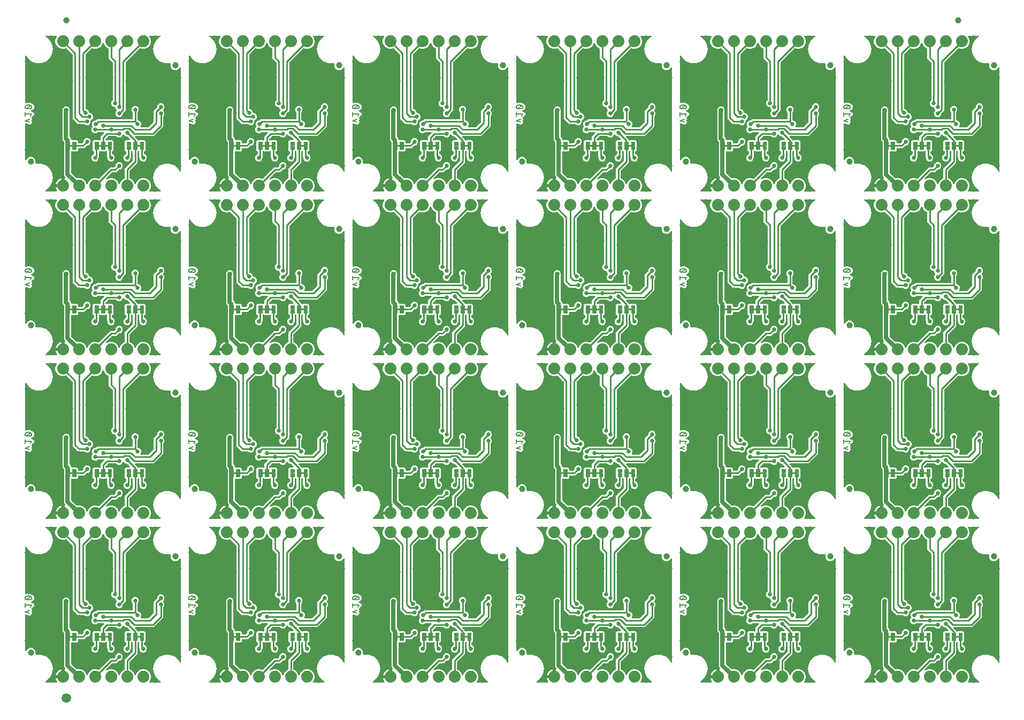
<source format=gbl>
G04 EAGLE Gerber RS-274X export*
G75*
%MOMM*%
%FSLAX34Y34*%
%LPD*%
%INBottom Copper*%
%IPPOS*%
%AMOC8*
5,1,8,0,0,1.08239X$1,22.5*%
G01*
%ADD10C,0.203200*%
%ADD11C,1.879600*%
%ADD12C,0.099059*%
%ADD13C,1.000000*%
%ADD14C,1.500000*%
%ADD15C,0.660400*%
%ADD16C,0.254000*%
%ADD17C,0.635000*%

G36*
X312014Y780802D02*
X312014Y780802D01*
X312054Y780799D01*
X312172Y780822D01*
X312290Y780837D01*
X312327Y780851D01*
X312366Y780859D01*
X312475Y780910D01*
X312586Y780954D01*
X312618Y780977D01*
X312654Y780994D01*
X312746Y781070D01*
X312843Y781140D01*
X312869Y781171D01*
X312899Y781196D01*
X312970Y781293D01*
X313046Y781385D01*
X313063Y781421D01*
X313087Y781454D01*
X313131Y781565D01*
X313182Y781673D01*
X313189Y781712D01*
X313204Y781749D01*
X313219Y781868D01*
X313242Y781985D01*
X313239Y782025D01*
X313244Y782065D01*
X313229Y782183D01*
X313222Y782303D01*
X313210Y782341D01*
X313205Y782380D01*
X313161Y782492D01*
X313124Y782605D01*
X313102Y782639D01*
X313088Y782676D01*
X313002Y782812D01*
X312369Y783683D01*
X311516Y785357D01*
X310935Y787144D01*
X310895Y787401D01*
X321310Y787401D01*
X321428Y787416D01*
X321547Y787423D01*
X321585Y787436D01*
X321625Y787441D01*
X321736Y787484D01*
X321849Y787521D01*
X321883Y787543D01*
X321921Y787558D01*
X322017Y787628D01*
X322118Y787691D01*
X322146Y787721D01*
X322178Y787744D01*
X322254Y787836D01*
X322336Y787923D01*
X322355Y787958D01*
X322381Y787989D01*
X322432Y788097D01*
X322489Y788201D01*
X322500Y788241D01*
X322517Y788277D01*
X322539Y788394D01*
X322569Y788509D01*
X322573Y788570D01*
X322577Y788590D01*
X322575Y788610D01*
X322579Y788670D01*
X322579Y789941D01*
X323850Y789941D01*
X323968Y789956D01*
X324087Y789963D01*
X324125Y789976D01*
X324165Y789981D01*
X324276Y790025D01*
X324389Y790061D01*
X324424Y790083D01*
X324461Y790098D01*
X324557Y790168D01*
X324658Y790231D01*
X324686Y790261D01*
X324719Y790285D01*
X324794Y790376D01*
X324876Y790463D01*
X324896Y790498D01*
X324921Y790530D01*
X324972Y790637D01*
X325030Y790742D01*
X325040Y790781D01*
X325057Y790817D01*
X325079Y790934D01*
X325109Y791049D01*
X325113Y791110D01*
X325117Y791130D01*
X325115Y791150D01*
X325119Y791210D01*
X325119Y801642D01*
X325173Y801647D01*
X325253Y801645D01*
X325331Y801662D01*
X325410Y801669D01*
X325485Y801696D01*
X325563Y801714D01*
X325634Y801750D01*
X325709Y801777D01*
X325775Y801822D01*
X325847Y801858D01*
X325906Y801911D01*
X325972Y801956D01*
X326025Y802015D01*
X326085Y802068D01*
X326130Y802134D01*
X326183Y802194D01*
X326219Y802265D01*
X326264Y802331D01*
X326291Y802406D01*
X326327Y802477D01*
X326345Y802555D01*
X326372Y802630D01*
X326380Y802710D01*
X326397Y802787D01*
X326395Y802867D01*
X326402Y802947D01*
X326390Y803026D01*
X326387Y803105D01*
X326365Y803182D01*
X326353Y803261D01*
X326321Y803334D01*
X326299Y803411D01*
X326258Y803480D01*
X326227Y803553D01*
X326178Y803616D01*
X326138Y803685D01*
X326033Y803804D01*
X326032Y803805D01*
X326031Y803806D01*
X325227Y804609D01*
X324357Y806710D01*
X324357Y845675D01*
X324345Y845773D01*
X324342Y845872D01*
X324325Y845931D01*
X324317Y845991D01*
X324281Y846083D01*
X324253Y846178D01*
X324230Y846217D01*
X324230Y859564D01*
X324218Y859662D01*
X324215Y859761D01*
X324198Y859819D01*
X324190Y859879D01*
X324154Y859971D01*
X324126Y860066D01*
X324096Y860119D01*
X324073Y860175D01*
X324015Y860255D01*
X323965Y860340D01*
X323899Y860416D01*
X323887Y860432D01*
X323877Y860440D01*
X323859Y860461D01*
X322687Y861632D01*
X321817Y863733D01*
X321817Y910482D01*
X322707Y912630D01*
X324350Y914273D01*
X326498Y915163D01*
X328822Y915163D01*
X330970Y914273D01*
X332613Y912630D01*
X333503Y910482D01*
X333503Y908158D01*
X333345Y907778D01*
X333343Y907769D01*
X333338Y907761D01*
X333301Y907616D01*
X333261Y907471D01*
X333261Y907462D01*
X333259Y907453D01*
X333249Y907292D01*
X333249Y867763D01*
X333261Y867665D01*
X333264Y867566D01*
X333281Y867508D01*
X333289Y867448D01*
X333325Y867356D01*
X333353Y867261D01*
X333383Y867208D01*
X333406Y867152D01*
X333464Y867072D01*
X333514Y866987D01*
X333580Y866911D01*
X333592Y866895D01*
X333602Y866887D01*
X333620Y866866D01*
X334919Y865568D01*
X335807Y863422D01*
X335811Y863363D01*
X335824Y863325D01*
X335829Y863284D01*
X335872Y863174D01*
X335909Y863061D01*
X335931Y863026D01*
X335946Y862989D01*
X336015Y862893D01*
X336079Y862792D01*
X336109Y862764D01*
X336132Y862731D01*
X336224Y862655D01*
X336311Y862574D01*
X336346Y862554D01*
X336377Y862529D01*
X336485Y862478D01*
X336589Y862420D01*
X336629Y862410D01*
X336665Y862393D01*
X336782Y862371D01*
X336897Y862341D01*
X336957Y862337D01*
X336977Y862333D01*
X336998Y862335D01*
X337058Y862331D01*
X344551Y862331D01*
X346330Y860552D01*
X346330Y858520D01*
X346345Y858402D01*
X346352Y858283D01*
X346365Y858245D01*
X346370Y858204D01*
X346413Y858094D01*
X346450Y857981D01*
X346472Y857946D01*
X346487Y857909D01*
X346556Y857813D01*
X346620Y857712D01*
X346650Y857684D01*
X346673Y857651D01*
X346765Y857575D01*
X346852Y857494D01*
X346887Y857474D01*
X346918Y857449D01*
X347026Y857398D01*
X347130Y857340D01*
X347170Y857330D01*
X347206Y857313D01*
X347323Y857291D01*
X347438Y857261D01*
X347498Y857257D01*
X347518Y857253D01*
X347539Y857255D01*
X347599Y857251D01*
X352226Y857251D01*
X352324Y857263D01*
X352423Y857266D01*
X352481Y857283D01*
X352541Y857291D01*
X352633Y857327D01*
X352729Y857355D01*
X352781Y857385D01*
X352837Y857408D01*
X352917Y857466D01*
X353002Y857516D01*
X353078Y857582D01*
X353094Y857594D01*
X353102Y857604D01*
X353123Y857622D01*
X354466Y858965D01*
X354526Y859043D01*
X354594Y859115D01*
X354623Y859168D01*
X354660Y859216D01*
X354700Y859307D01*
X354748Y859394D01*
X354763Y859452D01*
X354787Y859508D01*
X354802Y859606D01*
X354827Y859702D01*
X354833Y859802D01*
X354837Y859822D01*
X354835Y859834D01*
X354837Y859862D01*
X354837Y860952D01*
X355727Y863100D01*
X357370Y864743D01*
X359518Y865633D01*
X361842Y865633D01*
X363990Y864743D01*
X365633Y863100D01*
X366523Y860952D01*
X366523Y858628D01*
X365633Y856480D01*
X363990Y854837D01*
X361842Y853947D01*
X360752Y853947D01*
X360654Y853935D01*
X360555Y853932D01*
X360497Y853915D01*
X360437Y853907D01*
X360345Y853871D01*
X360249Y853843D01*
X360197Y853813D01*
X360141Y853790D01*
X360061Y853732D01*
X359976Y853682D01*
X359900Y853616D01*
X359884Y853604D01*
X359876Y853594D01*
X359855Y853576D01*
X355908Y849629D01*
X347599Y849629D01*
X347481Y849614D01*
X347362Y849607D01*
X347324Y849594D01*
X347283Y849589D01*
X347173Y849546D01*
X347060Y849509D01*
X347025Y849487D01*
X346988Y849472D01*
X346892Y849403D01*
X346791Y849339D01*
X346763Y849309D01*
X346730Y849286D01*
X346654Y849194D01*
X346573Y849107D01*
X346553Y849072D01*
X346528Y849041D01*
X346477Y848933D01*
X346419Y848829D01*
X346409Y848789D01*
X346392Y848753D01*
X346370Y848636D01*
X346340Y848521D01*
X346336Y848461D01*
X346332Y848441D01*
X346334Y848420D01*
X346330Y848360D01*
X346330Y846328D01*
X344551Y844549D01*
X337058Y844549D01*
X336940Y844534D01*
X336821Y844527D01*
X336783Y844514D01*
X336742Y844509D01*
X336632Y844466D01*
X336519Y844429D01*
X336484Y844407D01*
X336447Y844392D01*
X336351Y844323D01*
X336250Y844259D01*
X336222Y844229D01*
X336189Y844206D01*
X336113Y844114D01*
X336032Y844027D01*
X336012Y843992D01*
X335987Y843961D01*
X335936Y843853D01*
X335878Y843749D01*
X335868Y843709D01*
X335851Y843673D01*
X335829Y843556D01*
X335799Y843441D01*
X335795Y843381D01*
X335791Y843361D01*
X335793Y843340D01*
X335789Y843280D01*
X335789Y810740D01*
X335801Y810642D01*
X335804Y810543D01*
X335821Y810485D01*
X335829Y810425D01*
X335865Y810333D01*
X335893Y810238D01*
X335923Y810185D01*
X335946Y810129D01*
X336004Y810049D01*
X336054Y809964D01*
X336120Y809888D01*
X336132Y809872D01*
X336142Y809864D01*
X336160Y809843D01*
X343959Y802045D01*
X343982Y802027D01*
X344001Y802004D01*
X344107Y801929D01*
X344210Y801850D01*
X344237Y801838D01*
X344261Y801821D01*
X344382Y801775D01*
X344502Y801723D01*
X344531Y801719D01*
X344558Y801708D01*
X344687Y801694D01*
X344816Y801674D01*
X344845Y801676D01*
X344875Y801673D01*
X345003Y801691D01*
X345132Y801703D01*
X345160Y801713D01*
X345189Y801718D01*
X345342Y801770D01*
X345605Y801879D01*
X350355Y801879D01*
X354743Y800061D01*
X358101Y796703D01*
X359507Y793308D01*
X359576Y793187D01*
X359641Y793064D01*
X359655Y793049D01*
X359665Y793032D01*
X359762Y792932D01*
X359855Y792829D01*
X359872Y792818D01*
X359886Y792803D01*
X360004Y792731D01*
X360121Y792654D01*
X360140Y792648D01*
X360157Y792637D01*
X360290Y792596D01*
X360422Y792551D01*
X360442Y792549D01*
X360461Y792543D01*
X360600Y792537D01*
X360739Y792526D01*
X360759Y792529D01*
X360779Y792528D01*
X360915Y792556D01*
X361052Y792580D01*
X361071Y792588D01*
X361090Y792592D01*
X361215Y792654D01*
X361342Y792711D01*
X361358Y792723D01*
X361376Y792732D01*
X361482Y792823D01*
X361590Y792909D01*
X361603Y792925D01*
X361618Y792939D01*
X361698Y793052D01*
X361782Y793163D01*
X361794Y793189D01*
X361801Y793199D01*
X361808Y793218D01*
X361853Y793308D01*
X363259Y796703D01*
X366617Y800061D01*
X371005Y801879D01*
X375755Y801879D01*
X377923Y800981D01*
X377952Y800973D01*
X377978Y800959D01*
X378105Y800931D01*
X378230Y800897D01*
X378260Y800896D01*
X378288Y800890D01*
X378418Y800894D01*
X378548Y800892D01*
X378577Y800898D01*
X378606Y800899D01*
X378731Y800935D01*
X378857Y800966D01*
X378883Y800980D01*
X378912Y800988D01*
X379023Y801054D01*
X379138Y801114D01*
X379160Y801134D01*
X379186Y801149D01*
X379306Y801256D01*
X397202Y819151D01*
X403026Y819151D01*
X403124Y819163D01*
X403223Y819166D01*
X403281Y819183D01*
X403341Y819191D01*
X403433Y819227D01*
X403529Y819255D01*
X403581Y819285D01*
X403637Y819308D01*
X403717Y819366D01*
X403802Y819416D01*
X403878Y819482D01*
X403894Y819494D01*
X403902Y819504D01*
X403923Y819522D01*
X405266Y820865D01*
X405326Y820943D01*
X405394Y821015D01*
X405423Y821068D01*
X405460Y821116D01*
X405500Y821207D01*
X405548Y821294D01*
X405563Y821352D01*
X405587Y821408D01*
X405602Y821506D01*
X405627Y821602D01*
X405633Y821702D01*
X405637Y821722D01*
X405635Y821734D01*
X405637Y821762D01*
X405637Y822852D01*
X406527Y825000D01*
X408170Y826643D01*
X410318Y827533D01*
X412642Y827533D01*
X414790Y826643D01*
X416433Y825000D01*
X417323Y822852D01*
X417323Y820528D01*
X416433Y818380D01*
X414790Y816737D01*
X412642Y815847D01*
X411552Y815847D01*
X411454Y815835D01*
X411355Y815832D01*
X411297Y815815D01*
X411237Y815807D01*
X411145Y815771D01*
X411049Y815743D01*
X410997Y815713D01*
X410941Y815690D01*
X410861Y815632D01*
X410776Y815582D01*
X410700Y815516D01*
X410684Y815504D01*
X410676Y815494D01*
X410655Y815476D01*
X406708Y811529D01*
X400884Y811529D01*
X400786Y811517D01*
X400687Y811514D01*
X400629Y811497D01*
X400569Y811489D01*
X400477Y811453D01*
X400381Y811425D01*
X400329Y811395D01*
X400273Y811372D01*
X400193Y811314D01*
X400108Y811264D01*
X400032Y811198D01*
X400016Y811186D01*
X400008Y811176D01*
X399987Y811158D01*
X391191Y802362D01*
X391149Y802307D01*
X391098Y802258D01*
X391051Y802182D01*
X390996Y802111D01*
X390969Y802047D01*
X390932Y801987D01*
X390906Y801902D01*
X390870Y801819D01*
X390859Y801750D01*
X390839Y801683D01*
X390834Y801594D01*
X390820Y801505D01*
X390827Y801435D01*
X390823Y801366D01*
X390842Y801278D01*
X390850Y801188D01*
X390874Y801123D01*
X390888Y801054D01*
X390927Y800973D01*
X390958Y800889D01*
X390997Y800831D01*
X391027Y800769D01*
X391086Y800700D01*
X391136Y800626D01*
X391188Y800580D01*
X391234Y800527D01*
X391307Y800475D01*
X391375Y800415D01*
X391437Y800384D01*
X391494Y800343D01*
X391578Y800312D01*
X391658Y800271D01*
X391726Y800256D01*
X391791Y800231D01*
X391881Y800221D01*
X391968Y800201D01*
X392038Y800203D01*
X392107Y800196D01*
X392196Y800208D01*
X392286Y800211D01*
X392353Y800230D01*
X392422Y800240D01*
X392575Y800292D01*
X396405Y801879D01*
X401155Y801879D01*
X405543Y800061D01*
X408901Y796703D01*
X410307Y793308D01*
X410376Y793187D01*
X410441Y793064D01*
X410455Y793049D01*
X410465Y793032D01*
X410562Y792932D01*
X410655Y792829D01*
X410672Y792818D01*
X410686Y792803D01*
X410804Y792731D01*
X410921Y792654D01*
X410940Y792648D01*
X410957Y792637D01*
X411090Y792596D01*
X411222Y792551D01*
X411242Y792549D01*
X411261Y792543D01*
X411400Y792537D01*
X411539Y792526D01*
X411559Y792529D01*
X411579Y792528D01*
X411715Y792556D01*
X411852Y792580D01*
X411871Y792588D01*
X411890Y792592D01*
X412015Y792654D01*
X412142Y792711D01*
X412158Y792723D01*
X412176Y792732D01*
X412282Y792823D01*
X412390Y792909D01*
X412403Y792925D01*
X412418Y792939D01*
X412498Y793052D01*
X412582Y793163D01*
X412594Y793189D01*
X412601Y793199D01*
X412608Y793218D01*
X412653Y793308D01*
X414059Y796703D01*
X417417Y800061D01*
X419586Y800959D01*
X419611Y800974D01*
X419639Y800983D01*
X419749Y801053D01*
X419862Y801117D01*
X419883Y801137D01*
X419908Y801153D01*
X419997Y801248D01*
X420090Y801338D01*
X420106Y801363D01*
X420126Y801385D01*
X420189Y801499D01*
X420257Y801609D01*
X420265Y801638D01*
X420280Y801663D01*
X420312Y801789D01*
X420350Y801913D01*
X420352Y801943D01*
X420359Y801971D01*
X420369Y802132D01*
X420369Y816918D01*
X432698Y829247D01*
X432758Y829325D01*
X432826Y829397D01*
X432855Y829450D01*
X432892Y829498D01*
X432932Y829589D01*
X432980Y829676D01*
X432995Y829734D01*
X433019Y829790D01*
X433034Y829888D01*
X433059Y829984D01*
X433065Y830084D01*
X433069Y830104D01*
X433067Y830116D01*
X433069Y830144D01*
X433069Y843770D01*
X433057Y843868D01*
X433054Y843967D01*
X433037Y844025D01*
X433029Y844086D01*
X432993Y844178D01*
X432965Y844273D01*
X432935Y844325D01*
X432912Y844381D01*
X432854Y844461D01*
X432804Y844547D01*
X432738Y844622D01*
X432726Y844639D01*
X432716Y844646D01*
X432698Y844667D01*
X432570Y844795D01*
X432476Y844868D01*
X432387Y844946D01*
X432351Y844965D01*
X432319Y844989D01*
X432210Y845037D01*
X432104Y845091D01*
X432064Y845100D01*
X432027Y845116D01*
X431910Y845134D01*
X431793Y845161D01*
X431753Y845159D01*
X431713Y845166D01*
X431595Y845154D01*
X431476Y845151D01*
X431437Y845140D01*
X431397Y845136D01*
X431284Y845095D01*
X431170Y845062D01*
X431135Y845042D01*
X431097Y845028D01*
X430999Y844961D01*
X430896Y844901D01*
X430851Y844861D01*
X430834Y844850D01*
X430821Y844834D01*
X430775Y844794D01*
X430648Y844667D01*
X430588Y844589D01*
X430520Y844517D01*
X430491Y844464D01*
X430453Y844416D01*
X430414Y844325D01*
X430366Y844239D01*
X430351Y844180D01*
X430327Y844124D01*
X430312Y844026D01*
X430287Y843931D01*
X430281Y843830D01*
X430277Y843810D01*
X430279Y843798D01*
X430277Y843770D01*
X430277Y835076D01*
X430266Y835065D01*
X430237Y835012D01*
X430200Y834964D01*
X430160Y834873D01*
X430112Y834786D01*
X430097Y834728D01*
X430073Y834672D01*
X430058Y834574D01*
X430033Y834478D01*
X430027Y834378D01*
X430023Y834358D01*
X430025Y834346D01*
X430023Y834318D01*
X430023Y833228D01*
X429133Y831080D01*
X427490Y829437D01*
X425342Y828547D01*
X423018Y828547D01*
X420870Y829437D01*
X419227Y831080D01*
X418337Y833228D01*
X418337Y835552D01*
X419227Y837700D01*
X420870Y839343D01*
X421872Y839758D01*
X421897Y839773D01*
X421925Y839782D01*
X422035Y839851D01*
X422148Y839916D01*
X422169Y839936D01*
X422194Y839952D01*
X422283Y840047D01*
X422376Y840137D01*
X422392Y840162D01*
X422412Y840184D01*
X422475Y840297D01*
X422543Y840408D01*
X422551Y840436D01*
X422566Y840462D01*
X422598Y840588D01*
X422636Y840712D01*
X422638Y840741D01*
X422645Y840770D01*
X422655Y840931D01*
X422655Y843770D01*
X422643Y843868D01*
X422640Y843967D01*
X422623Y844025D01*
X422615Y844086D01*
X422579Y844178D01*
X422551Y844273D01*
X422521Y844325D01*
X422498Y844381D01*
X422440Y844461D01*
X422390Y844547D01*
X422324Y844622D01*
X422312Y844639D01*
X422302Y844646D01*
X422284Y844667D01*
X420623Y846328D01*
X420623Y860552D01*
X422402Y862331D01*
X427156Y862331D01*
X427293Y862348D01*
X427432Y862361D01*
X427451Y862368D01*
X427471Y862371D01*
X427600Y862422D01*
X427731Y862469D01*
X427748Y862480D01*
X427767Y862488D01*
X427880Y862569D01*
X427995Y862647D01*
X428008Y862663D01*
X428024Y862674D01*
X428113Y862782D01*
X428205Y862886D01*
X428214Y862904D01*
X428227Y862919D01*
X428286Y863045D01*
X428350Y863169D01*
X428354Y863189D01*
X428363Y863207D01*
X428389Y863343D01*
X428419Y863479D01*
X428419Y863500D01*
X428423Y863519D01*
X428414Y863658D01*
X428410Y863797D01*
X428404Y863817D01*
X428403Y863837D01*
X428360Y863969D01*
X428321Y864103D01*
X428311Y864120D01*
X428305Y864139D01*
X428230Y864257D01*
X428160Y864377D01*
X428141Y864398D01*
X428135Y864408D01*
X428120Y864422D01*
X428053Y864497D01*
X425005Y867546D01*
X424927Y867606D01*
X424855Y867674D01*
X424802Y867703D01*
X424754Y867740D01*
X424663Y867780D01*
X424576Y867828D01*
X424518Y867843D01*
X424462Y867867D01*
X424364Y867882D01*
X424268Y867907D01*
X424168Y867913D01*
X424148Y867917D01*
X424136Y867915D01*
X424108Y867917D01*
X423018Y867917D01*
X420870Y868807D01*
X419193Y870484D01*
X419132Y870600D01*
X419118Y870615D01*
X419108Y870633D01*
X419011Y870733D01*
X418918Y870835D01*
X418901Y870847D01*
X418887Y870861D01*
X418768Y870934D01*
X418652Y871010D01*
X418633Y871017D01*
X418616Y871027D01*
X418482Y871068D01*
X418351Y871113D01*
X418331Y871115D01*
X418312Y871121D01*
X418172Y871128D01*
X418034Y871139D01*
X418014Y871135D01*
X417994Y871136D01*
X417858Y871108D01*
X417721Y871084D01*
X417703Y871076D01*
X417683Y871072D01*
X417558Y871011D01*
X417431Y870954D01*
X417415Y870941D01*
X417397Y870932D01*
X417291Y870842D01*
X417183Y870755D01*
X417170Y870739D01*
X417155Y870726D01*
X417075Y870612D01*
X416991Y870501D01*
X416979Y870476D01*
X416972Y870466D01*
X416965Y870447D01*
X416920Y870356D01*
X416433Y869180D01*
X414790Y867537D01*
X412642Y866647D01*
X410318Y866647D01*
X408170Y867537D01*
X407400Y868308D01*
X407321Y868368D01*
X407249Y868436D01*
X407196Y868465D01*
X407148Y868502D01*
X407057Y868542D01*
X406971Y868590D01*
X406912Y868605D01*
X406856Y868629D01*
X406759Y868644D01*
X406663Y868669D01*
X406563Y868675D01*
X406542Y868679D01*
X406530Y868677D01*
X406502Y868679D01*
X394534Y868679D01*
X394436Y868667D01*
X394337Y868664D01*
X394279Y868647D01*
X394219Y868639D01*
X394127Y868603D01*
X394031Y868575D01*
X393979Y868545D01*
X393923Y868522D01*
X393843Y868464D01*
X393758Y868414D01*
X393682Y868348D01*
X393666Y868336D01*
X393658Y868326D01*
X393637Y868308D01*
X390262Y864933D01*
X390202Y864855D01*
X390134Y864783D01*
X390105Y864730D01*
X390068Y864682D01*
X390028Y864591D01*
X389980Y864504D01*
X389965Y864446D01*
X389941Y864390D01*
X389926Y864292D01*
X389901Y864196D01*
X389895Y864096D01*
X389891Y864076D01*
X389893Y864064D01*
X389891Y864036D01*
X389891Y863110D01*
X389903Y863012D01*
X389906Y862913D01*
X389923Y862855D01*
X389931Y862794D01*
X389967Y862702D01*
X389995Y862607D01*
X390025Y862555D01*
X390048Y862499D01*
X390106Y862419D01*
X390156Y862333D01*
X390222Y862258D01*
X390234Y862241D01*
X390244Y862234D01*
X390262Y862213D01*
X390390Y862085D01*
X390484Y862012D01*
X390573Y861934D01*
X390609Y861915D01*
X390641Y861891D01*
X390750Y861843D01*
X390856Y861789D01*
X390896Y861780D01*
X390933Y861764D01*
X391050Y861746D01*
X391166Y861719D01*
X391207Y861721D01*
X391247Y861714D01*
X391366Y861726D01*
X391484Y861729D01*
X391523Y861740D01*
X391563Y861744D01*
X391676Y861785D01*
X391790Y861818D01*
X391825Y861838D01*
X391863Y861852D01*
X391961Y861919D01*
X392064Y861979D01*
X392109Y862019D01*
X392126Y862030D01*
X392139Y862046D01*
X392185Y862086D01*
X392430Y862331D01*
X400558Y862331D01*
X402337Y860552D01*
X402337Y846328D01*
X400676Y844667D01*
X400616Y844589D01*
X400548Y844517D01*
X400519Y844464D01*
X400482Y844416D01*
X400442Y844325D01*
X400394Y844239D01*
X400379Y844180D01*
X400355Y844124D01*
X400340Y844026D01*
X400315Y843931D01*
X400309Y843831D01*
X400305Y843810D01*
X400307Y843798D01*
X400305Y843770D01*
X400305Y840931D01*
X400308Y840901D01*
X400306Y840872D01*
X400328Y840744D01*
X400345Y840615D01*
X400355Y840588D01*
X400360Y840559D01*
X400414Y840440D01*
X400462Y840319D01*
X400479Y840296D01*
X400491Y840269D01*
X400572Y840167D01*
X400648Y840062D01*
X400671Y840043D01*
X400690Y840020D01*
X400793Y839942D01*
X400893Y839859D01*
X400920Y839847D01*
X400944Y839829D01*
X401088Y839758D01*
X402090Y839343D01*
X403733Y837700D01*
X404623Y835552D01*
X404623Y833228D01*
X403733Y831080D01*
X402090Y829437D01*
X399942Y828547D01*
X397618Y828547D01*
X395470Y829437D01*
X393827Y831080D01*
X392937Y833228D01*
X392937Y834318D01*
X392925Y834416D01*
X392922Y834515D01*
X392905Y834573D01*
X392897Y834633D01*
X392861Y834725D01*
X392833Y834821D01*
X392803Y834873D01*
X392780Y834929D01*
X392722Y835009D01*
X392683Y835075D01*
X392683Y843770D01*
X392671Y843868D01*
X392668Y843967D01*
X392651Y844025D01*
X392643Y844086D01*
X392607Y844177D01*
X392580Y844273D01*
X392549Y844325D01*
X392526Y844381D01*
X392468Y844461D01*
X392418Y844547D01*
X392352Y844622D01*
X392340Y844639D01*
X392330Y844646D01*
X392312Y844667D01*
X392185Y844794D01*
X392091Y844867D01*
X392001Y844946D01*
X391965Y844965D01*
X391933Y844989D01*
X391824Y845037D01*
X391718Y845091D01*
X391679Y845100D01*
X391642Y845116D01*
X391524Y845134D01*
X391408Y845161D01*
X391367Y845159D01*
X391327Y845166D01*
X391209Y845154D01*
X391090Y845151D01*
X391051Y845140D01*
X391011Y845136D01*
X390899Y845096D01*
X390784Y845062D01*
X390750Y845042D01*
X390712Y845028D01*
X390613Y844961D01*
X390510Y844901D01*
X390465Y844861D01*
X390448Y844850D01*
X390435Y844834D01*
X390390Y844795D01*
X390144Y844549D01*
X382016Y844549D01*
X381771Y844794D01*
X381676Y844868D01*
X381587Y844946D01*
X381551Y844965D01*
X381519Y844989D01*
X381410Y845037D01*
X381304Y845091D01*
X381265Y845100D01*
X381227Y845116D01*
X381110Y845134D01*
X380994Y845161D01*
X380953Y845159D01*
X380913Y845166D01*
X380795Y845154D01*
X380676Y845151D01*
X380637Y845140D01*
X380597Y845136D01*
X380485Y845096D01*
X380370Y845062D01*
X380335Y845042D01*
X380297Y845028D01*
X380199Y844961D01*
X380096Y844901D01*
X380051Y844861D01*
X380034Y844850D01*
X380021Y844834D01*
X379976Y844795D01*
X379848Y844667D01*
X379788Y844589D01*
X379720Y844517D01*
X379691Y844464D01*
X379654Y844416D01*
X379614Y844325D01*
X379566Y844239D01*
X379551Y844180D01*
X379527Y844124D01*
X379512Y844026D01*
X379487Y843931D01*
X379481Y843831D01*
X379477Y843810D01*
X379479Y843798D01*
X379477Y843770D01*
X379477Y835076D01*
X379466Y835065D01*
X379437Y835012D01*
X379400Y834964D01*
X379360Y834873D01*
X379312Y834786D01*
X379297Y834728D01*
X379273Y834672D01*
X379258Y834574D01*
X379233Y834478D01*
X379227Y834378D01*
X379223Y834358D01*
X379225Y834346D01*
X379223Y834318D01*
X379223Y833228D01*
X378333Y831080D01*
X376690Y829437D01*
X374542Y828547D01*
X372218Y828547D01*
X370070Y829437D01*
X368427Y831080D01*
X367537Y833228D01*
X367537Y835552D01*
X368427Y837700D01*
X370070Y839343D01*
X371072Y839758D01*
X371097Y839773D01*
X371125Y839782D01*
X371235Y839851D01*
X371348Y839916D01*
X371369Y839936D01*
X371394Y839952D01*
X371483Y840047D01*
X371576Y840137D01*
X371592Y840162D01*
X371612Y840184D01*
X371675Y840297D01*
X371743Y840408D01*
X371751Y840436D01*
X371766Y840462D01*
X371798Y840588D01*
X371836Y840712D01*
X371838Y840741D01*
X371845Y840770D01*
X371855Y840931D01*
X371855Y843770D01*
X371843Y843868D01*
X371840Y843967D01*
X371823Y844025D01*
X371815Y844086D01*
X371779Y844178D01*
X371751Y844273D01*
X371721Y844325D01*
X371698Y844381D01*
X371640Y844461D01*
X371590Y844547D01*
X371524Y844622D01*
X371512Y844639D01*
X371502Y844646D01*
X371484Y844667D01*
X369823Y846328D01*
X369823Y860552D01*
X371602Y862331D01*
X379730Y862331D01*
X379976Y862085D01*
X380070Y862012D01*
X380159Y861934D01*
X380195Y861915D01*
X380227Y861891D01*
X380336Y861843D01*
X380442Y861789D01*
X380482Y861780D01*
X380519Y861764D01*
X380636Y861746D01*
X380753Y861719D01*
X380793Y861721D01*
X380833Y861714D01*
X380951Y861726D01*
X381070Y861729D01*
X381109Y861740D01*
X381149Y861744D01*
X381262Y861785D01*
X381376Y861818D01*
X381411Y861838D01*
X381449Y861852D01*
X381547Y861919D01*
X381650Y861979D01*
X381695Y862019D01*
X381712Y862030D01*
X381725Y862046D01*
X381771Y862086D01*
X381898Y862213D01*
X381958Y862291D01*
X382026Y862363D01*
X382055Y862416D01*
X382093Y862464D01*
X382132Y862555D01*
X382180Y862641D01*
X382195Y862700D01*
X382219Y862756D01*
X382234Y862854D01*
X382259Y862949D01*
X382265Y863050D01*
X382269Y863070D01*
X382267Y863082D01*
X382269Y863110D01*
X382269Y867718D01*
X384873Y870322D01*
X387413Y872863D01*
X387499Y872972D01*
X387587Y873079D01*
X387596Y873098D01*
X387608Y873114D01*
X387664Y873242D01*
X387723Y873367D01*
X387727Y873387D01*
X387735Y873406D01*
X387757Y873544D01*
X387783Y873680D01*
X387781Y873700D01*
X387784Y873720D01*
X387771Y873859D01*
X387763Y873997D01*
X387757Y874016D01*
X387755Y874036D01*
X387707Y874168D01*
X387665Y874299D01*
X387654Y874317D01*
X387647Y874336D01*
X387569Y874451D01*
X387495Y874568D01*
X387480Y874582D01*
X387468Y874599D01*
X387364Y874691D01*
X387263Y874786D01*
X387245Y874796D01*
X387230Y874809D01*
X387106Y874873D01*
X386984Y874940D01*
X386965Y874945D01*
X386947Y874954D01*
X386811Y874984D01*
X386677Y875019D01*
X386648Y875021D01*
X386637Y875024D01*
X386616Y875023D01*
X386516Y875029D01*
X378358Y875029D01*
X378260Y875017D01*
X378161Y875014D01*
X378102Y874997D01*
X378042Y874989D01*
X377950Y874953D01*
X377855Y874925D01*
X377803Y874895D01*
X377747Y874872D01*
X377667Y874814D01*
X377581Y874764D01*
X377506Y874698D01*
X377489Y874686D01*
X377482Y874676D01*
X377460Y874658D01*
X376690Y873887D01*
X374542Y872997D01*
X372218Y872997D01*
X370070Y873887D01*
X368427Y875530D01*
X367537Y877678D01*
X367537Y880002D01*
X368427Y882150D01*
X369390Y883113D01*
X369408Y883136D01*
X369431Y883156D01*
X369506Y883262D01*
X369585Y883364D01*
X369597Y883391D01*
X369614Y883416D01*
X369660Y883537D01*
X369711Y883656D01*
X369716Y883685D01*
X369727Y883713D01*
X369741Y883842D01*
X369761Y883970D01*
X369759Y884000D01*
X369762Y884029D01*
X369744Y884157D01*
X369732Y884287D01*
X369722Y884315D01*
X369717Y884344D01*
X369665Y884496D01*
X368807Y886568D01*
X368807Y888892D01*
X369697Y891040D01*
X371340Y892683D01*
X373488Y893573D01*
X374578Y893573D01*
X374676Y893585D01*
X374775Y893588D01*
X374833Y893605D01*
X374893Y893613D01*
X374985Y893649D01*
X375081Y893677D01*
X375133Y893707D01*
X375189Y893730D01*
X375269Y893788D01*
X375354Y893838D01*
X375430Y893904D01*
X375446Y893916D01*
X375454Y893926D01*
X375475Y893944D01*
X376882Y895351D01*
X431800Y895351D01*
X431918Y895366D01*
X432037Y895373D01*
X432075Y895386D01*
X432116Y895391D01*
X432226Y895434D01*
X432339Y895471D01*
X432374Y895493D01*
X432411Y895508D01*
X432507Y895577D01*
X432608Y895641D01*
X432636Y895671D01*
X432669Y895694D01*
X432745Y895786D01*
X432826Y895873D01*
X432846Y895908D01*
X432871Y895939D01*
X432922Y896047D01*
X432980Y896151D01*
X432990Y896191D01*
X433007Y896227D01*
X433029Y896344D01*
X433059Y896459D01*
X433063Y896519D01*
X433067Y896539D01*
X433065Y896560D01*
X433069Y896620D01*
X433069Y905612D01*
X433057Y905710D01*
X433054Y905809D01*
X433037Y905868D01*
X433029Y905928D01*
X432993Y906020D01*
X432965Y906115D01*
X432935Y906167D01*
X432912Y906223D01*
X432854Y906303D01*
X432804Y906389D01*
X432738Y906464D01*
X432726Y906481D01*
X432716Y906488D01*
X432698Y906510D01*
X431927Y907280D01*
X431037Y909428D01*
X431037Y911752D01*
X431927Y913900D01*
X433570Y915543D01*
X435718Y916433D01*
X438042Y916433D01*
X440190Y915543D01*
X441833Y913900D01*
X442723Y911752D01*
X442723Y909428D01*
X441833Y907280D01*
X441062Y906510D01*
X441002Y906431D01*
X440934Y906359D01*
X440905Y906306D01*
X440868Y906258D01*
X440828Y906167D01*
X440780Y906081D01*
X440765Y906022D01*
X440741Y905966D01*
X440726Y905869D01*
X440701Y905773D01*
X440695Y905673D01*
X440691Y905652D01*
X440693Y905640D01*
X440691Y905612D01*
X440691Y894842D01*
X440706Y894724D01*
X440713Y894605D01*
X440726Y894567D01*
X440731Y894526D01*
X440774Y894416D01*
X440811Y894303D01*
X440833Y894268D01*
X440848Y894231D01*
X440917Y894135D01*
X440981Y894034D01*
X441011Y894006D01*
X441034Y893973D01*
X441126Y893897D01*
X441213Y893816D01*
X441248Y893796D01*
X441279Y893771D01*
X441387Y893720D01*
X441491Y893662D01*
X441531Y893652D01*
X441567Y893635D01*
X441684Y893613D01*
X441799Y893583D01*
X441833Y893581D01*
X444000Y892683D01*
X445643Y891040D01*
X446533Y888892D01*
X446533Y886568D01*
X445637Y884406D01*
X445624Y884358D01*
X445603Y884313D01*
X445582Y884205D01*
X445553Y884099D01*
X445552Y884049D01*
X445543Y884000D01*
X445550Y883891D01*
X445548Y883781D01*
X445560Y883733D01*
X445563Y883683D01*
X445597Y883579D01*
X445622Y883472D01*
X445646Y883428D01*
X445661Y883381D01*
X445720Y883288D01*
X445771Y883191D01*
X445804Y883154D01*
X445831Y883112D01*
X445911Y883037D01*
X445985Y882955D01*
X446026Y882928D01*
X446063Y882894D01*
X446159Y882841D01*
X446251Y882781D01*
X446298Y882764D01*
X446341Y882740D01*
X446447Y882713D01*
X446551Y882677D01*
X446601Y882673D01*
X446649Y882661D01*
X446810Y882651D01*
X457636Y882651D01*
X457734Y882663D01*
X457833Y882666D01*
X457891Y882683D01*
X457951Y882691D01*
X458043Y882727D01*
X458139Y882755D01*
X458191Y882785D01*
X458247Y882808D01*
X458327Y882866D01*
X458412Y882916D01*
X458488Y882982D01*
X458504Y882994D01*
X458512Y883004D01*
X458533Y883022D01*
X465718Y890207D01*
X465778Y890285D01*
X465846Y890357D01*
X465875Y890410D01*
X465912Y890458D01*
X465952Y890549D01*
X466000Y890636D01*
X466015Y890694D01*
X466039Y890750D01*
X466054Y890848D01*
X466079Y890943D01*
X466085Y891044D01*
X466089Y891064D01*
X466087Y891076D01*
X466089Y891104D01*
X466089Y908358D01*
X468693Y910962D01*
X471306Y913575D01*
X471366Y913653D01*
X471434Y913725D01*
X471463Y913778D01*
X471500Y913826D01*
X471540Y913917D01*
X471588Y914004D01*
X471603Y914062D01*
X471627Y914118D01*
X471642Y914216D01*
X471667Y914311D01*
X471673Y914412D01*
X471677Y914432D01*
X471675Y914444D01*
X471677Y914472D01*
X471677Y915562D01*
X472567Y917710D01*
X474210Y919353D01*
X476358Y920243D01*
X478682Y920243D01*
X480830Y919353D01*
X482473Y917710D01*
X483363Y915562D01*
X483363Y913238D01*
X482473Y911090D01*
X481600Y910217D01*
X481527Y910123D01*
X481449Y910034D01*
X481430Y909998D01*
X481405Y909966D01*
X481358Y909857D01*
X481304Y909751D01*
X481295Y909712D01*
X481279Y909674D01*
X481260Y909557D01*
X481234Y909441D01*
X481236Y909400D01*
X481229Y909360D01*
X481240Y909242D01*
X481244Y909123D01*
X481255Y909084D01*
X481259Y909044D01*
X481299Y908932D01*
X481332Y908817D01*
X481353Y908782D01*
X481367Y908744D01*
X481433Y908646D01*
X481494Y908543D01*
X481534Y908498D01*
X481545Y908481D01*
X481561Y908468D01*
X481600Y908422D01*
X482473Y907550D01*
X483363Y905402D01*
X483363Y903078D01*
X482473Y900930D01*
X481702Y900160D01*
X481642Y900081D01*
X481574Y900009D01*
X481545Y899956D01*
X481508Y899908D01*
X481468Y899817D01*
X481420Y899731D01*
X481405Y899672D01*
X481381Y899616D01*
X481366Y899519D01*
X481341Y899423D01*
X481335Y899323D01*
X481331Y899302D01*
X481333Y899290D01*
X481331Y899262D01*
X481331Y883612D01*
X466398Y868679D01*
X437714Y868679D01*
X437577Y868662D01*
X437438Y868649D01*
X437419Y868642D01*
X437399Y868639D01*
X437270Y868588D01*
X437139Y868541D01*
X437122Y868530D01*
X437103Y868522D01*
X436990Y868441D01*
X436875Y868363D01*
X436862Y868347D01*
X436846Y868336D01*
X436757Y868228D01*
X436665Y868124D01*
X436656Y868106D01*
X436643Y868091D01*
X436584Y867965D01*
X436520Y867841D01*
X436516Y867821D01*
X436507Y867803D01*
X436481Y867667D01*
X436451Y867531D01*
X436451Y867510D01*
X436447Y867491D01*
X436456Y867352D01*
X436460Y867213D01*
X436466Y867193D01*
X436467Y867173D01*
X436510Y867041D01*
X436549Y866907D01*
X436559Y866890D01*
X436565Y866871D01*
X436640Y866753D01*
X436710Y866633D01*
X436729Y866612D01*
X436735Y866602D01*
X436750Y866588D01*
X436817Y866513D01*
X440893Y862436D01*
X440906Y862419D01*
X440956Y862333D01*
X441022Y862258D01*
X441034Y862241D01*
X441044Y862234D01*
X441062Y862213D01*
X441190Y862085D01*
X441284Y862012D01*
X441373Y861934D01*
X441409Y861915D01*
X441441Y861891D01*
X441550Y861843D01*
X441656Y861789D01*
X441696Y861780D01*
X441733Y861764D01*
X441850Y861746D01*
X441966Y861719D01*
X442007Y861721D01*
X442047Y861714D01*
X442166Y861726D01*
X442284Y861729D01*
X442323Y861740D01*
X442363Y861744D01*
X442476Y861785D01*
X442590Y861818D01*
X442625Y861838D01*
X442663Y861852D01*
X442761Y861919D01*
X442864Y861979D01*
X442909Y862019D01*
X442926Y862030D01*
X442939Y862046D01*
X442985Y862086D01*
X443230Y862331D01*
X451358Y862331D01*
X453137Y860552D01*
X453137Y846328D01*
X451476Y844668D01*
X451416Y844589D01*
X451348Y844517D01*
X451319Y844464D01*
X451282Y844416D01*
X451242Y844325D01*
X451194Y844239D01*
X451179Y844180D01*
X451155Y844124D01*
X451140Y844026D01*
X451115Y843931D01*
X451109Y843831D01*
X451105Y843810D01*
X451107Y843798D01*
X451105Y843770D01*
X451105Y840931D01*
X451108Y840901D01*
X451106Y840872D01*
X451128Y840744D01*
X451145Y840615D01*
X451155Y840588D01*
X451160Y840559D01*
X451214Y840440D01*
X451262Y840319D01*
X451279Y840296D01*
X451291Y840269D01*
X451372Y840167D01*
X451448Y840062D01*
X451471Y840043D01*
X451490Y840020D01*
X451593Y839942D01*
X451693Y839859D01*
X451720Y839847D01*
X451744Y839829D01*
X451888Y839758D01*
X452890Y839343D01*
X454533Y837700D01*
X455423Y835552D01*
X455423Y833228D01*
X454533Y831080D01*
X452890Y829437D01*
X450742Y828547D01*
X448418Y828547D01*
X446270Y829437D01*
X444627Y831080D01*
X443737Y833228D01*
X443737Y834318D01*
X443725Y834416D01*
X443722Y834515D01*
X443705Y834573D01*
X443697Y834633D01*
X443661Y834725D01*
X443633Y834821D01*
X443603Y834873D01*
X443580Y834929D01*
X443522Y835009D01*
X443483Y835075D01*
X443483Y843770D01*
X443471Y843868D01*
X443468Y843967D01*
X443451Y844025D01*
X443443Y844086D01*
X443407Y844178D01*
X443379Y844273D01*
X443349Y844325D01*
X443326Y844381D01*
X443268Y844461D01*
X443218Y844547D01*
X443152Y844622D01*
X443140Y844639D01*
X443130Y844646D01*
X443112Y844668D01*
X442985Y844795D01*
X442890Y844868D01*
X442801Y844946D01*
X442765Y844965D01*
X442733Y844989D01*
X442624Y845037D01*
X442518Y845091D01*
X442479Y845100D01*
X442441Y845116D01*
X442324Y845134D01*
X442208Y845161D01*
X442167Y845159D01*
X442127Y845166D01*
X442009Y845154D01*
X441890Y845151D01*
X441851Y845140D01*
X441811Y845136D01*
X441698Y845096D01*
X441584Y845062D01*
X441550Y845042D01*
X441511Y845028D01*
X441413Y844961D01*
X441310Y844901D01*
X441265Y844861D01*
X441248Y844850D01*
X441235Y844834D01*
X441190Y844795D01*
X441062Y844667D01*
X441002Y844589D01*
X440934Y844517D01*
X440905Y844464D01*
X440868Y844416D01*
X440828Y844325D01*
X440780Y844239D01*
X440765Y844180D01*
X440741Y844124D01*
X440726Y844026D01*
X440701Y843931D01*
X440695Y843831D01*
X440691Y843810D01*
X440693Y843798D01*
X440691Y843770D01*
X440691Y826462D01*
X428362Y814133D01*
X428302Y814055D01*
X428234Y813983D01*
X428205Y813930D01*
X428168Y813882D01*
X428128Y813791D01*
X428080Y813704D01*
X428065Y813646D01*
X428041Y813590D01*
X428026Y813492D01*
X428001Y813396D01*
X427995Y813296D01*
X427991Y813276D01*
X427993Y813264D01*
X427991Y813236D01*
X427991Y802132D01*
X427994Y802103D01*
X427992Y802073D01*
X428014Y801945D01*
X428031Y801816D01*
X428041Y801789D01*
X428046Y801760D01*
X428100Y801641D01*
X428148Y801521D01*
X428165Y801497D01*
X428177Y801470D01*
X428258Y801369D01*
X428334Y801263D01*
X428357Y801245D01*
X428376Y801222D01*
X428479Y801143D01*
X428579Y801061D01*
X428606Y801048D01*
X428630Y801030D01*
X428774Y800959D01*
X430943Y800061D01*
X434301Y796703D01*
X435707Y793308D01*
X435776Y793187D01*
X435841Y793064D01*
X435855Y793049D01*
X435865Y793032D01*
X435962Y792932D01*
X436055Y792829D01*
X436072Y792818D01*
X436086Y792803D01*
X436204Y792731D01*
X436321Y792654D01*
X436340Y792648D01*
X436357Y792637D01*
X436490Y792596D01*
X436622Y792551D01*
X436642Y792549D01*
X436661Y792543D01*
X436800Y792537D01*
X436939Y792526D01*
X436959Y792529D01*
X436979Y792528D01*
X437115Y792556D01*
X437252Y792580D01*
X437271Y792588D01*
X437290Y792592D01*
X437415Y792654D01*
X437542Y792711D01*
X437558Y792723D01*
X437576Y792732D01*
X437682Y792823D01*
X437790Y792909D01*
X437803Y792925D01*
X437818Y792939D01*
X437898Y793052D01*
X437982Y793163D01*
X437994Y793189D01*
X438001Y793199D01*
X438008Y793218D01*
X438053Y793308D01*
X439459Y796703D01*
X442817Y800061D01*
X447205Y801879D01*
X451955Y801879D01*
X456343Y800061D01*
X459701Y796703D01*
X461519Y792315D01*
X461519Y787565D01*
X459701Y783177D01*
X459487Y782964D01*
X459402Y782854D01*
X459314Y782747D01*
X459305Y782728D01*
X459292Y782712D01*
X459237Y782585D01*
X459178Y782459D01*
X459174Y782439D01*
X459166Y782420D01*
X459144Y782283D01*
X459118Y782146D01*
X459119Y782126D01*
X459116Y782106D01*
X459129Y781967D01*
X459138Y781829D01*
X459144Y781810D01*
X459146Y781790D01*
X459193Y781658D01*
X459236Y781527D01*
X459247Y781510D01*
X459254Y781490D01*
X459332Y781375D01*
X459406Y781258D01*
X459421Y781244D01*
X459432Y781227D01*
X459536Y781135D01*
X459638Y781040D01*
X459655Y781030D01*
X459671Y781017D01*
X459795Y780953D01*
X459916Y780886D01*
X459936Y780881D01*
X459954Y780872D01*
X460090Y780842D01*
X460224Y780807D01*
X460252Y780805D01*
X460264Y780802D01*
X460285Y780803D01*
X460385Y780797D01*
X475883Y780797D01*
X475980Y780809D01*
X476078Y780812D01*
X476137Y780829D01*
X476199Y780837D01*
X476289Y780872D01*
X476383Y780899D01*
X476437Y780931D01*
X476495Y780954D01*
X476573Y781011D01*
X476658Y781060D01*
X476702Y781104D01*
X476752Y781140D01*
X476814Y781216D01*
X476883Y781284D01*
X476915Y781338D01*
X476955Y781385D01*
X476996Y781474D01*
X477046Y781557D01*
X477064Y781617D01*
X477090Y781673D01*
X477109Y781769D01*
X477136Y781862D01*
X477138Y781925D01*
X477150Y781985D01*
X477144Y782083D01*
X477147Y782180D01*
X477134Y782241D01*
X477130Y782303D01*
X477100Y782395D01*
X477079Y782491D01*
X477051Y782546D01*
X477032Y782605D01*
X476980Y782688D01*
X476936Y782775D01*
X476895Y782822D01*
X476862Y782874D01*
X476791Y782941D01*
X476727Y783014D01*
X476676Y783049D01*
X476630Y783092D01*
X476545Y783139D01*
X476521Y783155D01*
X470490Y788216D01*
X466594Y794965D01*
X465240Y802640D01*
X466594Y810315D01*
X470490Y817064D01*
X476460Y822073D01*
X483783Y824739D01*
X491577Y824739D01*
X498900Y822073D01*
X504870Y817064D01*
X507155Y813106D01*
X507238Y812997D01*
X507243Y812989D01*
X507246Y812986D01*
X507328Y812872D01*
X507339Y812863D01*
X507347Y812853D01*
X507461Y812762D01*
X507573Y812669D01*
X507586Y812664D01*
X507596Y812655D01*
X507730Y812596D01*
X507861Y812534D01*
X507874Y812531D01*
X507887Y812526D01*
X508031Y812501D01*
X508174Y812474D01*
X508187Y812475D01*
X508200Y812473D01*
X508346Y812485D01*
X508491Y812494D01*
X508504Y812498D01*
X508517Y812499D01*
X508655Y812547D01*
X508793Y812592D01*
X508805Y812599D01*
X508818Y812603D01*
X508939Y812684D01*
X509062Y812762D01*
X509071Y812772D01*
X509083Y812779D01*
X509180Y812887D01*
X509280Y812994D01*
X509287Y813005D01*
X509296Y813015D01*
X509363Y813144D01*
X509434Y813272D01*
X509437Y813285D01*
X509443Y813297D01*
X509477Y813439D01*
X509513Y813580D01*
X509514Y813598D01*
X509516Y813607D01*
X509516Y813624D01*
X509523Y813741D01*
X509523Y976428D01*
X509515Y976497D01*
X509516Y976567D01*
X509495Y976655D01*
X509483Y976744D01*
X509458Y976808D01*
X509441Y976876D01*
X509399Y976956D01*
X509366Y977039D01*
X509325Y977096D01*
X509293Y977157D01*
X509232Y977224D01*
X509180Y977297D01*
X509126Y977341D01*
X509079Y977393D01*
X509004Y977442D01*
X508935Y977499D01*
X508871Y977529D01*
X508813Y977568D01*
X508728Y977597D01*
X508647Y977635D01*
X508578Y977648D01*
X508512Y977671D01*
X508423Y977678D01*
X508335Y977695D01*
X508265Y977690D01*
X508195Y977696D01*
X508107Y977681D01*
X508017Y977675D01*
X507951Y977654D01*
X507882Y977642D01*
X507800Y977605D01*
X507715Y977577D01*
X507656Y977540D01*
X507592Y977511D01*
X507522Y977455D01*
X507446Y977407D01*
X507398Y977356D01*
X507344Y977312D01*
X507290Y977241D01*
X507228Y977175D01*
X507194Y977114D01*
X507152Y977058D01*
X507081Y976914D01*
X506773Y976169D01*
X504651Y974047D01*
X501880Y972899D01*
X498880Y972899D01*
X496109Y974047D01*
X493987Y976169D01*
X492839Y978940D01*
X492839Y981940D01*
X492858Y981986D01*
X492872Y982034D01*
X492893Y982079D01*
X492913Y982187D01*
X492942Y982293D01*
X492943Y982343D01*
X492953Y982392D01*
X492946Y982501D01*
X492947Y982611D01*
X492936Y982659D01*
X492933Y982709D01*
X492899Y982813D01*
X492873Y982920D01*
X492850Y982964D01*
X492835Y983011D01*
X492776Y983104D01*
X492725Y983201D01*
X492691Y983238D01*
X492665Y983280D01*
X492585Y983356D01*
X492511Y983437D01*
X492469Y983464D01*
X492433Y983498D01*
X492337Y983551D01*
X492245Y983611D01*
X492198Y983628D01*
X492154Y983652D01*
X492048Y983679D01*
X491944Y983715D01*
X491895Y983719D01*
X491847Y983731D01*
X491686Y983741D01*
X483783Y983741D01*
X476460Y986407D01*
X470490Y991416D01*
X466594Y998165D01*
X465240Y1005840D01*
X466594Y1013515D01*
X470490Y1020264D01*
X476493Y1025301D01*
X476495Y1025302D01*
X476545Y1025338D01*
X476600Y1025367D01*
X476673Y1025431D01*
X476752Y1025488D01*
X476791Y1025536D01*
X476838Y1025578D01*
X476893Y1025658D01*
X476955Y1025733D01*
X476981Y1025790D01*
X477016Y1025841D01*
X477049Y1025933D01*
X477090Y1026021D01*
X477102Y1026082D01*
X477123Y1026141D01*
X477132Y1026238D01*
X477150Y1026334D01*
X477146Y1026396D01*
X477152Y1026457D01*
X477136Y1026554D01*
X477130Y1026651D01*
X477111Y1026710D01*
X477101Y1026771D01*
X477062Y1026861D01*
X477032Y1026953D01*
X476999Y1027006D01*
X476974Y1027063D01*
X476914Y1027140D01*
X476862Y1027222D01*
X476817Y1027265D01*
X476779Y1027314D01*
X476702Y1027373D01*
X476630Y1027440D01*
X476576Y1027470D01*
X476527Y1027508D01*
X476437Y1027547D01*
X476352Y1027594D01*
X476292Y1027609D01*
X476235Y1027634D01*
X476138Y1027649D01*
X476044Y1027673D01*
X475940Y1027680D01*
X475921Y1027683D01*
X475909Y1027682D01*
X475883Y1027683D01*
X460385Y1027683D01*
X460247Y1027666D01*
X460108Y1027653D01*
X460089Y1027646D01*
X460069Y1027643D01*
X459940Y1027592D01*
X459809Y1027545D01*
X459792Y1027534D01*
X459774Y1027526D01*
X459661Y1027445D01*
X459546Y1027367D01*
X459533Y1027351D01*
X459516Y1027340D01*
X459428Y1027232D01*
X459336Y1027128D01*
X459326Y1027110D01*
X459314Y1027095D01*
X459254Y1026969D01*
X459191Y1026845D01*
X459187Y1026825D01*
X459178Y1026807D01*
X459152Y1026671D01*
X459121Y1026535D01*
X459122Y1026514D01*
X459118Y1026495D01*
X459127Y1026356D01*
X459131Y1026217D01*
X459137Y1026197D01*
X459138Y1026177D01*
X459181Y1026045D01*
X459219Y1025911D01*
X459230Y1025894D01*
X459236Y1025875D01*
X459310Y1025757D01*
X459381Y1025637D01*
X459400Y1025616D01*
X459406Y1025606D01*
X459421Y1025592D01*
X459487Y1025516D01*
X459701Y1025303D01*
X461519Y1020915D01*
X461519Y1016165D01*
X459701Y1011777D01*
X456343Y1008419D01*
X451955Y1006601D01*
X447205Y1006601D01*
X445037Y1007499D01*
X445008Y1007507D01*
X444982Y1007521D01*
X444855Y1007549D01*
X444730Y1007583D01*
X444700Y1007584D01*
X444672Y1007590D01*
X444542Y1007586D01*
X444412Y1007588D01*
X444383Y1007582D01*
X444354Y1007581D01*
X444229Y1007545D01*
X444103Y1007514D01*
X444077Y1007500D01*
X444048Y1007492D01*
X443937Y1007426D01*
X443822Y1007366D01*
X443800Y1007346D01*
X443774Y1007331D01*
X443654Y1007224D01*
X422012Y985583D01*
X421952Y985505D01*
X421884Y985433D01*
X421855Y985380D01*
X421818Y985332D01*
X421778Y985241D01*
X421730Y985154D01*
X421715Y985096D01*
X421691Y985040D01*
X421676Y984942D01*
X421651Y984846D01*
X421645Y984746D01*
X421641Y984726D01*
X421643Y984714D01*
X421641Y984686D01*
X421641Y909012D01*
X419037Y906408D01*
X417694Y905065D01*
X417634Y904987D01*
X417566Y904915D01*
X417537Y904862D01*
X417500Y904814D01*
X417460Y904723D01*
X417412Y904636D01*
X417397Y904578D01*
X417373Y904522D01*
X417358Y904424D01*
X417333Y904328D01*
X417327Y904228D01*
X417323Y904208D01*
X417325Y904196D01*
X417323Y904168D01*
X417323Y903078D01*
X416433Y900930D01*
X414790Y899287D01*
X412642Y898397D01*
X410318Y898397D01*
X408170Y899287D01*
X406527Y900930D01*
X405637Y903078D01*
X405637Y905402D01*
X406527Y907550D01*
X407400Y908422D01*
X407472Y908516D01*
X407551Y908606D01*
X407570Y908642D01*
X407595Y908674D01*
X407642Y908783D01*
X407696Y908889D01*
X407705Y908928D01*
X407721Y908966D01*
X407740Y909083D01*
X407766Y909199D01*
X407764Y909240D01*
X407771Y909280D01*
X407760Y909398D01*
X407756Y909517D01*
X407745Y909556D01*
X407741Y909596D01*
X407701Y909709D01*
X407668Y909823D01*
X407647Y909857D01*
X407633Y909896D01*
X407567Y909994D01*
X407506Y910097D01*
X407466Y910142D01*
X407455Y910159D01*
X407440Y910172D01*
X407400Y910217D01*
X406527Y911090D01*
X405637Y913238D01*
X405637Y913638D01*
X405622Y913756D01*
X405615Y913875D01*
X405602Y913913D01*
X405597Y913954D01*
X405554Y914064D01*
X405517Y914177D01*
X405495Y914212D01*
X405480Y914249D01*
X405411Y914345D01*
X405347Y914446D01*
X405317Y914474D01*
X405294Y914507D01*
X405202Y914583D01*
X405115Y914664D01*
X405080Y914684D01*
X405049Y914709D01*
X404941Y914760D01*
X404837Y914818D01*
X404797Y914828D01*
X404761Y914845D01*
X404644Y914867D01*
X404529Y914897D01*
X404469Y914901D01*
X404449Y914905D01*
X404428Y914903D01*
X404368Y914907D01*
X403968Y914907D01*
X401820Y915797D01*
X400177Y917440D01*
X399287Y919588D01*
X399287Y921912D01*
X400177Y924060D01*
X400948Y924830D01*
X401008Y924909D01*
X401076Y924981D01*
X401105Y925034D01*
X401142Y925082D01*
X401182Y925173D01*
X401230Y925259D01*
X401245Y925318D01*
X401269Y925374D01*
X401284Y925471D01*
X401309Y925567D01*
X401315Y925667D01*
X401319Y925688D01*
X401317Y925700D01*
X401319Y925728D01*
X401319Y984686D01*
X401307Y984784D01*
X401304Y984883D01*
X401287Y984941D01*
X401279Y985001D01*
X401243Y985093D01*
X401215Y985189D01*
X401185Y985241D01*
X401162Y985297D01*
X401104Y985377D01*
X401054Y985462D01*
X400988Y985538D01*
X400976Y985554D01*
X400966Y985562D01*
X400948Y985583D01*
X394969Y991562D01*
X394969Y1006348D01*
X394966Y1006377D01*
X394968Y1006407D01*
X394946Y1006535D01*
X394929Y1006664D01*
X394919Y1006691D01*
X394914Y1006720D01*
X394860Y1006839D01*
X394812Y1006959D01*
X394795Y1006983D01*
X394783Y1007010D01*
X394702Y1007111D01*
X394626Y1007217D01*
X394603Y1007235D01*
X394584Y1007258D01*
X394481Y1007337D01*
X394381Y1007419D01*
X394354Y1007432D01*
X394330Y1007450D01*
X394186Y1007521D01*
X392017Y1008419D01*
X388659Y1011777D01*
X387253Y1015172D01*
X387184Y1015293D01*
X387119Y1015416D01*
X387105Y1015431D01*
X387095Y1015448D01*
X386998Y1015548D01*
X386905Y1015651D01*
X386888Y1015662D01*
X386874Y1015677D01*
X386756Y1015749D01*
X386639Y1015826D01*
X386620Y1015832D01*
X386603Y1015843D01*
X386470Y1015884D01*
X386338Y1015929D01*
X386318Y1015931D01*
X386299Y1015937D01*
X386160Y1015943D01*
X386021Y1015954D01*
X386001Y1015951D01*
X385981Y1015952D01*
X385845Y1015924D01*
X385708Y1015900D01*
X385689Y1015892D01*
X385670Y1015888D01*
X385545Y1015826D01*
X385418Y1015769D01*
X385402Y1015757D01*
X385384Y1015748D01*
X385278Y1015657D01*
X385170Y1015571D01*
X385157Y1015555D01*
X385142Y1015541D01*
X385062Y1015428D01*
X384978Y1015317D01*
X384966Y1015291D01*
X384959Y1015281D01*
X384952Y1015262D01*
X384907Y1015172D01*
X383501Y1011777D01*
X380143Y1008419D01*
X375755Y1006601D01*
X371005Y1006601D01*
X368837Y1007499D01*
X368808Y1007507D01*
X368782Y1007521D01*
X368655Y1007549D01*
X368530Y1007583D01*
X368500Y1007584D01*
X368472Y1007590D01*
X368342Y1007586D01*
X368212Y1007588D01*
X368183Y1007582D01*
X368154Y1007581D01*
X368029Y1007545D01*
X367903Y1007514D01*
X367877Y1007500D01*
X367848Y1007492D01*
X367737Y1007427D01*
X367622Y1007366D01*
X367600Y1007346D01*
X367574Y1007331D01*
X367454Y1007224D01*
X358512Y998283D01*
X358452Y998205D01*
X358384Y998133D01*
X358355Y998080D01*
X358318Y998032D01*
X358278Y997941D01*
X358230Y997854D01*
X358215Y997796D01*
X358191Y997740D01*
X358176Y997642D01*
X358151Y997546D01*
X358145Y997446D01*
X358141Y997426D01*
X358143Y997414D01*
X358141Y997386D01*
X358141Y912622D01*
X358156Y912504D01*
X358163Y912385D01*
X358176Y912347D01*
X358181Y912306D01*
X358224Y912196D01*
X358261Y912083D01*
X358283Y912048D01*
X358298Y912011D01*
X358367Y911915D01*
X358431Y911814D01*
X358461Y911786D01*
X358484Y911753D01*
X358576Y911677D01*
X358663Y911596D01*
X358698Y911576D01*
X358729Y911551D01*
X358837Y911500D01*
X358941Y911442D01*
X358981Y911432D01*
X359017Y911415D01*
X359134Y911393D01*
X359249Y911363D01*
X359283Y911361D01*
X361450Y910463D01*
X363093Y908820D01*
X363983Y906672D01*
X363983Y906272D01*
X363998Y906154D01*
X364005Y906035D01*
X364018Y905997D01*
X364023Y905956D01*
X364066Y905846D01*
X364103Y905733D01*
X364125Y905698D01*
X364140Y905661D01*
X364209Y905565D01*
X364273Y905464D01*
X364303Y905436D01*
X364326Y905403D01*
X364418Y905327D01*
X364505Y905246D01*
X364540Y905226D01*
X364571Y905201D01*
X364679Y905150D01*
X364783Y905092D01*
X364823Y905082D01*
X364859Y905065D01*
X364976Y905043D01*
X365091Y905013D01*
X365151Y905009D01*
X365171Y905005D01*
X365192Y905007D01*
X365252Y905003D01*
X365652Y905003D01*
X367800Y904113D01*
X369443Y902470D01*
X370333Y900322D01*
X370333Y897998D01*
X369443Y895850D01*
X367800Y894207D01*
X367306Y894002D01*
X367281Y893988D01*
X367253Y893979D01*
X367143Y893909D01*
X367030Y893845D01*
X367009Y893824D01*
X366984Y893809D01*
X366895Y893714D01*
X366802Y893624D01*
X366786Y893598D01*
X366766Y893577D01*
X366703Y893463D01*
X366635Y893352D01*
X366627Y893324D01*
X366612Y893298D01*
X366580Y893173D01*
X366542Y893049D01*
X366540Y893019D01*
X366533Y892990D01*
X366523Y892830D01*
X366523Y890378D01*
X365633Y888230D01*
X363990Y886587D01*
X361842Y885697D01*
X359518Y885697D01*
X357370Y886587D01*
X356600Y887358D01*
X356521Y887418D01*
X356449Y887486D01*
X356396Y887515D01*
X356348Y887552D01*
X356257Y887592D01*
X356171Y887640D01*
X356112Y887655D01*
X356056Y887679D01*
X355959Y887694D01*
X355863Y887719D01*
X355763Y887725D01*
X355742Y887729D01*
X355730Y887727D01*
X355702Y887729D01*
X346402Y887729D01*
X337819Y896312D01*
X337819Y997386D01*
X337807Y997484D01*
X337804Y997583D01*
X337787Y997641D01*
X337779Y997701D01*
X337743Y997793D01*
X337715Y997889D01*
X337685Y997941D01*
X337662Y997997D01*
X337604Y998077D01*
X337554Y998162D01*
X337488Y998238D01*
X337476Y998254D01*
X337466Y998262D01*
X337448Y998283D01*
X328506Y1007224D01*
X328483Y1007242D01*
X328464Y1007265D01*
X328358Y1007340D01*
X328255Y1007419D01*
X328228Y1007431D01*
X328204Y1007448D01*
X328083Y1007494D01*
X327963Y1007546D01*
X327934Y1007550D01*
X327907Y1007561D01*
X327778Y1007575D01*
X327649Y1007595D01*
X327620Y1007593D01*
X327591Y1007596D01*
X327462Y1007578D01*
X327333Y1007566D01*
X327305Y1007556D01*
X327276Y1007552D01*
X327123Y1007499D01*
X324955Y1006601D01*
X320205Y1006601D01*
X315817Y1008419D01*
X312459Y1011777D01*
X310641Y1016165D01*
X310641Y1020915D01*
X312459Y1025303D01*
X312673Y1025516D01*
X312758Y1025626D01*
X312846Y1025733D01*
X312855Y1025752D01*
X312868Y1025768D01*
X312923Y1025895D01*
X312982Y1026021D01*
X312986Y1026041D01*
X312994Y1026060D01*
X313016Y1026197D01*
X313042Y1026334D01*
X313041Y1026354D01*
X313044Y1026374D01*
X313031Y1026513D01*
X313022Y1026651D01*
X313016Y1026670D01*
X313014Y1026690D01*
X312967Y1026822D01*
X312924Y1026953D01*
X312913Y1026970D01*
X312906Y1026990D01*
X312828Y1027105D01*
X312754Y1027222D01*
X312739Y1027236D01*
X312728Y1027253D01*
X312624Y1027345D01*
X312522Y1027440D01*
X312505Y1027450D01*
X312489Y1027463D01*
X312365Y1027527D01*
X312244Y1027594D01*
X312224Y1027599D01*
X312206Y1027608D01*
X312070Y1027638D01*
X311936Y1027673D01*
X311908Y1027675D01*
X311896Y1027678D01*
X311875Y1027677D01*
X311775Y1027683D01*
X296277Y1027683D01*
X296180Y1027671D01*
X296082Y1027668D01*
X296023Y1027651D01*
X295961Y1027643D01*
X295871Y1027608D01*
X295777Y1027581D01*
X295723Y1027549D01*
X295665Y1027526D01*
X295587Y1027469D01*
X295502Y1027420D01*
X295458Y1027376D01*
X295408Y1027340D01*
X295346Y1027264D01*
X295277Y1027196D01*
X295245Y1027142D01*
X295205Y1027095D01*
X295164Y1027006D01*
X295114Y1026923D01*
X295096Y1026863D01*
X295070Y1026807D01*
X295051Y1026711D01*
X295024Y1026618D01*
X295022Y1026555D01*
X295010Y1026495D01*
X295016Y1026397D01*
X295013Y1026300D01*
X295026Y1026239D01*
X295030Y1026177D01*
X295060Y1026085D01*
X295081Y1025989D01*
X295109Y1025934D01*
X295128Y1025875D01*
X295180Y1025792D01*
X295224Y1025705D01*
X295265Y1025658D01*
X295298Y1025606D01*
X295369Y1025539D01*
X295433Y1025466D01*
X295484Y1025431D01*
X295530Y1025388D01*
X295615Y1025341D01*
X295639Y1025325D01*
X301670Y1020264D01*
X305566Y1013515D01*
X306920Y1005840D01*
X305566Y998165D01*
X301670Y991416D01*
X295700Y986407D01*
X288377Y983741D01*
X280583Y983741D01*
X273260Y986407D01*
X267290Y991416D01*
X265005Y995374D01*
X264917Y995490D01*
X264832Y995608D01*
X264821Y995617D01*
X264813Y995627D01*
X264699Y995718D01*
X264587Y995811D01*
X264574Y995816D01*
X264564Y995825D01*
X264430Y995884D01*
X264299Y995946D01*
X264286Y995949D01*
X264273Y995954D01*
X264129Y995979D01*
X263986Y996006D01*
X263973Y996005D01*
X263960Y996007D01*
X263814Y995995D01*
X263669Y995986D01*
X263656Y995982D01*
X263643Y995981D01*
X263505Y995933D01*
X263367Y995888D01*
X263355Y995881D01*
X263342Y995877D01*
X263221Y995796D01*
X263098Y995718D01*
X263089Y995708D01*
X263077Y995701D01*
X262980Y995593D01*
X262880Y995486D01*
X262873Y995475D01*
X262864Y995465D01*
X262797Y995336D01*
X262726Y995208D01*
X262723Y995195D01*
X262717Y995183D01*
X262683Y995041D01*
X262647Y994900D01*
X262646Y994882D01*
X262644Y994873D01*
X262644Y994856D01*
X262637Y994739D01*
X262637Y922142D01*
X262648Y922055D01*
X262649Y921966D01*
X262668Y921897D01*
X262677Y921827D01*
X262709Y921745D01*
X262732Y921659D01*
X262767Y921597D01*
X262794Y921531D01*
X262845Y921460D01*
X262889Y921383D01*
X262939Y921331D01*
X262980Y921274D01*
X263048Y921217D01*
X263110Y921154D01*
X263170Y921116D01*
X263225Y921071D01*
X263305Y921033D01*
X263380Y920987D01*
X263449Y920966D01*
X263513Y920935D01*
X263600Y920919D01*
X263684Y920892D01*
X263755Y920889D01*
X263825Y920875D01*
X263914Y920881D01*
X264002Y920877D01*
X264072Y920891D01*
X264143Y920895D01*
X264227Y920922D01*
X264313Y920940D01*
X264432Y920989D01*
X264445Y920993D01*
X264451Y920996D01*
X264462Y921001D01*
X265120Y921322D01*
X270819Y921322D01*
X272105Y920696D01*
X272234Y920651D01*
X272362Y920603D01*
X272393Y920598D01*
X272406Y920593D01*
X272427Y920592D01*
X272521Y920575D01*
X272790Y920545D01*
X272825Y920502D01*
X272911Y920419D01*
X272990Y920331D01*
X273024Y920309D01*
X273053Y920280D01*
X273157Y920221D01*
X273256Y920156D01*
X273312Y920133D01*
X273329Y920122D01*
X273349Y920117D01*
X273405Y920094D01*
X274719Y919643D01*
X276861Y916645D01*
X276861Y912960D01*
X274719Y909961D01*
X273297Y909473D01*
X273279Y909465D01*
X273259Y909460D01*
X273136Y909395D01*
X273011Y909333D01*
X272996Y909320D01*
X272978Y909311D01*
X272875Y909217D01*
X272770Y909127D01*
X272758Y909110D01*
X272743Y909097D01*
X272667Y908980D01*
X272587Y908867D01*
X272580Y908848D01*
X272569Y908831D01*
X272524Y908700D01*
X272474Y908569D01*
X272472Y908549D01*
X272466Y908530D01*
X272455Y908391D01*
X272439Y908253D01*
X272442Y908233D01*
X272441Y908213D01*
X272465Y908076D01*
X272484Y907938D01*
X272492Y907919D01*
X272495Y907900D01*
X272553Y907773D01*
X272606Y907644D01*
X272618Y907628D01*
X272626Y907610D01*
X272713Y907501D01*
X272797Y907390D01*
X272812Y907377D01*
X272825Y907361D01*
X272936Y907278D01*
X273045Y907191D01*
X273063Y907183D01*
X273079Y907170D01*
X273208Y907117D01*
X273335Y907060D01*
X273354Y907056D01*
X273373Y907049D01*
X273511Y907029D01*
X273648Y907005D01*
X273668Y907007D01*
X273688Y907004D01*
X273849Y907011D01*
X274420Y907075D01*
X274475Y907041D01*
X274503Y907033D01*
X274528Y907019D01*
X274654Y906986D01*
X274749Y906957D01*
X275630Y906076D01*
X275642Y906067D01*
X275735Y905983D01*
X276711Y905201D01*
X276726Y905138D01*
X276740Y905113D01*
X276748Y905085D01*
X276814Y904972D01*
X276861Y904885D01*
X276861Y903639D01*
X276863Y903625D01*
X276868Y903499D01*
X277007Y902256D01*
X276973Y902201D01*
X276964Y902173D01*
X276950Y902148D01*
X276918Y902022D01*
X276889Y901927D01*
X276008Y901046D01*
X275999Y901035D01*
X275914Y900942D01*
X273349Y897735D01*
X273310Y897672D01*
X273264Y897615D01*
X273227Y897536D01*
X273183Y897463D01*
X273161Y897393D01*
X273130Y897326D01*
X273115Y897242D01*
X273089Y897159D01*
X273086Y897085D01*
X273073Y897013D01*
X273078Y896928D01*
X273074Y896842D01*
X273089Y896769D01*
X273095Y896696D01*
X273136Y896540D01*
X273588Y895183D01*
X272823Y893653D01*
X272813Y893625D01*
X272798Y893599D01*
X272760Y893475D01*
X272718Y893353D01*
X272715Y893323D01*
X272706Y893295D01*
X272701Y893165D01*
X272690Y893036D01*
X272695Y893007D01*
X272694Y892977D01*
X272721Y892850D01*
X272742Y892722D01*
X272754Y892695D01*
X272760Y892666D01*
X272823Y892518D01*
X273588Y890987D01*
X272656Y888192D01*
X270021Y886874D01*
X264307Y888779D01*
X264303Y888780D01*
X264299Y888782D01*
X264149Y888810D01*
X263995Y888841D01*
X263991Y888841D01*
X263986Y888842D01*
X263834Y888832D01*
X263678Y888823D01*
X263674Y888822D01*
X263669Y888822D01*
X263523Y888774D01*
X263375Y888728D01*
X263371Y888725D01*
X263367Y888724D01*
X263236Y888641D01*
X263105Y888559D01*
X263102Y888556D01*
X263098Y888554D01*
X262991Y888440D01*
X262885Y888329D01*
X262883Y888325D01*
X262880Y888322D01*
X262806Y888188D01*
X262730Y888052D01*
X262729Y888047D01*
X262726Y888043D01*
X262688Y887894D01*
X262648Y887744D01*
X262648Y887740D01*
X262647Y887736D01*
X262637Y887575D01*
X262637Y832052D01*
X262645Y831983D01*
X262644Y831913D01*
X262665Y831825D01*
X262677Y831736D01*
X262702Y831672D01*
X262719Y831604D01*
X262761Y831524D01*
X262794Y831441D01*
X262835Y831384D01*
X262867Y831323D01*
X262928Y831256D01*
X262980Y831183D01*
X263034Y831139D01*
X263081Y831087D01*
X263156Y831038D01*
X263225Y830981D01*
X263289Y830951D01*
X263347Y830912D01*
X263432Y830883D01*
X263513Y830845D01*
X263582Y830832D01*
X263648Y830809D01*
X263737Y830802D01*
X263825Y830785D01*
X263895Y830790D01*
X263965Y830784D01*
X264053Y830799D01*
X264143Y830805D01*
X264209Y830826D01*
X264278Y830838D01*
X264360Y830875D01*
X264445Y830903D01*
X264504Y830940D01*
X264568Y830969D01*
X264638Y831025D01*
X264714Y831073D01*
X264762Y831124D01*
X264816Y831168D01*
X264870Y831239D01*
X264932Y831305D01*
X264966Y831366D01*
X265008Y831422D01*
X265079Y831566D01*
X265387Y832311D01*
X267509Y834433D01*
X270280Y835581D01*
X273280Y835581D01*
X276051Y834433D01*
X278173Y832311D01*
X279321Y829540D01*
X279321Y826540D01*
X279302Y826494D01*
X279288Y826446D01*
X279267Y826401D01*
X279247Y826293D01*
X279218Y826187D01*
X279217Y826137D01*
X279207Y826088D01*
X279214Y825979D01*
X279213Y825869D01*
X279224Y825821D01*
X279227Y825771D01*
X279261Y825667D01*
X279287Y825560D01*
X279310Y825516D01*
X279325Y825469D01*
X279384Y825376D01*
X279435Y825279D01*
X279469Y825242D01*
X279495Y825200D01*
X279575Y825124D01*
X279649Y825043D01*
X279691Y825016D01*
X279727Y824982D01*
X279823Y824929D01*
X279915Y824869D01*
X279962Y824852D01*
X280006Y824828D01*
X280112Y824801D01*
X280216Y824765D01*
X280265Y824761D01*
X280313Y824749D01*
X280474Y824739D01*
X288377Y824739D01*
X295700Y822073D01*
X301670Y817064D01*
X305566Y810315D01*
X306920Y802640D01*
X305566Y794965D01*
X301670Y788216D01*
X295667Y783179D01*
X295665Y783178D01*
X295615Y783142D01*
X295560Y783113D01*
X295487Y783049D01*
X295408Y782992D01*
X295369Y782944D01*
X295322Y782902D01*
X295267Y782822D01*
X295205Y782747D01*
X295179Y782690D01*
X295144Y782639D01*
X295111Y782547D01*
X295070Y782459D01*
X295058Y782398D01*
X295037Y782339D01*
X295028Y782242D01*
X295010Y782146D01*
X295014Y782084D01*
X295008Y782023D01*
X295024Y781926D01*
X295030Y781829D01*
X295049Y781770D01*
X295059Y781709D01*
X295098Y781619D01*
X295128Y781527D01*
X295161Y781474D01*
X295186Y781417D01*
X295246Y781340D01*
X295298Y781258D01*
X295343Y781215D01*
X295381Y781166D01*
X295458Y781107D01*
X295530Y781040D01*
X295584Y781010D01*
X295633Y780972D01*
X295723Y780933D01*
X295808Y780886D01*
X295868Y780871D01*
X295925Y780846D01*
X296022Y780831D01*
X296116Y780807D01*
X296220Y780800D01*
X296239Y780797D01*
X296251Y780798D01*
X296277Y780797D01*
X311975Y780797D01*
X312014Y780802D01*
G37*
G36*
X312014Y3562D02*
X312014Y3562D01*
X312054Y3559D01*
X312172Y3582D01*
X312290Y3597D01*
X312327Y3611D01*
X312366Y3619D01*
X312475Y3670D01*
X312586Y3714D01*
X312618Y3737D01*
X312654Y3754D01*
X312746Y3830D01*
X312843Y3900D01*
X312869Y3931D01*
X312899Y3956D01*
X312970Y4053D01*
X313046Y4145D01*
X313063Y4181D01*
X313087Y4214D01*
X313131Y4325D01*
X313182Y4433D01*
X313189Y4472D01*
X313204Y4509D01*
X313219Y4628D01*
X313242Y4745D01*
X313239Y4785D01*
X313244Y4825D01*
X313229Y4943D01*
X313222Y5063D01*
X313210Y5101D01*
X313205Y5140D01*
X313161Y5252D01*
X313124Y5365D01*
X313102Y5399D01*
X313088Y5436D01*
X313002Y5572D01*
X312369Y6443D01*
X311516Y8117D01*
X310935Y9904D01*
X310895Y10161D01*
X321310Y10161D01*
X321428Y10176D01*
X321547Y10183D01*
X321585Y10196D01*
X321625Y10201D01*
X321736Y10244D01*
X321849Y10281D01*
X321883Y10303D01*
X321921Y10318D01*
X322017Y10388D01*
X322118Y10451D01*
X322146Y10481D01*
X322178Y10504D01*
X322254Y10596D01*
X322336Y10683D01*
X322355Y10718D01*
X322381Y10749D01*
X322432Y10857D01*
X322489Y10961D01*
X322500Y11001D01*
X322517Y11037D01*
X322539Y11154D01*
X322569Y11269D01*
X322573Y11330D01*
X322577Y11350D01*
X322575Y11370D01*
X322579Y11430D01*
X322579Y12701D01*
X323850Y12701D01*
X323968Y12716D01*
X324087Y12723D01*
X324125Y12736D01*
X324165Y12741D01*
X324276Y12785D01*
X324389Y12821D01*
X324424Y12843D01*
X324461Y12858D01*
X324557Y12928D01*
X324658Y12991D01*
X324686Y13021D01*
X324719Y13045D01*
X324794Y13136D01*
X324876Y13223D01*
X324896Y13258D01*
X324921Y13290D01*
X324972Y13397D01*
X325030Y13502D01*
X325040Y13541D01*
X325057Y13577D01*
X325079Y13694D01*
X325109Y13809D01*
X325113Y13870D01*
X325117Y13890D01*
X325115Y13910D01*
X325119Y13970D01*
X325119Y24402D01*
X325173Y24407D01*
X325253Y24405D01*
X325331Y24422D01*
X325410Y24429D01*
X325485Y24456D01*
X325563Y24474D01*
X325634Y24510D01*
X325709Y24537D01*
X325775Y24582D01*
X325847Y24618D01*
X325906Y24671D01*
X325972Y24716D01*
X326025Y24775D01*
X326085Y24828D01*
X326130Y24894D01*
X326183Y24954D01*
X326219Y25025D01*
X326264Y25091D01*
X326291Y25166D01*
X326327Y25237D01*
X326345Y25315D01*
X326372Y25390D01*
X326380Y25470D01*
X326397Y25547D01*
X326395Y25627D01*
X326402Y25707D01*
X326390Y25786D01*
X326387Y25865D01*
X326365Y25942D01*
X326353Y26021D01*
X326321Y26094D01*
X326299Y26171D01*
X326258Y26240D01*
X326227Y26313D01*
X326178Y26376D01*
X326138Y26445D01*
X326033Y26564D01*
X326032Y26565D01*
X326031Y26566D01*
X325227Y27369D01*
X324357Y29470D01*
X324357Y68435D01*
X324345Y68533D01*
X324342Y68632D01*
X324325Y68691D01*
X324317Y68751D01*
X324281Y68843D01*
X324253Y68938D01*
X324230Y68977D01*
X324230Y82324D01*
X324218Y82422D01*
X324215Y82521D01*
X324198Y82579D01*
X324190Y82639D01*
X324154Y82731D01*
X324126Y82826D01*
X324096Y82879D01*
X324073Y82935D01*
X324015Y83015D01*
X323965Y83100D01*
X323899Y83176D01*
X323887Y83192D01*
X323877Y83200D01*
X323859Y83221D01*
X322687Y84392D01*
X321817Y86493D01*
X321817Y133242D01*
X322707Y135390D01*
X324350Y137033D01*
X326498Y137923D01*
X328822Y137923D01*
X330970Y137033D01*
X332613Y135390D01*
X333503Y133242D01*
X333503Y130918D01*
X333345Y130538D01*
X333343Y130529D01*
X333338Y130521D01*
X333301Y130376D01*
X333261Y130231D01*
X333261Y130222D01*
X333259Y130213D01*
X333249Y130052D01*
X333249Y90523D01*
X333261Y90425D01*
X333264Y90326D01*
X333281Y90268D01*
X333289Y90208D01*
X333325Y90116D01*
X333353Y90021D01*
X333383Y89968D01*
X333406Y89912D01*
X333464Y89832D01*
X333514Y89747D01*
X333580Y89671D01*
X333592Y89655D01*
X333602Y89647D01*
X333620Y89626D01*
X334919Y88328D01*
X335807Y86182D01*
X335811Y86123D01*
X335824Y86085D01*
X335829Y86044D01*
X335872Y85934D01*
X335909Y85821D01*
X335931Y85786D01*
X335946Y85749D01*
X336015Y85653D01*
X336079Y85552D01*
X336109Y85524D01*
X336132Y85491D01*
X336224Y85415D01*
X336311Y85334D01*
X336346Y85314D01*
X336377Y85289D01*
X336485Y85238D01*
X336589Y85180D01*
X336629Y85170D01*
X336665Y85153D01*
X336782Y85131D01*
X336897Y85101D01*
X336957Y85097D01*
X336977Y85093D01*
X336998Y85095D01*
X337058Y85091D01*
X344551Y85091D01*
X346330Y83312D01*
X346330Y81280D01*
X346345Y81162D01*
X346352Y81043D01*
X346365Y81005D01*
X346370Y80964D01*
X346413Y80854D01*
X346450Y80741D01*
X346472Y80706D01*
X346487Y80669D01*
X346556Y80573D01*
X346620Y80472D01*
X346650Y80444D01*
X346673Y80411D01*
X346765Y80335D01*
X346852Y80254D01*
X346887Y80234D01*
X346918Y80209D01*
X347026Y80158D01*
X347130Y80100D01*
X347170Y80090D01*
X347206Y80073D01*
X347323Y80051D01*
X347438Y80021D01*
X347498Y80017D01*
X347518Y80013D01*
X347539Y80015D01*
X347599Y80011D01*
X352226Y80011D01*
X352324Y80023D01*
X352423Y80026D01*
X352481Y80043D01*
X352541Y80051D01*
X352633Y80087D01*
X352729Y80115D01*
X352781Y80145D01*
X352837Y80168D01*
X352917Y80226D01*
X353002Y80276D01*
X353078Y80342D01*
X353094Y80354D01*
X353102Y80364D01*
X353123Y80382D01*
X354466Y81725D01*
X354526Y81803D01*
X354594Y81875D01*
X354623Y81928D01*
X354660Y81976D01*
X354700Y82067D01*
X354748Y82154D01*
X354763Y82212D01*
X354787Y82268D01*
X354802Y82366D01*
X354827Y82462D01*
X354833Y82562D01*
X354837Y82582D01*
X354835Y82594D01*
X354837Y82622D01*
X354837Y83712D01*
X355727Y85860D01*
X357370Y87503D01*
X359518Y88393D01*
X361842Y88393D01*
X363990Y87503D01*
X365633Y85860D01*
X366523Y83712D01*
X366523Y81388D01*
X365633Y79240D01*
X363990Y77597D01*
X361842Y76707D01*
X360752Y76707D01*
X360654Y76695D01*
X360555Y76692D01*
X360497Y76675D01*
X360437Y76667D01*
X360345Y76631D01*
X360249Y76603D01*
X360197Y76573D01*
X360141Y76550D01*
X360061Y76492D01*
X359976Y76442D01*
X359900Y76376D01*
X359884Y76364D01*
X359876Y76354D01*
X359855Y76336D01*
X355908Y72389D01*
X347599Y72389D01*
X347481Y72374D01*
X347362Y72367D01*
X347324Y72354D01*
X347283Y72349D01*
X347173Y72306D01*
X347060Y72269D01*
X347025Y72247D01*
X346988Y72232D01*
X346892Y72163D01*
X346791Y72099D01*
X346763Y72069D01*
X346730Y72046D01*
X346654Y71954D01*
X346573Y71867D01*
X346553Y71832D01*
X346528Y71801D01*
X346477Y71693D01*
X346419Y71589D01*
X346409Y71549D01*
X346392Y71513D01*
X346370Y71396D01*
X346340Y71281D01*
X346336Y71221D01*
X346332Y71201D01*
X346334Y71180D01*
X346330Y71120D01*
X346330Y69088D01*
X344551Y67309D01*
X337058Y67309D01*
X336940Y67294D01*
X336821Y67287D01*
X336783Y67274D01*
X336742Y67269D01*
X336632Y67226D01*
X336519Y67189D01*
X336484Y67167D01*
X336447Y67152D01*
X336351Y67083D01*
X336250Y67019D01*
X336222Y66989D01*
X336189Y66966D01*
X336113Y66874D01*
X336032Y66787D01*
X336012Y66752D01*
X335987Y66721D01*
X335936Y66613D01*
X335878Y66509D01*
X335868Y66469D01*
X335851Y66433D01*
X335829Y66316D01*
X335799Y66201D01*
X335795Y66141D01*
X335791Y66121D01*
X335793Y66100D01*
X335789Y66040D01*
X335789Y33500D01*
X335801Y33402D01*
X335804Y33303D01*
X335821Y33245D01*
X335829Y33185D01*
X335865Y33093D01*
X335893Y32998D01*
X335923Y32945D01*
X335946Y32889D01*
X336004Y32809D01*
X336054Y32724D01*
X336120Y32648D01*
X336132Y32632D01*
X336142Y32624D01*
X336160Y32603D01*
X343959Y24805D01*
X343982Y24787D01*
X344001Y24764D01*
X344107Y24689D01*
X344210Y24610D01*
X344237Y24598D01*
X344261Y24581D01*
X344382Y24535D01*
X344502Y24483D01*
X344531Y24479D01*
X344558Y24468D01*
X344687Y24454D01*
X344816Y24434D01*
X344845Y24436D01*
X344875Y24433D01*
X345003Y24451D01*
X345132Y24463D01*
X345160Y24473D01*
X345189Y24478D01*
X345342Y24530D01*
X345605Y24639D01*
X350355Y24639D01*
X354743Y22821D01*
X358101Y19463D01*
X359507Y16068D01*
X359576Y15947D01*
X359641Y15824D01*
X359655Y15809D01*
X359665Y15792D01*
X359762Y15692D01*
X359855Y15589D01*
X359872Y15578D01*
X359886Y15563D01*
X360004Y15491D01*
X360121Y15414D01*
X360140Y15408D01*
X360157Y15397D01*
X360290Y15356D01*
X360422Y15311D01*
X360442Y15309D01*
X360461Y15303D01*
X360600Y15297D01*
X360739Y15286D01*
X360759Y15289D01*
X360779Y15288D01*
X360915Y15316D01*
X361052Y15340D01*
X361071Y15348D01*
X361090Y15352D01*
X361215Y15414D01*
X361342Y15471D01*
X361358Y15483D01*
X361376Y15492D01*
X361482Y15583D01*
X361590Y15669D01*
X361603Y15685D01*
X361618Y15699D01*
X361698Y15812D01*
X361782Y15923D01*
X361794Y15949D01*
X361801Y15959D01*
X361808Y15978D01*
X361853Y16068D01*
X363259Y19463D01*
X366617Y22821D01*
X371005Y24639D01*
X375755Y24639D01*
X377923Y23741D01*
X377952Y23733D01*
X377978Y23719D01*
X378105Y23691D01*
X378230Y23657D01*
X378260Y23656D01*
X378288Y23650D01*
X378418Y23654D01*
X378548Y23652D01*
X378577Y23658D01*
X378606Y23659D01*
X378731Y23695D01*
X378857Y23726D01*
X378883Y23740D01*
X378912Y23748D01*
X379023Y23814D01*
X379138Y23874D01*
X379160Y23894D01*
X379186Y23909D01*
X379306Y24016D01*
X397202Y41911D01*
X403026Y41911D01*
X403124Y41923D01*
X403223Y41926D01*
X403281Y41943D01*
X403341Y41951D01*
X403433Y41987D01*
X403529Y42015D01*
X403581Y42045D01*
X403637Y42068D01*
X403717Y42126D01*
X403802Y42176D01*
X403878Y42242D01*
X403894Y42254D01*
X403902Y42264D01*
X403923Y42282D01*
X405266Y43625D01*
X405326Y43703D01*
X405394Y43775D01*
X405423Y43828D01*
X405460Y43876D01*
X405500Y43967D01*
X405548Y44054D01*
X405563Y44112D01*
X405587Y44168D01*
X405602Y44266D01*
X405627Y44362D01*
X405633Y44462D01*
X405637Y44482D01*
X405635Y44494D01*
X405637Y44522D01*
X405637Y45612D01*
X406527Y47760D01*
X408170Y49403D01*
X410318Y50293D01*
X412642Y50293D01*
X414790Y49403D01*
X416433Y47760D01*
X417323Y45612D01*
X417323Y43288D01*
X416433Y41140D01*
X414790Y39497D01*
X412642Y38607D01*
X411552Y38607D01*
X411454Y38595D01*
X411355Y38592D01*
X411297Y38575D01*
X411237Y38567D01*
X411145Y38531D01*
X411049Y38503D01*
X410997Y38473D01*
X410941Y38450D01*
X410861Y38392D01*
X410776Y38342D01*
X410700Y38276D01*
X410684Y38264D01*
X410676Y38254D01*
X410655Y38236D01*
X406708Y34289D01*
X400884Y34289D01*
X400786Y34277D01*
X400687Y34274D01*
X400629Y34257D01*
X400569Y34249D01*
X400477Y34213D01*
X400381Y34185D01*
X400329Y34155D01*
X400273Y34132D01*
X400193Y34074D01*
X400108Y34024D01*
X400032Y33958D01*
X400016Y33946D01*
X400008Y33936D01*
X399987Y33918D01*
X391191Y25122D01*
X391149Y25067D01*
X391098Y25018D01*
X391051Y24942D01*
X390996Y24871D01*
X390969Y24807D01*
X390932Y24747D01*
X390906Y24662D01*
X390870Y24579D01*
X390859Y24510D01*
X390839Y24443D01*
X390834Y24354D01*
X390820Y24265D01*
X390827Y24195D01*
X390823Y24126D01*
X390842Y24038D01*
X390850Y23948D01*
X390874Y23883D01*
X390888Y23814D01*
X390927Y23733D01*
X390958Y23649D01*
X390997Y23591D01*
X391027Y23529D01*
X391086Y23460D01*
X391136Y23386D01*
X391188Y23340D01*
X391234Y23287D01*
X391307Y23235D01*
X391375Y23175D01*
X391437Y23144D01*
X391494Y23103D01*
X391578Y23072D01*
X391658Y23031D01*
X391726Y23016D01*
X391791Y22991D01*
X391881Y22981D01*
X391968Y22961D01*
X392038Y22963D01*
X392107Y22956D01*
X392196Y22968D01*
X392286Y22971D01*
X392353Y22990D01*
X392422Y23000D01*
X392575Y23052D01*
X396405Y24639D01*
X401155Y24639D01*
X405543Y22821D01*
X408901Y19463D01*
X410307Y16068D01*
X410376Y15947D01*
X410441Y15824D01*
X410455Y15809D01*
X410465Y15792D01*
X410562Y15692D01*
X410655Y15589D01*
X410672Y15578D01*
X410686Y15563D01*
X410804Y15491D01*
X410921Y15414D01*
X410940Y15408D01*
X410957Y15397D01*
X411090Y15356D01*
X411222Y15311D01*
X411242Y15309D01*
X411261Y15303D01*
X411400Y15297D01*
X411539Y15286D01*
X411559Y15289D01*
X411579Y15288D01*
X411715Y15316D01*
X411852Y15340D01*
X411871Y15348D01*
X411890Y15352D01*
X412015Y15414D01*
X412142Y15471D01*
X412158Y15483D01*
X412176Y15492D01*
X412282Y15583D01*
X412390Y15669D01*
X412403Y15685D01*
X412418Y15699D01*
X412498Y15812D01*
X412582Y15923D01*
X412594Y15949D01*
X412601Y15959D01*
X412608Y15978D01*
X412653Y16068D01*
X414059Y19463D01*
X417417Y22821D01*
X419586Y23719D01*
X419611Y23734D01*
X419639Y23743D01*
X419749Y23813D01*
X419862Y23877D01*
X419883Y23897D01*
X419908Y23913D01*
X419997Y24008D01*
X420090Y24098D01*
X420106Y24123D01*
X420126Y24145D01*
X420189Y24259D01*
X420257Y24369D01*
X420265Y24398D01*
X420280Y24423D01*
X420312Y24549D01*
X420350Y24673D01*
X420352Y24703D01*
X420359Y24731D01*
X420369Y24892D01*
X420369Y39678D01*
X432698Y52007D01*
X432758Y52085D01*
X432826Y52157D01*
X432855Y52210D01*
X432892Y52258D01*
X432932Y52349D01*
X432980Y52436D01*
X432995Y52494D01*
X433019Y52550D01*
X433034Y52648D01*
X433059Y52744D01*
X433065Y52844D01*
X433069Y52864D01*
X433067Y52876D01*
X433069Y52904D01*
X433069Y66530D01*
X433057Y66628D01*
X433054Y66727D01*
X433037Y66785D01*
X433029Y66846D01*
X432993Y66938D01*
X432965Y67033D01*
X432935Y67085D01*
X432912Y67141D01*
X432854Y67221D01*
X432804Y67307D01*
X432738Y67382D01*
X432726Y67399D01*
X432716Y67406D01*
X432698Y67427D01*
X432570Y67555D01*
X432476Y67628D01*
X432387Y67706D01*
X432351Y67725D01*
X432319Y67749D01*
X432210Y67797D01*
X432104Y67851D01*
X432064Y67860D01*
X432027Y67876D01*
X431910Y67894D01*
X431793Y67921D01*
X431753Y67919D01*
X431713Y67926D01*
X431595Y67914D01*
X431476Y67911D01*
X431437Y67900D01*
X431397Y67896D01*
X431284Y67855D01*
X431170Y67822D01*
X431135Y67802D01*
X431097Y67788D01*
X430999Y67721D01*
X430896Y67661D01*
X430851Y67621D01*
X430834Y67610D01*
X430821Y67594D01*
X430775Y67554D01*
X430648Y67427D01*
X430588Y67349D01*
X430520Y67277D01*
X430491Y67224D01*
X430453Y67176D01*
X430414Y67085D01*
X430366Y66999D01*
X430351Y66940D01*
X430327Y66884D01*
X430312Y66786D01*
X430287Y66691D01*
X430281Y66590D01*
X430277Y66570D01*
X430279Y66558D01*
X430277Y66530D01*
X430277Y57836D01*
X430266Y57825D01*
X430237Y57772D01*
X430200Y57724D01*
X430160Y57633D01*
X430112Y57546D01*
X430097Y57488D01*
X430073Y57432D01*
X430058Y57334D01*
X430033Y57238D01*
X430027Y57138D01*
X430023Y57118D01*
X430025Y57106D01*
X430023Y57078D01*
X430023Y55988D01*
X429133Y53840D01*
X427490Y52197D01*
X425342Y51307D01*
X423018Y51307D01*
X420870Y52197D01*
X419227Y53840D01*
X418337Y55988D01*
X418337Y58312D01*
X419227Y60460D01*
X420870Y62103D01*
X421872Y62518D01*
X421897Y62533D01*
X421925Y62542D01*
X422035Y62611D01*
X422148Y62676D01*
X422169Y62696D01*
X422194Y62712D01*
X422283Y62807D01*
X422376Y62897D01*
X422392Y62922D01*
X422412Y62944D01*
X422475Y63057D01*
X422543Y63168D01*
X422551Y63196D01*
X422566Y63222D01*
X422598Y63348D01*
X422636Y63472D01*
X422638Y63501D01*
X422645Y63530D01*
X422655Y63691D01*
X422655Y66530D01*
X422643Y66628D01*
X422640Y66727D01*
X422623Y66785D01*
X422615Y66846D01*
X422579Y66938D01*
X422551Y67033D01*
X422521Y67085D01*
X422498Y67141D01*
X422440Y67221D01*
X422390Y67307D01*
X422324Y67382D01*
X422312Y67399D01*
X422302Y67406D01*
X422284Y67427D01*
X420623Y69088D01*
X420623Y83312D01*
X422402Y85091D01*
X427156Y85091D01*
X427293Y85108D01*
X427432Y85121D01*
X427451Y85128D01*
X427471Y85131D01*
X427600Y85182D01*
X427731Y85229D01*
X427748Y85240D01*
X427767Y85248D01*
X427880Y85329D01*
X427995Y85407D01*
X428008Y85423D01*
X428024Y85434D01*
X428113Y85542D01*
X428205Y85646D01*
X428214Y85664D01*
X428227Y85679D01*
X428286Y85805D01*
X428350Y85929D01*
X428354Y85949D01*
X428363Y85967D01*
X428389Y86103D01*
X428419Y86239D01*
X428419Y86260D01*
X428423Y86279D01*
X428414Y86418D01*
X428410Y86557D01*
X428404Y86577D01*
X428403Y86597D01*
X428360Y86729D01*
X428321Y86863D01*
X428311Y86880D01*
X428305Y86899D01*
X428230Y87017D01*
X428160Y87137D01*
X428141Y87158D01*
X428135Y87168D01*
X428120Y87182D01*
X428053Y87257D01*
X425005Y90306D01*
X424927Y90366D01*
X424855Y90434D01*
X424802Y90463D01*
X424754Y90500D01*
X424663Y90540D01*
X424576Y90588D01*
X424518Y90603D01*
X424462Y90627D01*
X424364Y90642D01*
X424268Y90667D01*
X424168Y90673D01*
X424148Y90677D01*
X424136Y90675D01*
X424108Y90677D01*
X423018Y90677D01*
X420870Y91567D01*
X419193Y93244D01*
X419132Y93360D01*
X419118Y93375D01*
X419108Y93393D01*
X419011Y93493D01*
X418918Y93595D01*
X418901Y93607D01*
X418887Y93621D01*
X418768Y93694D01*
X418652Y93770D01*
X418633Y93777D01*
X418616Y93787D01*
X418482Y93828D01*
X418351Y93873D01*
X418331Y93875D01*
X418312Y93881D01*
X418172Y93888D01*
X418034Y93899D01*
X418014Y93895D01*
X417994Y93896D01*
X417858Y93868D01*
X417721Y93844D01*
X417703Y93836D01*
X417683Y93832D01*
X417558Y93771D01*
X417431Y93714D01*
X417415Y93701D01*
X417397Y93692D01*
X417291Y93602D01*
X417183Y93515D01*
X417170Y93499D01*
X417155Y93486D01*
X417075Y93372D01*
X416991Y93261D01*
X416979Y93236D01*
X416972Y93226D01*
X416965Y93207D01*
X416920Y93116D01*
X416433Y91940D01*
X414790Y90297D01*
X412642Y89407D01*
X410318Y89407D01*
X408170Y90297D01*
X407400Y91068D01*
X407321Y91128D01*
X407249Y91196D01*
X407196Y91225D01*
X407148Y91262D01*
X407057Y91302D01*
X406971Y91350D01*
X406912Y91365D01*
X406856Y91389D01*
X406759Y91404D01*
X406663Y91429D01*
X406563Y91435D01*
X406542Y91439D01*
X406530Y91437D01*
X406502Y91439D01*
X394534Y91439D01*
X394436Y91427D01*
X394337Y91424D01*
X394279Y91407D01*
X394219Y91399D01*
X394127Y91363D01*
X394031Y91335D01*
X393979Y91305D01*
X393923Y91282D01*
X393843Y91224D01*
X393758Y91174D01*
X393682Y91108D01*
X393666Y91096D01*
X393658Y91086D01*
X393637Y91068D01*
X390262Y87693D01*
X390202Y87615D01*
X390134Y87543D01*
X390105Y87490D01*
X390068Y87442D01*
X390028Y87351D01*
X389980Y87264D01*
X389965Y87206D01*
X389941Y87150D01*
X389926Y87052D01*
X389901Y86956D01*
X389895Y86856D01*
X389891Y86836D01*
X389893Y86824D01*
X389891Y86796D01*
X389891Y85870D01*
X389903Y85772D01*
X389906Y85673D01*
X389923Y85615D01*
X389931Y85554D01*
X389967Y85462D01*
X389995Y85367D01*
X390025Y85315D01*
X390048Y85259D01*
X390106Y85179D01*
X390156Y85093D01*
X390222Y85018D01*
X390234Y85001D01*
X390244Y84994D01*
X390262Y84973D01*
X390390Y84845D01*
X390484Y84772D01*
X390573Y84694D01*
X390609Y84675D01*
X390641Y84651D01*
X390750Y84603D01*
X390856Y84549D01*
X390896Y84540D01*
X390933Y84524D01*
X391050Y84506D01*
X391166Y84479D01*
X391207Y84481D01*
X391247Y84474D01*
X391366Y84486D01*
X391484Y84489D01*
X391523Y84500D01*
X391563Y84504D01*
X391676Y84545D01*
X391790Y84578D01*
X391825Y84598D01*
X391863Y84612D01*
X391961Y84679D01*
X392064Y84739D01*
X392109Y84779D01*
X392126Y84790D01*
X392139Y84806D01*
X392185Y84846D01*
X392430Y85091D01*
X400558Y85091D01*
X402337Y83312D01*
X402337Y69088D01*
X400676Y67427D01*
X400616Y67349D01*
X400548Y67277D01*
X400519Y67224D01*
X400482Y67176D01*
X400442Y67085D01*
X400394Y66999D01*
X400379Y66940D01*
X400355Y66884D01*
X400340Y66786D01*
X400315Y66691D01*
X400309Y66591D01*
X400305Y66570D01*
X400307Y66558D01*
X400305Y66530D01*
X400305Y63691D01*
X400308Y63661D01*
X400306Y63632D01*
X400328Y63504D01*
X400345Y63375D01*
X400355Y63348D01*
X400360Y63319D01*
X400414Y63200D01*
X400462Y63079D01*
X400479Y63056D01*
X400491Y63029D01*
X400572Y62927D01*
X400648Y62822D01*
X400671Y62803D01*
X400690Y62780D01*
X400793Y62702D01*
X400893Y62619D01*
X400920Y62607D01*
X400944Y62589D01*
X401088Y62518D01*
X402090Y62103D01*
X403733Y60460D01*
X404623Y58312D01*
X404623Y55988D01*
X403733Y53840D01*
X402090Y52197D01*
X399942Y51307D01*
X397618Y51307D01*
X395470Y52197D01*
X393827Y53840D01*
X392937Y55988D01*
X392937Y57078D01*
X392925Y57176D01*
X392922Y57275D01*
X392905Y57333D01*
X392897Y57393D01*
X392861Y57485D01*
X392833Y57581D01*
X392803Y57633D01*
X392780Y57689D01*
X392722Y57769D01*
X392683Y57835D01*
X392683Y66530D01*
X392671Y66628D01*
X392668Y66727D01*
X392651Y66785D01*
X392643Y66846D01*
X392607Y66937D01*
X392580Y67033D01*
X392549Y67085D01*
X392526Y67141D01*
X392468Y67221D01*
X392418Y67307D01*
X392352Y67382D01*
X392340Y67399D01*
X392330Y67406D01*
X392312Y67427D01*
X392185Y67554D01*
X392091Y67627D01*
X392001Y67706D01*
X391965Y67725D01*
X391933Y67749D01*
X391824Y67797D01*
X391718Y67851D01*
X391679Y67860D01*
X391642Y67876D01*
X391524Y67894D01*
X391408Y67921D01*
X391367Y67919D01*
X391327Y67926D01*
X391209Y67914D01*
X391090Y67911D01*
X391051Y67900D01*
X391011Y67896D01*
X390899Y67856D01*
X390784Y67822D01*
X390750Y67802D01*
X390712Y67788D01*
X390613Y67721D01*
X390510Y67661D01*
X390465Y67621D01*
X390448Y67610D01*
X390435Y67594D01*
X390390Y67555D01*
X390144Y67309D01*
X382016Y67309D01*
X381771Y67554D01*
X381676Y67628D01*
X381587Y67706D01*
X381551Y67725D01*
X381519Y67749D01*
X381410Y67797D01*
X381304Y67851D01*
X381265Y67860D01*
X381227Y67876D01*
X381110Y67894D01*
X380994Y67921D01*
X380953Y67919D01*
X380913Y67926D01*
X380795Y67914D01*
X380676Y67911D01*
X380637Y67900D01*
X380597Y67896D01*
X380485Y67856D01*
X380370Y67822D01*
X380335Y67802D01*
X380297Y67788D01*
X380199Y67721D01*
X380096Y67661D01*
X380051Y67621D01*
X380034Y67610D01*
X380021Y67594D01*
X379976Y67555D01*
X379848Y67427D01*
X379788Y67349D01*
X379720Y67277D01*
X379691Y67224D01*
X379654Y67176D01*
X379614Y67085D01*
X379566Y66999D01*
X379551Y66940D01*
X379527Y66884D01*
X379512Y66786D01*
X379487Y66691D01*
X379481Y66591D01*
X379477Y66570D01*
X379479Y66558D01*
X379477Y66530D01*
X379477Y57836D01*
X379466Y57825D01*
X379437Y57772D01*
X379400Y57724D01*
X379360Y57633D01*
X379312Y57546D01*
X379297Y57488D01*
X379273Y57432D01*
X379258Y57334D01*
X379233Y57238D01*
X379227Y57138D01*
X379223Y57118D01*
X379225Y57106D01*
X379223Y57078D01*
X379223Y55988D01*
X378333Y53840D01*
X376690Y52197D01*
X374542Y51307D01*
X372218Y51307D01*
X370070Y52197D01*
X368427Y53840D01*
X367537Y55988D01*
X367537Y58312D01*
X368427Y60460D01*
X370070Y62103D01*
X371072Y62518D01*
X371097Y62533D01*
X371125Y62542D01*
X371235Y62611D01*
X371348Y62676D01*
X371369Y62696D01*
X371394Y62712D01*
X371483Y62807D01*
X371576Y62897D01*
X371592Y62922D01*
X371612Y62944D01*
X371675Y63057D01*
X371743Y63168D01*
X371751Y63196D01*
X371766Y63222D01*
X371798Y63348D01*
X371836Y63472D01*
X371838Y63501D01*
X371845Y63530D01*
X371855Y63691D01*
X371855Y66530D01*
X371843Y66628D01*
X371840Y66727D01*
X371823Y66785D01*
X371815Y66846D01*
X371779Y66938D01*
X371751Y67033D01*
X371721Y67085D01*
X371698Y67141D01*
X371640Y67221D01*
X371590Y67307D01*
X371524Y67382D01*
X371512Y67399D01*
X371502Y67406D01*
X371484Y67427D01*
X369823Y69088D01*
X369823Y83312D01*
X371602Y85091D01*
X379730Y85091D01*
X379976Y84845D01*
X380070Y84772D01*
X380159Y84694D01*
X380195Y84675D01*
X380227Y84651D01*
X380336Y84603D01*
X380442Y84549D01*
X380482Y84540D01*
X380519Y84524D01*
X380636Y84506D01*
X380753Y84479D01*
X380793Y84481D01*
X380833Y84474D01*
X380951Y84486D01*
X381070Y84489D01*
X381109Y84500D01*
X381149Y84504D01*
X381262Y84545D01*
X381376Y84578D01*
X381411Y84598D01*
X381449Y84612D01*
X381547Y84679D01*
X381650Y84739D01*
X381695Y84779D01*
X381712Y84790D01*
X381725Y84806D01*
X381771Y84846D01*
X381898Y84973D01*
X381958Y85051D01*
X382026Y85123D01*
X382055Y85176D01*
X382093Y85224D01*
X382132Y85315D01*
X382180Y85401D01*
X382195Y85460D01*
X382219Y85516D01*
X382234Y85614D01*
X382259Y85709D01*
X382265Y85810D01*
X382269Y85830D01*
X382267Y85842D01*
X382269Y85870D01*
X382269Y90478D01*
X384873Y93082D01*
X387413Y95623D01*
X387499Y95732D01*
X387587Y95839D01*
X387596Y95858D01*
X387608Y95874D01*
X387664Y96002D01*
X387723Y96127D01*
X387727Y96147D01*
X387735Y96166D01*
X387757Y96304D01*
X387783Y96440D01*
X387781Y96460D01*
X387784Y96480D01*
X387771Y96619D01*
X387763Y96757D01*
X387757Y96776D01*
X387755Y96796D01*
X387707Y96928D01*
X387665Y97059D01*
X387654Y97077D01*
X387647Y97096D01*
X387569Y97211D01*
X387495Y97328D01*
X387480Y97342D01*
X387468Y97359D01*
X387364Y97451D01*
X387263Y97546D01*
X387245Y97556D01*
X387230Y97569D01*
X387106Y97633D01*
X386984Y97700D01*
X386965Y97705D01*
X386947Y97714D01*
X386811Y97744D01*
X386677Y97779D01*
X386648Y97781D01*
X386637Y97784D01*
X386616Y97783D01*
X386516Y97789D01*
X378358Y97789D01*
X378260Y97777D01*
X378161Y97774D01*
X378102Y97757D01*
X378042Y97749D01*
X377950Y97713D01*
X377855Y97685D01*
X377803Y97655D01*
X377747Y97632D01*
X377667Y97574D01*
X377581Y97524D01*
X377506Y97458D01*
X377489Y97446D01*
X377482Y97436D01*
X377460Y97418D01*
X376690Y96647D01*
X374542Y95757D01*
X372218Y95757D01*
X370070Y96647D01*
X368427Y98290D01*
X367537Y100438D01*
X367537Y102762D01*
X368427Y104910D01*
X369390Y105873D01*
X369408Y105896D01*
X369431Y105916D01*
X369506Y106022D01*
X369585Y106124D01*
X369597Y106151D01*
X369614Y106176D01*
X369660Y106297D01*
X369711Y106416D01*
X369716Y106445D01*
X369727Y106473D01*
X369741Y106602D01*
X369761Y106730D01*
X369759Y106760D01*
X369762Y106789D01*
X369744Y106917D01*
X369732Y107047D01*
X369722Y107075D01*
X369717Y107104D01*
X369665Y107256D01*
X368807Y109328D01*
X368807Y111652D01*
X369697Y113800D01*
X371340Y115443D01*
X373488Y116333D01*
X374578Y116333D01*
X374676Y116345D01*
X374775Y116348D01*
X374833Y116365D01*
X374893Y116373D01*
X374985Y116409D01*
X375081Y116437D01*
X375133Y116467D01*
X375189Y116490D01*
X375269Y116548D01*
X375354Y116598D01*
X375430Y116664D01*
X375446Y116676D01*
X375454Y116686D01*
X375475Y116704D01*
X376882Y118111D01*
X431800Y118111D01*
X431918Y118126D01*
X432037Y118133D01*
X432075Y118146D01*
X432116Y118151D01*
X432226Y118194D01*
X432339Y118231D01*
X432374Y118253D01*
X432411Y118268D01*
X432507Y118337D01*
X432608Y118401D01*
X432636Y118431D01*
X432669Y118454D01*
X432745Y118546D01*
X432826Y118633D01*
X432846Y118668D01*
X432871Y118699D01*
X432922Y118807D01*
X432980Y118911D01*
X432990Y118951D01*
X433007Y118987D01*
X433029Y119104D01*
X433059Y119219D01*
X433063Y119279D01*
X433067Y119299D01*
X433065Y119320D01*
X433069Y119380D01*
X433069Y128372D01*
X433057Y128470D01*
X433054Y128569D01*
X433037Y128628D01*
X433029Y128688D01*
X432993Y128780D01*
X432965Y128875D01*
X432935Y128927D01*
X432912Y128983D01*
X432854Y129063D01*
X432804Y129149D01*
X432738Y129224D01*
X432726Y129241D01*
X432716Y129248D01*
X432698Y129270D01*
X431927Y130040D01*
X431037Y132188D01*
X431037Y134512D01*
X431927Y136660D01*
X433570Y138303D01*
X435718Y139193D01*
X438042Y139193D01*
X440190Y138303D01*
X441833Y136660D01*
X442723Y134512D01*
X442723Y132188D01*
X441833Y130040D01*
X441062Y129270D01*
X441002Y129191D01*
X440934Y129119D01*
X440905Y129066D01*
X440868Y129018D01*
X440828Y128927D01*
X440780Y128841D01*
X440765Y128782D01*
X440741Y128726D01*
X440726Y128629D01*
X440701Y128533D01*
X440695Y128433D01*
X440691Y128412D01*
X440693Y128400D01*
X440691Y128372D01*
X440691Y117602D01*
X440706Y117484D01*
X440713Y117365D01*
X440726Y117327D01*
X440731Y117286D01*
X440774Y117176D01*
X440811Y117063D01*
X440833Y117028D01*
X440848Y116991D01*
X440917Y116895D01*
X440981Y116794D01*
X441011Y116766D01*
X441034Y116733D01*
X441126Y116657D01*
X441213Y116576D01*
X441248Y116556D01*
X441279Y116531D01*
X441387Y116480D01*
X441491Y116422D01*
X441531Y116412D01*
X441567Y116395D01*
X441684Y116373D01*
X441799Y116343D01*
X441833Y116341D01*
X444000Y115443D01*
X445643Y113800D01*
X446533Y111652D01*
X446533Y109328D01*
X445637Y107166D01*
X445624Y107118D01*
X445603Y107073D01*
X445582Y106965D01*
X445553Y106859D01*
X445552Y106809D01*
X445543Y106760D01*
X445550Y106651D01*
X445548Y106541D01*
X445560Y106493D01*
X445563Y106443D01*
X445597Y106339D01*
X445622Y106232D01*
X445646Y106188D01*
X445661Y106141D01*
X445720Y106048D01*
X445771Y105951D01*
X445804Y105914D01*
X445831Y105872D01*
X445911Y105797D01*
X445985Y105715D01*
X446026Y105688D01*
X446063Y105654D01*
X446159Y105601D01*
X446251Y105541D01*
X446298Y105524D01*
X446341Y105500D01*
X446447Y105473D01*
X446551Y105437D01*
X446601Y105433D01*
X446649Y105421D01*
X446810Y105411D01*
X457636Y105411D01*
X457734Y105423D01*
X457833Y105426D01*
X457891Y105443D01*
X457951Y105451D01*
X458043Y105487D01*
X458139Y105515D01*
X458191Y105545D01*
X458247Y105568D01*
X458327Y105626D01*
X458412Y105676D01*
X458488Y105742D01*
X458504Y105754D01*
X458512Y105764D01*
X458533Y105782D01*
X465718Y112967D01*
X465778Y113045D01*
X465846Y113117D01*
X465875Y113170D01*
X465912Y113218D01*
X465952Y113309D01*
X466000Y113396D01*
X466015Y113454D01*
X466039Y113510D01*
X466054Y113608D01*
X466079Y113703D01*
X466085Y113804D01*
X466089Y113824D01*
X466087Y113836D01*
X466089Y113864D01*
X466089Y131118D01*
X468693Y133722D01*
X471306Y136335D01*
X471366Y136413D01*
X471434Y136485D01*
X471463Y136538D01*
X471500Y136586D01*
X471540Y136677D01*
X471588Y136764D01*
X471603Y136822D01*
X471627Y136878D01*
X471642Y136976D01*
X471667Y137071D01*
X471673Y137172D01*
X471677Y137192D01*
X471675Y137204D01*
X471677Y137232D01*
X471677Y138322D01*
X472567Y140470D01*
X474210Y142113D01*
X476358Y143003D01*
X478682Y143003D01*
X480830Y142113D01*
X482473Y140470D01*
X483363Y138322D01*
X483363Y135998D01*
X482473Y133850D01*
X481600Y132977D01*
X481527Y132883D01*
X481449Y132794D01*
X481430Y132758D01*
X481405Y132726D01*
X481358Y132617D01*
X481304Y132511D01*
X481295Y132472D01*
X481279Y132434D01*
X481260Y132317D01*
X481234Y132201D01*
X481236Y132160D01*
X481229Y132120D01*
X481240Y132002D01*
X481244Y131883D01*
X481255Y131844D01*
X481259Y131804D01*
X481299Y131692D01*
X481332Y131577D01*
X481353Y131542D01*
X481367Y131504D01*
X481433Y131406D01*
X481494Y131303D01*
X481534Y131258D01*
X481545Y131241D01*
X481561Y131228D01*
X481600Y131182D01*
X482473Y130310D01*
X483363Y128162D01*
X483363Y125838D01*
X482473Y123690D01*
X481702Y122920D01*
X481642Y122841D01*
X481574Y122769D01*
X481545Y122716D01*
X481508Y122668D01*
X481468Y122577D01*
X481420Y122491D01*
X481405Y122432D01*
X481381Y122376D01*
X481366Y122279D01*
X481341Y122183D01*
X481335Y122083D01*
X481331Y122062D01*
X481333Y122050D01*
X481331Y122022D01*
X481331Y106372D01*
X466398Y91439D01*
X437714Y91439D01*
X437577Y91422D01*
X437438Y91409D01*
X437419Y91402D01*
X437399Y91399D01*
X437270Y91348D01*
X437139Y91301D01*
X437122Y91290D01*
X437103Y91282D01*
X436990Y91201D01*
X436875Y91123D01*
X436862Y91107D01*
X436846Y91096D01*
X436757Y90988D01*
X436665Y90884D01*
X436656Y90866D01*
X436643Y90851D01*
X436584Y90725D01*
X436520Y90601D01*
X436516Y90581D01*
X436507Y90563D01*
X436481Y90427D01*
X436451Y90291D01*
X436451Y90270D01*
X436447Y90251D01*
X436456Y90112D01*
X436460Y89973D01*
X436466Y89953D01*
X436467Y89933D01*
X436510Y89801D01*
X436549Y89667D01*
X436559Y89650D01*
X436565Y89631D01*
X436640Y89513D01*
X436710Y89393D01*
X436729Y89372D01*
X436735Y89362D01*
X436750Y89348D01*
X436817Y89273D01*
X440893Y85196D01*
X440906Y85179D01*
X440956Y85093D01*
X441022Y85018D01*
X441034Y85001D01*
X441044Y84994D01*
X441062Y84973D01*
X441190Y84845D01*
X441284Y84772D01*
X441373Y84694D01*
X441409Y84675D01*
X441441Y84651D01*
X441550Y84603D01*
X441656Y84549D01*
X441696Y84540D01*
X441733Y84524D01*
X441850Y84506D01*
X441966Y84479D01*
X442007Y84481D01*
X442047Y84474D01*
X442166Y84486D01*
X442284Y84489D01*
X442323Y84500D01*
X442363Y84504D01*
X442476Y84545D01*
X442590Y84578D01*
X442625Y84598D01*
X442663Y84612D01*
X442761Y84679D01*
X442864Y84739D01*
X442909Y84779D01*
X442926Y84790D01*
X442939Y84806D01*
X442985Y84846D01*
X443230Y85091D01*
X451358Y85091D01*
X453137Y83312D01*
X453137Y69088D01*
X451476Y67428D01*
X451416Y67349D01*
X451348Y67277D01*
X451319Y67224D01*
X451282Y67176D01*
X451242Y67085D01*
X451194Y66999D01*
X451179Y66940D01*
X451155Y66884D01*
X451140Y66786D01*
X451115Y66691D01*
X451109Y66591D01*
X451105Y66570D01*
X451107Y66558D01*
X451105Y66530D01*
X451105Y63691D01*
X451108Y63661D01*
X451106Y63632D01*
X451128Y63504D01*
X451145Y63375D01*
X451155Y63348D01*
X451160Y63319D01*
X451214Y63200D01*
X451262Y63079D01*
X451279Y63056D01*
X451291Y63029D01*
X451372Y62927D01*
X451448Y62822D01*
X451471Y62803D01*
X451490Y62780D01*
X451593Y62702D01*
X451693Y62619D01*
X451720Y62607D01*
X451744Y62589D01*
X451888Y62518D01*
X452890Y62103D01*
X454533Y60460D01*
X455423Y58312D01*
X455423Y55988D01*
X454533Y53840D01*
X452890Y52197D01*
X450742Y51307D01*
X448418Y51307D01*
X446270Y52197D01*
X444627Y53840D01*
X443737Y55988D01*
X443737Y57078D01*
X443725Y57176D01*
X443722Y57275D01*
X443705Y57333D01*
X443697Y57393D01*
X443661Y57485D01*
X443633Y57581D01*
X443603Y57633D01*
X443580Y57689D01*
X443522Y57769D01*
X443483Y57835D01*
X443483Y66530D01*
X443471Y66628D01*
X443468Y66727D01*
X443451Y66785D01*
X443443Y66846D01*
X443407Y66938D01*
X443379Y67033D01*
X443349Y67085D01*
X443326Y67141D01*
X443268Y67221D01*
X443218Y67307D01*
X443152Y67382D01*
X443140Y67399D01*
X443130Y67406D01*
X443112Y67428D01*
X442985Y67555D01*
X442890Y67628D01*
X442801Y67706D01*
X442765Y67725D01*
X442733Y67749D01*
X442624Y67797D01*
X442518Y67851D01*
X442479Y67860D01*
X442441Y67876D01*
X442324Y67894D01*
X442208Y67921D01*
X442167Y67919D01*
X442127Y67926D01*
X442009Y67914D01*
X441890Y67911D01*
X441851Y67900D01*
X441811Y67896D01*
X441698Y67856D01*
X441584Y67822D01*
X441550Y67802D01*
X441511Y67788D01*
X441413Y67721D01*
X441310Y67661D01*
X441265Y67621D01*
X441248Y67610D01*
X441235Y67594D01*
X441190Y67555D01*
X441062Y67427D01*
X441002Y67349D01*
X440934Y67277D01*
X440905Y67224D01*
X440868Y67176D01*
X440828Y67085D01*
X440780Y66999D01*
X440765Y66940D01*
X440741Y66884D01*
X440726Y66786D01*
X440701Y66691D01*
X440695Y66591D01*
X440691Y66570D01*
X440693Y66558D01*
X440691Y66530D01*
X440691Y49222D01*
X428362Y36893D01*
X428302Y36815D01*
X428234Y36743D01*
X428205Y36690D01*
X428168Y36642D01*
X428128Y36551D01*
X428080Y36464D01*
X428065Y36406D01*
X428041Y36350D01*
X428026Y36252D01*
X428001Y36156D01*
X427995Y36056D01*
X427991Y36036D01*
X427993Y36024D01*
X427991Y35996D01*
X427991Y24892D01*
X427994Y24863D01*
X427992Y24833D01*
X428014Y24705D01*
X428031Y24576D01*
X428041Y24549D01*
X428046Y24520D01*
X428100Y24401D01*
X428148Y24281D01*
X428165Y24257D01*
X428177Y24230D01*
X428258Y24129D01*
X428334Y24023D01*
X428357Y24005D01*
X428376Y23982D01*
X428479Y23903D01*
X428579Y23821D01*
X428606Y23808D01*
X428630Y23790D01*
X428774Y23719D01*
X430943Y22821D01*
X434301Y19463D01*
X435707Y16068D01*
X435776Y15947D01*
X435841Y15824D01*
X435855Y15809D01*
X435865Y15792D01*
X435962Y15692D01*
X436055Y15589D01*
X436072Y15578D01*
X436086Y15563D01*
X436204Y15491D01*
X436321Y15414D01*
X436340Y15408D01*
X436357Y15397D01*
X436490Y15356D01*
X436622Y15311D01*
X436642Y15309D01*
X436661Y15303D01*
X436800Y15297D01*
X436939Y15286D01*
X436959Y15289D01*
X436979Y15288D01*
X437115Y15316D01*
X437252Y15340D01*
X437271Y15348D01*
X437290Y15352D01*
X437415Y15414D01*
X437542Y15471D01*
X437558Y15483D01*
X437576Y15492D01*
X437682Y15583D01*
X437790Y15669D01*
X437803Y15685D01*
X437818Y15699D01*
X437898Y15812D01*
X437982Y15923D01*
X437994Y15949D01*
X438001Y15959D01*
X438008Y15978D01*
X438053Y16068D01*
X439459Y19463D01*
X442817Y22821D01*
X447205Y24639D01*
X451955Y24639D01*
X456343Y22821D01*
X459701Y19463D01*
X461519Y15075D01*
X461519Y10325D01*
X459701Y5937D01*
X459487Y5724D01*
X459402Y5614D01*
X459314Y5507D01*
X459305Y5488D01*
X459292Y5472D01*
X459237Y5345D01*
X459178Y5219D01*
X459174Y5199D01*
X459166Y5180D01*
X459144Y5043D01*
X459118Y4906D01*
X459119Y4886D01*
X459116Y4866D01*
X459129Y4727D01*
X459138Y4589D01*
X459144Y4570D01*
X459146Y4550D01*
X459193Y4418D01*
X459236Y4287D01*
X459247Y4270D01*
X459254Y4250D01*
X459332Y4135D01*
X459406Y4018D01*
X459421Y4004D01*
X459432Y3987D01*
X459536Y3895D01*
X459638Y3800D01*
X459655Y3790D01*
X459671Y3777D01*
X459795Y3713D01*
X459916Y3646D01*
X459936Y3641D01*
X459954Y3632D01*
X460090Y3602D01*
X460224Y3567D01*
X460252Y3565D01*
X460264Y3562D01*
X460285Y3563D01*
X460385Y3557D01*
X475883Y3557D01*
X475980Y3569D01*
X476078Y3572D01*
X476137Y3589D01*
X476199Y3597D01*
X476289Y3632D01*
X476383Y3659D01*
X476437Y3691D01*
X476495Y3714D01*
X476573Y3771D01*
X476658Y3820D01*
X476702Y3864D01*
X476752Y3900D01*
X476814Y3976D01*
X476883Y4044D01*
X476915Y4098D01*
X476955Y4145D01*
X476996Y4234D01*
X477046Y4317D01*
X477064Y4377D01*
X477090Y4433D01*
X477109Y4529D01*
X477136Y4622D01*
X477138Y4685D01*
X477150Y4745D01*
X477144Y4843D01*
X477147Y4940D01*
X477134Y5001D01*
X477130Y5063D01*
X477100Y5155D01*
X477079Y5251D01*
X477051Y5306D01*
X477032Y5365D01*
X476980Y5448D01*
X476936Y5535D01*
X476895Y5582D01*
X476862Y5634D01*
X476791Y5701D01*
X476727Y5774D01*
X476676Y5809D01*
X476630Y5852D01*
X476545Y5899D01*
X476521Y5915D01*
X470490Y10976D01*
X466594Y17725D01*
X465240Y25400D01*
X466594Y33075D01*
X470490Y39824D01*
X476460Y44833D01*
X483783Y47499D01*
X491577Y47499D01*
X498900Y44833D01*
X504870Y39824D01*
X507155Y35866D01*
X507238Y35757D01*
X507243Y35749D01*
X507246Y35746D01*
X507328Y35632D01*
X507339Y35623D01*
X507347Y35613D01*
X507461Y35522D01*
X507573Y35429D01*
X507586Y35424D01*
X507596Y35415D01*
X507730Y35356D01*
X507861Y35294D01*
X507874Y35291D01*
X507887Y35286D01*
X508031Y35261D01*
X508174Y35234D01*
X508187Y35235D01*
X508200Y35233D01*
X508346Y35245D01*
X508491Y35254D01*
X508504Y35258D01*
X508517Y35259D01*
X508655Y35307D01*
X508793Y35352D01*
X508805Y35359D01*
X508818Y35363D01*
X508939Y35444D01*
X509062Y35522D01*
X509071Y35532D01*
X509083Y35539D01*
X509180Y35647D01*
X509280Y35754D01*
X509287Y35765D01*
X509296Y35775D01*
X509363Y35904D01*
X509434Y36032D01*
X509437Y36045D01*
X509443Y36057D01*
X509477Y36199D01*
X509513Y36340D01*
X509514Y36358D01*
X509516Y36367D01*
X509516Y36384D01*
X509523Y36501D01*
X509523Y199188D01*
X509515Y199257D01*
X509516Y199327D01*
X509495Y199415D01*
X509483Y199504D01*
X509458Y199568D01*
X509441Y199636D01*
X509399Y199716D01*
X509366Y199799D01*
X509325Y199856D01*
X509293Y199917D01*
X509232Y199984D01*
X509180Y200057D01*
X509126Y200101D01*
X509079Y200153D01*
X509004Y200202D01*
X508935Y200259D01*
X508871Y200289D01*
X508813Y200328D01*
X508728Y200357D01*
X508647Y200395D01*
X508578Y200408D01*
X508512Y200431D01*
X508423Y200438D01*
X508335Y200455D01*
X508265Y200450D01*
X508195Y200456D01*
X508107Y200441D01*
X508017Y200435D01*
X507951Y200414D01*
X507882Y200402D01*
X507800Y200365D01*
X507715Y200337D01*
X507656Y200300D01*
X507592Y200271D01*
X507522Y200215D01*
X507446Y200167D01*
X507398Y200116D01*
X507344Y200072D01*
X507290Y200001D01*
X507228Y199935D01*
X507194Y199874D01*
X507152Y199818D01*
X507081Y199674D01*
X506773Y198929D01*
X504651Y196807D01*
X501880Y195659D01*
X498880Y195659D01*
X496109Y196807D01*
X493987Y198929D01*
X492839Y201700D01*
X492839Y204700D01*
X492858Y204746D01*
X492872Y204794D01*
X492893Y204839D01*
X492913Y204947D01*
X492942Y205053D01*
X492943Y205103D01*
X492953Y205152D01*
X492946Y205261D01*
X492947Y205371D01*
X492936Y205419D01*
X492933Y205469D01*
X492899Y205573D01*
X492873Y205680D01*
X492850Y205724D01*
X492835Y205771D01*
X492776Y205864D01*
X492725Y205961D01*
X492691Y205998D01*
X492665Y206040D01*
X492585Y206116D01*
X492511Y206197D01*
X492469Y206224D01*
X492433Y206258D01*
X492337Y206311D01*
X492245Y206371D01*
X492198Y206388D01*
X492154Y206412D01*
X492048Y206439D01*
X491944Y206475D01*
X491895Y206479D01*
X491847Y206491D01*
X491686Y206501D01*
X483783Y206501D01*
X476460Y209167D01*
X470490Y214176D01*
X466594Y220925D01*
X465240Y228600D01*
X466594Y236275D01*
X470490Y243024D01*
X476493Y248061D01*
X476495Y248062D01*
X476545Y248098D01*
X476600Y248127D01*
X476673Y248191D01*
X476752Y248248D01*
X476791Y248296D01*
X476838Y248338D01*
X476893Y248418D01*
X476955Y248493D01*
X476981Y248550D01*
X477016Y248601D01*
X477049Y248693D01*
X477090Y248781D01*
X477102Y248842D01*
X477123Y248901D01*
X477132Y248998D01*
X477150Y249094D01*
X477146Y249156D01*
X477152Y249217D01*
X477136Y249314D01*
X477130Y249411D01*
X477111Y249470D01*
X477101Y249531D01*
X477062Y249621D01*
X477032Y249713D01*
X476999Y249766D01*
X476974Y249823D01*
X476914Y249900D01*
X476862Y249982D01*
X476817Y250025D01*
X476779Y250074D01*
X476702Y250133D01*
X476630Y250200D01*
X476576Y250230D01*
X476527Y250268D01*
X476437Y250307D01*
X476352Y250354D01*
X476292Y250369D01*
X476235Y250394D01*
X476138Y250409D01*
X476044Y250433D01*
X475940Y250440D01*
X475921Y250443D01*
X475909Y250442D01*
X475883Y250443D01*
X460385Y250443D01*
X460247Y250426D01*
X460108Y250413D01*
X460089Y250406D01*
X460069Y250403D01*
X459940Y250352D01*
X459809Y250305D01*
X459792Y250294D01*
X459774Y250286D01*
X459661Y250205D01*
X459546Y250127D01*
X459533Y250111D01*
X459516Y250100D01*
X459428Y249992D01*
X459336Y249888D01*
X459326Y249870D01*
X459314Y249855D01*
X459254Y249729D01*
X459191Y249605D01*
X459187Y249585D01*
X459178Y249567D01*
X459152Y249431D01*
X459121Y249295D01*
X459122Y249274D01*
X459118Y249255D01*
X459127Y249116D01*
X459131Y248977D01*
X459137Y248957D01*
X459138Y248937D01*
X459181Y248805D01*
X459219Y248671D01*
X459230Y248654D01*
X459236Y248635D01*
X459310Y248517D01*
X459381Y248397D01*
X459400Y248376D01*
X459406Y248366D01*
X459421Y248352D01*
X459487Y248276D01*
X459701Y248063D01*
X461519Y243675D01*
X461519Y238925D01*
X459701Y234537D01*
X456343Y231179D01*
X451955Y229361D01*
X447205Y229361D01*
X445037Y230259D01*
X445008Y230267D01*
X444982Y230281D01*
X444855Y230309D01*
X444730Y230343D01*
X444700Y230344D01*
X444672Y230350D01*
X444542Y230346D01*
X444412Y230348D01*
X444383Y230342D01*
X444354Y230341D01*
X444229Y230305D01*
X444103Y230274D01*
X444077Y230260D01*
X444048Y230252D01*
X443937Y230186D01*
X443822Y230126D01*
X443800Y230106D01*
X443774Y230091D01*
X443654Y229984D01*
X422012Y208343D01*
X421952Y208265D01*
X421884Y208193D01*
X421855Y208140D01*
X421818Y208092D01*
X421778Y208001D01*
X421730Y207914D01*
X421715Y207856D01*
X421691Y207800D01*
X421676Y207702D01*
X421651Y207606D01*
X421645Y207506D01*
X421641Y207486D01*
X421643Y207474D01*
X421641Y207446D01*
X421641Y131772D01*
X419037Y129168D01*
X417694Y127825D01*
X417634Y127747D01*
X417566Y127675D01*
X417537Y127622D01*
X417500Y127574D01*
X417460Y127483D01*
X417412Y127396D01*
X417397Y127338D01*
X417373Y127282D01*
X417358Y127184D01*
X417333Y127088D01*
X417327Y126988D01*
X417323Y126968D01*
X417325Y126956D01*
X417323Y126928D01*
X417323Y125838D01*
X416433Y123690D01*
X414790Y122047D01*
X412642Y121157D01*
X410318Y121157D01*
X408170Y122047D01*
X406527Y123690D01*
X405637Y125838D01*
X405637Y128162D01*
X406527Y130310D01*
X407400Y131182D01*
X407472Y131276D01*
X407551Y131366D01*
X407570Y131402D01*
X407595Y131434D01*
X407642Y131543D01*
X407696Y131649D01*
X407705Y131688D01*
X407721Y131726D01*
X407740Y131843D01*
X407766Y131959D01*
X407764Y132000D01*
X407771Y132040D01*
X407760Y132158D01*
X407756Y132277D01*
X407745Y132316D01*
X407741Y132356D01*
X407701Y132469D01*
X407668Y132583D01*
X407647Y132617D01*
X407633Y132656D01*
X407567Y132754D01*
X407506Y132857D01*
X407466Y132902D01*
X407455Y132919D01*
X407440Y132932D01*
X407400Y132977D01*
X406527Y133850D01*
X405637Y135998D01*
X405637Y136398D01*
X405622Y136516D01*
X405615Y136635D01*
X405602Y136673D01*
X405597Y136714D01*
X405554Y136824D01*
X405517Y136937D01*
X405495Y136972D01*
X405480Y137009D01*
X405411Y137105D01*
X405347Y137206D01*
X405317Y137234D01*
X405294Y137267D01*
X405202Y137343D01*
X405115Y137424D01*
X405080Y137444D01*
X405049Y137469D01*
X404941Y137520D01*
X404837Y137578D01*
X404797Y137588D01*
X404761Y137605D01*
X404644Y137627D01*
X404529Y137657D01*
X404469Y137661D01*
X404449Y137665D01*
X404428Y137663D01*
X404368Y137667D01*
X403968Y137667D01*
X401820Y138557D01*
X400177Y140200D01*
X399287Y142348D01*
X399287Y144672D01*
X400177Y146820D01*
X400948Y147590D01*
X401008Y147669D01*
X401076Y147741D01*
X401105Y147794D01*
X401142Y147842D01*
X401182Y147933D01*
X401230Y148019D01*
X401245Y148078D01*
X401269Y148134D01*
X401284Y148231D01*
X401309Y148327D01*
X401315Y148427D01*
X401319Y148448D01*
X401317Y148460D01*
X401319Y148488D01*
X401319Y207446D01*
X401307Y207544D01*
X401304Y207643D01*
X401287Y207701D01*
X401279Y207761D01*
X401243Y207853D01*
X401215Y207949D01*
X401185Y208001D01*
X401162Y208057D01*
X401104Y208137D01*
X401054Y208222D01*
X400988Y208298D01*
X400976Y208314D01*
X400966Y208322D01*
X400948Y208343D01*
X394969Y214322D01*
X394969Y229108D01*
X394966Y229137D01*
X394968Y229167D01*
X394946Y229295D01*
X394929Y229424D01*
X394919Y229451D01*
X394914Y229480D01*
X394860Y229599D01*
X394812Y229719D01*
X394795Y229743D01*
X394783Y229770D01*
X394702Y229871D01*
X394626Y229977D01*
X394603Y229995D01*
X394584Y230018D01*
X394481Y230097D01*
X394381Y230179D01*
X394354Y230192D01*
X394330Y230210D01*
X394186Y230281D01*
X392017Y231179D01*
X388659Y234537D01*
X387253Y237932D01*
X387184Y238053D01*
X387119Y238176D01*
X387105Y238191D01*
X387095Y238208D01*
X386998Y238308D01*
X386905Y238411D01*
X386888Y238422D01*
X386874Y238437D01*
X386756Y238509D01*
X386639Y238586D01*
X386620Y238592D01*
X386603Y238603D01*
X386470Y238644D01*
X386338Y238689D01*
X386318Y238691D01*
X386299Y238697D01*
X386160Y238703D01*
X386021Y238714D01*
X386001Y238711D01*
X385981Y238712D01*
X385845Y238684D01*
X385708Y238660D01*
X385689Y238652D01*
X385670Y238648D01*
X385545Y238586D01*
X385418Y238529D01*
X385402Y238517D01*
X385384Y238508D01*
X385278Y238417D01*
X385170Y238331D01*
X385157Y238315D01*
X385142Y238301D01*
X385062Y238188D01*
X384978Y238077D01*
X384966Y238051D01*
X384959Y238041D01*
X384952Y238022D01*
X384907Y237932D01*
X383501Y234537D01*
X380143Y231179D01*
X375755Y229361D01*
X371005Y229361D01*
X368837Y230259D01*
X368808Y230267D01*
X368782Y230281D01*
X368655Y230309D01*
X368530Y230343D01*
X368500Y230344D01*
X368472Y230350D01*
X368342Y230346D01*
X368212Y230348D01*
X368183Y230342D01*
X368154Y230341D01*
X368029Y230305D01*
X367903Y230274D01*
X367877Y230260D01*
X367848Y230252D01*
X367737Y230187D01*
X367622Y230126D01*
X367600Y230106D01*
X367574Y230091D01*
X367454Y229984D01*
X358512Y221043D01*
X358452Y220965D01*
X358384Y220893D01*
X358355Y220840D01*
X358318Y220792D01*
X358278Y220701D01*
X358230Y220614D01*
X358215Y220556D01*
X358191Y220500D01*
X358176Y220402D01*
X358151Y220306D01*
X358145Y220206D01*
X358141Y220186D01*
X358143Y220174D01*
X358141Y220146D01*
X358141Y135382D01*
X358156Y135264D01*
X358163Y135145D01*
X358176Y135107D01*
X358181Y135066D01*
X358224Y134956D01*
X358261Y134843D01*
X358283Y134808D01*
X358298Y134771D01*
X358367Y134675D01*
X358431Y134574D01*
X358461Y134546D01*
X358484Y134513D01*
X358576Y134437D01*
X358663Y134356D01*
X358698Y134336D01*
X358729Y134311D01*
X358837Y134260D01*
X358941Y134202D01*
X358981Y134192D01*
X359017Y134175D01*
X359134Y134153D01*
X359249Y134123D01*
X359283Y134121D01*
X361450Y133223D01*
X363093Y131580D01*
X363983Y129432D01*
X363983Y129032D01*
X363998Y128914D01*
X364005Y128795D01*
X364018Y128757D01*
X364023Y128716D01*
X364066Y128606D01*
X364103Y128493D01*
X364125Y128458D01*
X364140Y128421D01*
X364209Y128325D01*
X364273Y128224D01*
X364303Y128196D01*
X364326Y128163D01*
X364418Y128087D01*
X364505Y128006D01*
X364540Y127986D01*
X364571Y127961D01*
X364679Y127910D01*
X364783Y127852D01*
X364823Y127842D01*
X364859Y127825D01*
X364976Y127803D01*
X365091Y127773D01*
X365151Y127769D01*
X365171Y127765D01*
X365192Y127767D01*
X365252Y127763D01*
X365652Y127763D01*
X367800Y126873D01*
X369443Y125230D01*
X370333Y123082D01*
X370333Y120758D01*
X369443Y118610D01*
X367800Y116967D01*
X367306Y116762D01*
X367281Y116748D01*
X367253Y116739D01*
X367143Y116669D01*
X367030Y116605D01*
X367009Y116584D01*
X366984Y116569D01*
X366895Y116474D01*
X366802Y116384D01*
X366786Y116358D01*
X366766Y116337D01*
X366703Y116223D01*
X366635Y116112D01*
X366627Y116084D01*
X366612Y116058D01*
X366580Y115933D01*
X366542Y115809D01*
X366540Y115779D01*
X366533Y115750D01*
X366523Y115590D01*
X366523Y113138D01*
X365633Y110990D01*
X363990Y109347D01*
X361842Y108457D01*
X359518Y108457D01*
X357370Y109347D01*
X356600Y110118D01*
X356521Y110178D01*
X356449Y110246D01*
X356396Y110275D01*
X356348Y110312D01*
X356257Y110352D01*
X356171Y110400D01*
X356112Y110415D01*
X356056Y110439D01*
X355959Y110454D01*
X355863Y110479D01*
X355763Y110485D01*
X355742Y110489D01*
X355730Y110487D01*
X355702Y110489D01*
X346402Y110489D01*
X337819Y119072D01*
X337819Y220146D01*
X337807Y220244D01*
X337804Y220343D01*
X337787Y220401D01*
X337779Y220461D01*
X337743Y220553D01*
X337715Y220649D01*
X337685Y220701D01*
X337662Y220757D01*
X337604Y220837D01*
X337554Y220922D01*
X337488Y220998D01*
X337476Y221014D01*
X337466Y221022D01*
X337448Y221043D01*
X328506Y229984D01*
X328483Y230002D01*
X328464Y230025D01*
X328358Y230100D01*
X328255Y230179D01*
X328228Y230191D01*
X328204Y230208D01*
X328083Y230254D01*
X327963Y230306D01*
X327934Y230310D01*
X327907Y230321D01*
X327778Y230335D01*
X327649Y230355D01*
X327620Y230353D01*
X327591Y230356D01*
X327462Y230338D01*
X327333Y230326D01*
X327305Y230316D01*
X327276Y230312D01*
X327123Y230259D01*
X324955Y229361D01*
X320205Y229361D01*
X315817Y231179D01*
X312459Y234537D01*
X310641Y238925D01*
X310641Y243675D01*
X312459Y248063D01*
X312673Y248276D01*
X312758Y248386D01*
X312846Y248493D01*
X312855Y248512D01*
X312868Y248528D01*
X312923Y248655D01*
X312982Y248781D01*
X312986Y248801D01*
X312994Y248820D01*
X313016Y248957D01*
X313042Y249094D01*
X313041Y249114D01*
X313044Y249134D01*
X313031Y249273D01*
X313022Y249411D01*
X313016Y249430D01*
X313014Y249450D01*
X312967Y249582D01*
X312924Y249713D01*
X312913Y249730D01*
X312906Y249750D01*
X312828Y249865D01*
X312754Y249982D01*
X312739Y249996D01*
X312728Y250013D01*
X312624Y250105D01*
X312522Y250200D01*
X312505Y250210D01*
X312489Y250223D01*
X312365Y250287D01*
X312244Y250354D01*
X312224Y250359D01*
X312206Y250368D01*
X312070Y250398D01*
X311936Y250433D01*
X311908Y250435D01*
X311896Y250438D01*
X311875Y250437D01*
X311775Y250443D01*
X296277Y250443D01*
X296180Y250431D01*
X296082Y250428D01*
X296023Y250411D01*
X295961Y250403D01*
X295871Y250368D01*
X295777Y250341D01*
X295723Y250309D01*
X295665Y250286D01*
X295587Y250229D01*
X295502Y250180D01*
X295458Y250136D01*
X295408Y250100D01*
X295346Y250024D01*
X295277Y249956D01*
X295245Y249902D01*
X295205Y249855D01*
X295164Y249766D01*
X295114Y249683D01*
X295096Y249623D01*
X295070Y249567D01*
X295051Y249471D01*
X295024Y249378D01*
X295022Y249315D01*
X295010Y249255D01*
X295016Y249157D01*
X295013Y249060D01*
X295026Y248999D01*
X295030Y248937D01*
X295060Y248845D01*
X295081Y248749D01*
X295109Y248694D01*
X295128Y248635D01*
X295180Y248552D01*
X295224Y248465D01*
X295265Y248418D01*
X295298Y248366D01*
X295369Y248299D01*
X295433Y248226D01*
X295484Y248191D01*
X295530Y248148D01*
X295615Y248101D01*
X295639Y248085D01*
X301670Y243024D01*
X305566Y236275D01*
X306920Y228600D01*
X305566Y220925D01*
X301670Y214176D01*
X295700Y209167D01*
X288377Y206501D01*
X280583Y206501D01*
X273260Y209167D01*
X267290Y214176D01*
X265005Y218134D01*
X264917Y218250D01*
X264832Y218368D01*
X264821Y218377D01*
X264813Y218387D01*
X264699Y218478D01*
X264587Y218571D01*
X264574Y218576D01*
X264564Y218585D01*
X264430Y218644D01*
X264299Y218706D01*
X264286Y218709D01*
X264273Y218714D01*
X264129Y218739D01*
X263986Y218766D01*
X263973Y218765D01*
X263960Y218767D01*
X263814Y218755D01*
X263669Y218746D01*
X263656Y218742D01*
X263643Y218741D01*
X263505Y218693D01*
X263367Y218648D01*
X263355Y218641D01*
X263342Y218637D01*
X263221Y218556D01*
X263098Y218478D01*
X263089Y218468D01*
X263077Y218461D01*
X262980Y218353D01*
X262880Y218246D01*
X262873Y218235D01*
X262864Y218225D01*
X262797Y218096D01*
X262726Y217968D01*
X262723Y217955D01*
X262717Y217943D01*
X262683Y217801D01*
X262647Y217660D01*
X262646Y217642D01*
X262644Y217633D01*
X262644Y217616D01*
X262637Y217499D01*
X262637Y144902D01*
X262648Y144815D01*
X262649Y144726D01*
X262668Y144657D01*
X262677Y144587D01*
X262709Y144505D01*
X262732Y144419D01*
X262767Y144357D01*
X262794Y144291D01*
X262845Y144220D01*
X262889Y144143D01*
X262939Y144091D01*
X262980Y144034D01*
X263048Y143977D01*
X263110Y143914D01*
X263170Y143876D01*
X263225Y143831D01*
X263305Y143793D01*
X263380Y143747D01*
X263449Y143726D01*
X263513Y143695D01*
X263600Y143679D01*
X263684Y143652D01*
X263755Y143649D01*
X263825Y143635D01*
X263914Y143641D01*
X264002Y143637D01*
X264072Y143651D01*
X264143Y143655D01*
X264227Y143682D01*
X264313Y143700D01*
X264432Y143749D01*
X264445Y143753D01*
X264451Y143756D01*
X264462Y143761D01*
X265120Y144082D01*
X270819Y144082D01*
X272105Y143456D01*
X272234Y143411D01*
X272362Y143363D01*
X272393Y143358D01*
X272406Y143353D01*
X272427Y143352D01*
X272521Y143335D01*
X272790Y143305D01*
X272825Y143262D01*
X272911Y143179D01*
X272990Y143091D01*
X273024Y143069D01*
X273053Y143040D01*
X273157Y142981D01*
X273256Y142916D01*
X273312Y142893D01*
X273329Y142882D01*
X273349Y142877D01*
X273405Y142854D01*
X274719Y142403D01*
X276861Y139405D01*
X276861Y135720D01*
X274719Y132721D01*
X273297Y132233D01*
X273279Y132225D01*
X273259Y132220D01*
X273136Y132155D01*
X273011Y132093D01*
X272996Y132080D01*
X272978Y132071D01*
X272875Y131977D01*
X272770Y131887D01*
X272758Y131870D01*
X272743Y131857D01*
X272667Y131740D01*
X272587Y131627D01*
X272580Y131608D01*
X272569Y131591D01*
X272524Y131460D01*
X272474Y131329D01*
X272472Y131309D01*
X272466Y131290D01*
X272455Y131151D01*
X272439Y131013D01*
X272442Y130993D01*
X272441Y130973D01*
X272465Y130836D01*
X272484Y130698D01*
X272492Y130679D01*
X272495Y130660D01*
X272553Y130533D01*
X272606Y130404D01*
X272618Y130388D01*
X272626Y130370D01*
X272713Y130261D01*
X272797Y130150D01*
X272812Y130137D01*
X272825Y130121D01*
X272936Y130038D01*
X273045Y129951D01*
X273063Y129943D01*
X273079Y129930D01*
X273208Y129877D01*
X273335Y129820D01*
X273354Y129816D01*
X273373Y129809D01*
X273511Y129789D01*
X273648Y129765D01*
X273668Y129767D01*
X273688Y129764D01*
X273849Y129771D01*
X274420Y129835D01*
X274475Y129801D01*
X274503Y129793D01*
X274528Y129779D01*
X274654Y129746D01*
X274749Y129717D01*
X275630Y128836D01*
X275642Y128827D01*
X275735Y128743D01*
X276711Y127961D01*
X276726Y127898D01*
X276740Y127873D01*
X276748Y127845D01*
X276814Y127732D01*
X276861Y127645D01*
X276861Y126399D01*
X276863Y126385D01*
X276868Y126259D01*
X277007Y125016D01*
X276973Y124961D01*
X276964Y124933D01*
X276950Y124908D01*
X276918Y124782D01*
X276889Y124687D01*
X276008Y123806D01*
X275999Y123795D01*
X275914Y123702D01*
X273349Y120495D01*
X273310Y120432D01*
X273264Y120375D01*
X273227Y120296D01*
X273183Y120223D01*
X273161Y120153D01*
X273130Y120086D01*
X273115Y120002D01*
X273089Y119919D01*
X273086Y119845D01*
X273073Y119773D01*
X273078Y119688D01*
X273074Y119602D01*
X273089Y119529D01*
X273095Y119456D01*
X273136Y119300D01*
X273588Y117943D01*
X272823Y116413D01*
X272813Y116385D01*
X272798Y116359D01*
X272760Y116235D01*
X272718Y116113D01*
X272715Y116083D01*
X272706Y116055D01*
X272701Y115925D01*
X272690Y115796D01*
X272695Y115767D01*
X272694Y115737D01*
X272721Y115610D01*
X272742Y115482D01*
X272754Y115455D01*
X272760Y115426D01*
X272823Y115278D01*
X273588Y113747D01*
X272656Y110952D01*
X270021Y109634D01*
X264307Y111539D01*
X264303Y111540D01*
X264299Y111542D01*
X264149Y111570D01*
X263995Y111601D01*
X263991Y111601D01*
X263986Y111602D01*
X263834Y111592D01*
X263678Y111583D01*
X263674Y111582D01*
X263669Y111582D01*
X263523Y111534D01*
X263375Y111488D01*
X263371Y111485D01*
X263367Y111484D01*
X263236Y111401D01*
X263105Y111319D01*
X263102Y111316D01*
X263098Y111314D01*
X262991Y111200D01*
X262885Y111089D01*
X262883Y111085D01*
X262880Y111082D01*
X262806Y110948D01*
X262730Y110812D01*
X262729Y110807D01*
X262726Y110803D01*
X262688Y110654D01*
X262648Y110504D01*
X262648Y110500D01*
X262647Y110496D01*
X262637Y110335D01*
X262637Y54812D01*
X262645Y54743D01*
X262644Y54673D01*
X262665Y54585D01*
X262677Y54496D01*
X262702Y54432D01*
X262719Y54364D01*
X262761Y54284D01*
X262794Y54201D01*
X262835Y54144D01*
X262867Y54083D01*
X262928Y54016D01*
X262980Y53943D01*
X263034Y53899D01*
X263081Y53847D01*
X263156Y53798D01*
X263225Y53741D01*
X263289Y53711D01*
X263347Y53672D01*
X263432Y53643D01*
X263513Y53605D01*
X263582Y53592D01*
X263648Y53569D01*
X263737Y53562D01*
X263825Y53545D01*
X263895Y53550D01*
X263965Y53544D01*
X264053Y53559D01*
X264143Y53565D01*
X264209Y53586D01*
X264278Y53598D01*
X264360Y53635D01*
X264445Y53663D01*
X264504Y53700D01*
X264568Y53729D01*
X264638Y53785D01*
X264714Y53833D01*
X264762Y53884D01*
X264816Y53928D01*
X264870Y53999D01*
X264932Y54065D01*
X264966Y54126D01*
X265008Y54182D01*
X265079Y54326D01*
X265387Y55071D01*
X267509Y57193D01*
X270280Y58341D01*
X273280Y58341D01*
X276051Y57193D01*
X278173Y55071D01*
X279321Y52300D01*
X279321Y49300D01*
X279302Y49254D01*
X279288Y49206D01*
X279267Y49161D01*
X279247Y49053D01*
X279218Y48947D01*
X279217Y48897D01*
X279207Y48848D01*
X279214Y48739D01*
X279213Y48629D01*
X279224Y48581D01*
X279227Y48531D01*
X279261Y48427D01*
X279287Y48320D01*
X279310Y48276D01*
X279325Y48229D01*
X279384Y48136D01*
X279435Y48039D01*
X279469Y48002D01*
X279495Y47960D01*
X279575Y47884D01*
X279649Y47803D01*
X279691Y47776D01*
X279727Y47742D01*
X279823Y47689D01*
X279915Y47629D01*
X279962Y47612D01*
X280006Y47588D01*
X280112Y47561D01*
X280216Y47525D01*
X280265Y47521D01*
X280313Y47509D01*
X280474Y47499D01*
X288377Y47499D01*
X295700Y44833D01*
X301670Y39824D01*
X305566Y33075D01*
X306920Y25400D01*
X305566Y17725D01*
X301670Y10976D01*
X295667Y5939D01*
X295665Y5938D01*
X295615Y5902D01*
X295560Y5873D01*
X295487Y5809D01*
X295408Y5752D01*
X295369Y5704D01*
X295322Y5662D01*
X295267Y5582D01*
X295205Y5507D01*
X295179Y5450D01*
X295144Y5399D01*
X295111Y5307D01*
X295070Y5219D01*
X295058Y5158D01*
X295037Y5099D01*
X295028Y5002D01*
X295010Y4906D01*
X295014Y4844D01*
X295008Y4783D01*
X295024Y4686D01*
X295030Y4589D01*
X295049Y4530D01*
X295059Y4469D01*
X295098Y4379D01*
X295128Y4287D01*
X295161Y4234D01*
X295186Y4177D01*
X295246Y4100D01*
X295298Y4018D01*
X295343Y3975D01*
X295381Y3926D01*
X295458Y3867D01*
X295530Y3800D01*
X295584Y3770D01*
X295633Y3732D01*
X295723Y3693D01*
X295808Y3646D01*
X295868Y3631D01*
X295925Y3606D01*
X296022Y3591D01*
X296116Y3567D01*
X296220Y3560D01*
X296239Y3557D01*
X296251Y3558D01*
X296277Y3557D01*
X311975Y3557D01*
X312014Y3562D01*
G37*
G36*
X830174Y521722D02*
X830174Y521722D01*
X830214Y521719D01*
X830332Y521742D01*
X830450Y521757D01*
X830487Y521771D01*
X830526Y521779D01*
X830635Y521830D01*
X830746Y521874D01*
X830778Y521897D01*
X830814Y521914D01*
X830906Y521990D01*
X831003Y522060D01*
X831029Y522091D01*
X831059Y522116D01*
X831130Y522213D01*
X831206Y522305D01*
X831223Y522341D01*
X831247Y522374D01*
X831291Y522485D01*
X831342Y522593D01*
X831349Y522632D01*
X831364Y522669D01*
X831379Y522788D01*
X831402Y522905D01*
X831399Y522945D01*
X831404Y522985D01*
X831389Y523103D01*
X831382Y523223D01*
X831370Y523261D01*
X831365Y523300D01*
X831321Y523412D01*
X831284Y523525D01*
X831262Y523559D01*
X831248Y523596D01*
X831162Y523732D01*
X830529Y524603D01*
X829676Y526277D01*
X829095Y528064D01*
X829055Y528321D01*
X839470Y528321D01*
X839588Y528336D01*
X839707Y528343D01*
X839745Y528356D01*
X839785Y528361D01*
X839896Y528404D01*
X840009Y528441D01*
X840043Y528463D01*
X840081Y528478D01*
X840177Y528548D01*
X840278Y528611D01*
X840306Y528641D01*
X840338Y528664D01*
X840414Y528756D01*
X840496Y528843D01*
X840515Y528878D01*
X840541Y528909D01*
X840592Y529017D01*
X840649Y529121D01*
X840660Y529161D01*
X840677Y529197D01*
X840699Y529314D01*
X840729Y529429D01*
X840733Y529490D01*
X840737Y529510D01*
X840735Y529530D01*
X840739Y529590D01*
X840739Y530861D01*
X842010Y530861D01*
X842128Y530876D01*
X842247Y530883D01*
X842285Y530896D01*
X842325Y530901D01*
X842436Y530945D01*
X842549Y530981D01*
X842584Y531003D01*
X842621Y531018D01*
X842717Y531088D01*
X842818Y531151D01*
X842846Y531181D01*
X842879Y531205D01*
X842954Y531296D01*
X843036Y531383D01*
X843056Y531418D01*
X843081Y531450D01*
X843132Y531557D01*
X843190Y531662D01*
X843200Y531701D01*
X843217Y531737D01*
X843239Y531854D01*
X843269Y531969D01*
X843273Y532030D01*
X843277Y532050D01*
X843275Y532070D01*
X843279Y532130D01*
X843279Y542562D01*
X843333Y542567D01*
X843413Y542565D01*
X843491Y542582D01*
X843570Y542589D01*
X843645Y542616D01*
X843723Y542634D01*
X843794Y542670D01*
X843869Y542697D01*
X843936Y542742D01*
X844007Y542778D01*
X844066Y542831D01*
X844132Y542876D01*
X844185Y542936D01*
X844245Y542988D01*
X844290Y543054D01*
X844343Y543114D01*
X844379Y543185D01*
X844424Y543251D01*
X844451Y543326D01*
X844487Y543397D01*
X844505Y543475D01*
X844532Y543551D01*
X844540Y543630D01*
X844557Y543708D01*
X844555Y543788D01*
X844562Y543867D01*
X844550Y543946D01*
X844547Y544025D01*
X844525Y544102D01*
X844513Y544181D01*
X844481Y544254D01*
X844459Y544331D01*
X844418Y544400D01*
X844387Y544473D01*
X844338Y544536D01*
X844297Y544605D01*
X844193Y544723D01*
X844192Y544725D01*
X844191Y544726D01*
X843387Y545529D01*
X842517Y547630D01*
X842517Y586595D01*
X842505Y586693D01*
X842502Y586792D01*
X842485Y586850D01*
X842477Y586911D01*
X842441Y587003D01*
X842413Y587098D01*
X842390Y587137D01*
X842390Y600484D01*
X842378Y600582D01*
X842375Y600681D01*
X842358Y600739D01*
X842350Y600799D01*
X842314Y600891D01*
X842286Y600987D01*
X842256Y601039D01*
X842233Y601095D01*
X842175Y601175D01*
X842125Y601260D01*
X842059Y601336D01*
X842047Y601352D01*
X842037Y601360D01*
X842019Y601381D01*
X840847Y602552D01*
X839977Y604653D01*
X839977Y651402D01*
X840867Y653550D01*
X842510Y655193D01*
X844658Y656083D01*
X846982Y656083D01*
X849130Y655193D01*
X850773Y653550D01*
X851663Y651402D01*
X851663Y649078D01*
X851505Y648698D01*
X851503Y648689D01*
X851498Y648681D01*
X851461Y648536D01*
X851421Y648391D01*
X851421Y648382D01*
X851419Y648373D01*
X851409Y648212D01*
X851409Y608683D01*
X851421Y608585D01*
X851424Y608486D01*
X851441Y608428D01*
X851449Y608368D01*
X851485Y608276D01*
X851513Y608180D01*
X851543Y608128D01*
X851566Y608072D01*
X851624Y607992D01*
X851674Y607907D01*
X851740Y607831D01*
X851752Y607815D01*
X851762Y607807D01*
X851780Y607786D01*
X853079Y606488D01*
X853967Y604342D01*
X853971Y604283D01*
X853984Y604245D01*
X853989Y604204D01*
X854032Y604094D01*
X854069Y603981D01*
X854091Y603946D01*
X854106Y603909D01*
X854175Y603813D01*
X854239Y603712D01*
X854269Y603684D01*
X854292Y603651D01*
X854384Y603575D01*
X854471Y603494D01*
X854506Y603474D01*
X854537Y603449D01*
X854645Y603398D01*
X854749Y603340D01*
X854789Y603330D01*
X854825Y603313D01*
X854942Y603291D01*
X855057Y603261D01*
X855117Y603257D01*
X855137Y603253D01*
X855158Y603255D01*
X855218Y603251D01*
X862711Y603251D01*
X864490Y601472D01*
X864490Y599440D01*
X864505Y599322D01*
X864512Y599203D01*
X864525Y599165D01*
X864530Y599124D01*
X864573Y599014D01*
X864610Y598901D01*
X864632Y598866D01*
X864647Y598829D01*
X864716Y598733D01*
X864780Y598632D01*
X864810Y598604D01*
X864833Y598571D01*
X864925Y598495D01*
X865012Y598414D01*
X865047Y598394D01*
X865078Y598369D01*
X865186Y598318D01*
X865290Y598260D01*
X865330Y598250D01*
X865366Y598233D01*
X865483Y598211D01*
X865598Y598181D01*
X865658Y598177D01*
X865678Y598173D01*
X865699Y598175D01*
X865759Y598171D01*
X870386Y598171D01*
X870484Y598183D01*
X870583Y598186D01*
X870641Y598203D01*
X870701Y598211D01*
X870793Y598247D01*
X870889Y598275D01*
X870941Y598305D01*
X870997Y598328D01*
X871077Y598386D01*
X871162Y598436D01*
X871238Y598502D01*
X871254Y598514D01*
X871262Y598524D01*
X871283Y598542D01*
X872626Y599885D01*
X872686Y599963D01*
X872754Y600035D01*
X872783Y600088D01*
X872820Y600136D01*
X872860Y600227D01*
X872908Y600314D01*
X872923Y600372D01*
X872947Y600428D01*
X872962Y600526D01*
X872987Y600622D01*
X872993Y600722D01*
X872997Y600742D01*
X872995Y600754D01*
X872997Y600782D01*
X872997Y601872D01*
X873887Y604020D01*
X875530Y605663D01*
X877678Y606553D01*
X880002Y606553D01*
X882150Y605663D01*
X883793Y604020D01*
X884683Y601872D01*
X884683Y599548D01*
X883793Y597400D01*
X882150Y595757D01*
X880002Y594867D01*
X878912Y594867D01*
X878814Y594855D01*
X878715Y594852D01*
X878657Y594835D01*
X878597Y594827D01*
X878505Y594791D01*
X878409Y594763D01*
X878357Y594733D01*
X878301Y594710D01*
X878221Y594652D01*
X878136Y594602D01*
X878060Y594536D01*
X878044Y594524D01*
X878036Y594514D01*
X878015Y594496D01*
X874068Y590549D01*
X865759Y590549D01*
X865641Y590534D01*
X865522Y590527D01*
X865484Y590514D01*
X865443Y590509D01*
X865333Y590466D01*
X865220Y590429D01*
X865185Y590407D01*
X865148Y590392D01*
X865052Y590323D01*
X864951Y590259D01*
X864923Y590229D01*
X864890Y590206D01*
X864814Y590114D01*
X864733Y590027D01*
X864713Y589992D01*
X864688Y589961D01*
X864637Y589853D01*
X864579Y589749D01*
X864569Y589709D01*
X864552Y589673D01*
X864530Y589556D01*
X864500Y589441D01*
X864496Y589381D01*
X864492Y589361D01*
X864494Y589340D01*
X864490Y589280D01*
X864490Y587248D01*
X862711Y585469D01*
X855218Y585469D01*
X855100Y585454D01*
X854981Y585447D01*
X854943Y585434D01*
X854902Y585429D01*
X854792Y585386D01*
X854679Y585349D01*
X854644Y585327D01*
X854607Y585312D01*
X854511Y585243D01*
X854410Y585179D01*
X854382Y585149D01*
X854349Y585126D01*
X854273Y585034D01*
X854192Y584947D01*
X854172Y584912D01*
X854147Y584881D01*
X854096Y584773D01*
X854038Y584669D01*
X854028Y584629D01*
X854011Y584593D01*
X853989Y584476D01*
X853959Y584361D01*
X853955Y584301D01*
X853951Y584281D01*
X853953Y584260D01*
X853949Y584200D01*
X853949Y551660D01*
X853961Y551562D01*
X853964Y551463D01*
X853981Y551405D01*
X853989Y551345D01*
X854025Y551253D01*
X854053Y551158D01*
X854083Y551105D01*
X854106Y551049D01*
X854164Y550969D01*
X854214Y550884D01*
X854280Y550808D01*
X854292Y550792D01*
X854302Y550784D01*
X854320Y550763D01*
X862119Y542965D01*
X862142Y542947D01*
X862161Y542924D01*
X862267Y542849D01*
X862370Y542770D01*
X862397Y542758D01*
X862421Y542741D01*
X862542Y542695D01*
X862662Y542643D01*
X862691Y542639D01*
X862718Y542628D01*
X862847Y542614D01*
X862976Y542594D01*
X863005Y542596D01*
X863035Y542593D01*
X863163Y542611D01*
X863292Y542623D01*
X863320Y542633D01*
X863349Y542638D01*
X863502Y542690D01*
X863765Y542799D01*
X868515Y542799D01*
X872903Y540981D01*
X876261Y537623D01*
X877667Y534228D01*
X877736Y534107D01*
X877801Y533984D01*
X877815Y533969D01*
X877825Y533952D01*
X877922Y533852D01*
X878015Y533749D01*
X878032Y533738D01*
X878046Y533723D01*
X878164Y533651D01*
X878281Y533574D01*
X878300Y533568D01*
X878317Y533557D01*
X878450Y533516D01*
X878582Y533471D01*
X878602Y533469D01*
X878621Y533463D01*
X878760Y533457D01*
X878899Y533446D01*
X878919Y533449D01*
X878939Y533448D01*
X879075Y533476D01*
X879212Y533500D01*
X879231Y533508D01*
X879250Y533513D01*
X879375Y533574D01*
X879502Y533631D01*
X879518Y533643D01*
X879536Y533652D01*
X879642Y533743D01*
X879750Y533829D01*
X879763Y533845D01*
X879778Y533859D01*
X879858Y533972D01*
X879942Y534083D01*
X879954Y534109D01*
X879961Y534119D01*
X879968Y534138D01*
X880013Y534228D01*
X881419Y537623D01*
X884777Y540981D01*
X889165Y542799D01*
X893915Y542799D01*
X896083Y541901D01*
X896112Y541893D01*
X896138Y541879D01*
X896265Y541851D01*
X896390Y541817D01*
X896420Y541816D01*
X896448Y541810D01*
X896578Y541814D01*
X896708Y541812D01*
X896737Y541818D01*
X896766Y541819D01*
X896891Y541855D01*
X897017Y541886D01*
X897043Y541900D01*
X897072Y541908D01*
X897183Y541974D01*
X897298Y542034D01*
X897320Y542054D01*
X897346Y542069D01*
X897466Y542176D01*
X915362Y560071D01*
X921186Y560071D01*
X921284Y560083D01*
X921383Y560086D01*
X921441Y560103D01*
X921501Y560111D01*
X921593Y560147D01*
X921689Y560175D01*
X921741Y560205D01*
X921797Y560228D01*
X921877Y560286D01*
X921962Y560336D01*
X922038Y560402D01*
X922054Y560414D01*
X922062Y560424D01*
X922083Y560442D01*
X923426Y561785D01*
X923486Y561863D01*
X923554Y561935D01*
X923583Y561988D01*
X923620Y562036D01*
X923660Y562127D01*
X923708Y562214D01*
X923723Y562272D01*
X923747Y562328D01*
X923762Y562426D01*
X923787Y562522D01*
X923793Y562622D01*
X923797Y562642D01*
X923795Y562654D01*
X923797Y562682D01*
X923797Y563772D01*
X924687Y565920D01*
X926330Y567563D01*
X928478Y568453D01*
X930802Y568453D01*
X932950Y567563D01*
X934593Y565920D01*
X935483Y563772D01*
X935483Y561448D01*
X934593Y559300D01*
X932950Y557657D01*
X930802Y556767D01*
X929712Y556767D01*
X929614Y556755D01*
X929515Y556752D01*
X929457Y556735D01*
X929397Y556727D01*
X929305Y556691D01*
X929209Y556663D01*
X929157Y556633D01*
X929101Y556610D01*
X929021Y556552D01*
X928936Y556502D01*
X928860Y556436D01*
X928844Y556424D01*
X928836Y556414D01*
X928815Y556396D01*
X924868Y552449D01*
X919044Y552449D01*
X918946Y552437D01*
X918847Y552434D01*
X918789Y552417D01*
X918729Y552409D01*
X918637Y552373D01*
X918541Y552345D01*
X918489Y552315D01*
X918433Y552292D01*
X918353Y552234D01*
X918268Y552184D01*
X918192Y552118D01*
X918176Y552106D01*
X918168Y552096D01*
X918147Y552078D01*
X909351Y543282D01*
X909309Y543227D01*
X909258Y543178D01*
X909211Y543102D01*
X909156Y543031D01*
X909129Y542967D01*
X909092Y542907D01*
X909066Y542822D01*
X909030Y542739D01*
X909019Y542670D01*
X908999Y542603D01*
X908994Y542514D01*
X908980Y542425D01*
X908987Y542355D01*
X908983Y542286D01*
X909002Y542198D01*
X909010Y542108D01*
X909034Y542043D01*
X909048Y541974D01*
X909087Y541893D01*
X909118Y541809D01*
X909157Y541751D01*
X909187Y541689D01*
X909246Y541620D01*
X909296Y541546D01*
X909348Y541500D01*
X909394Y541447D01*
X909467Y541395D01*
X909535Y541335D01*
X909597Y541304D01*
X909654Y541263D01*
X909738Y541232D01*
X909818Y541191D01*
X909886Y541176D01*
X909951Y541151D01*
X910041Y541141D01*
X910128Y541121D01*
X910198Y541123D01*
X910267Y541116D01*
X910356Y541128D01*
X910446Y541131D01*
X910513Y541150D01*
X910582Y541160D01*
X910735Y541212D01*
X914565Y542799D01*
X919315Y542799D01*
X923703Y540981D01*
X927061Y537623D01*
X928467Y534228D01*
X928536Y534107D01*
X928601Y533984D01*
X928615Y533969D01*
X928625Y533952D01*
X928722Y533852D01*
X928815Y533749D01*
X928832Y533738D01*
X928846Y533723D01*
X928964Y533651D01*
X929081Y533574D01*
X929100Y533568D01*
X929117Y533557D01*
X929250Y533516D01*
X929382Y533471D01*
X929402Y533469D01*
X929421Y533463D01*
X929560Y533457D01*
X929699Y533446D01*
X929719Y533449D01*
X929739Y533448D01*
X929875Y533476D01*
X930012Y533500D01*
X930031Y533508D01*
X930050Y533513D01*
X930175Y533574D01*
X930302Y533631D01*
X930318Y533643D01*
X930336Y533652D01*
X930442Y533743D01*
X930550Y533829D01*
X930563Y533845D01*
X930578Y533859D01*
X930658Y533972D01*
X930742Y534083D01*
X930754Y534109D01*
X930761Y534119D01*
X930768Y534138D01*
X930813Y534228D01*
X932219Y537623D01*
X935577Y540981D01*
X937746Y541879D01*
X937771Y541894D01*
X937799Y541903D01*
X937909Y541973D01*
X938022Y542037D01*
X938043Y542057D01*
X938068Y542073D01*
X938157Y542168D01*
X938250Y542258D01*
X938266Y542283D01*
X938286Y542305D01*
X938349Y542419D01*
X938417Y542529D01*
X938425Y542558D01*
X938440Y542583D01*
X938472Y542709D01*
X938510Y542833D01*
X938512Y542863D01*
X938519Y542891D01*
X938529Y543052D01*
X938529Y557838D01*
X941133Y560442D01*
X950858Y570167D01*
X950918Y570245D01*
X950986Y570317D01*
X951015Y570370D01*
X951052Y570418D01*
X951092Y570509D01*
X951140Y570596D01*
X951155Y570654D01*
X951179Y570710D01*
X951194Y570808D01*
X951219Y570903D01*
X951225Y571004D01*
X951229Y571024D01*
X951227Y571036D01*
X951229Y571064D01*
X951229Y584690D01*
X951217Y584788D01*
X951214Y584887D01*
X951197Y584945D01*
X951189Y585006D01*
X951153Y585098D01*
X951125Y585193D01*
X951095Y585245D01*
X951072Y585301D01*
X951014Y585381D01*
X950964Y585467D01*
X950898Y585542D01*
X950886Y585559D01*
X950876Y585566D01*
X950858Y585587D01*
X950730Y585715D01*
X950636Y585788D01*
X950547Y585866D01*
X950511Y585885D01*
X950479Y585909D01*
X950370Y585957D01*
X950264Y586011D01*
X950224Y586020D01*
X950187Y586036D01*
X950070Y586054D01*
X949953Y586081D01*
X949913Y586079D01*
X949873Y586086D01*
X949755Y586074D01*
X949636Y586071D01*
X949597Y586060D01*
X949557Y586056D01*
X949444Y586015D01*
X949330Y585982D01*
X949295Y585962D01*
X949257Y585948D01*
X949159Y585881D01*
X949056Y585821D01*
X949011Y585781D01*
X948994Y585770D01*
X948981Y585754D01*
X948935Y585714D01*
X948808Y585587D01*
X948748Y585509D01*
X948680Y585437D01*
X948651Y585384D01*
X948613Y585336D01*
X948574Y585245D01*
X948526Y585159D01*
X948511Y585100D01*
X948487Y585044D01*
X948472Y584946D01*
X948447Y584851D01*
X948441Y584750D01*
X948437Y584730D01*
X948439Y584718D01*
X948437Y584690D01*
X948437Y575996D01*
X948426Y575985D01*
X948397Y575932D01*
X948360Y575884D01*
X948320Y575793D01*
X948272Y575706D01*
X948257Y575648D01*
X948233Y575592D01*
X948218Y575494D01*
X948193Y575398D01*
X948187Y575298D01*
X948183Y575278D01*
X948185Y575266D01*
X948183Y575238D01*
X948183Y574148D01*
X947293Y572000D01*
X945650Y570357D01*
X943502Y569467D01*
X941178Y569467D01*
X939030Y570357D01*
X937387Y572000D01*
X936497Y574148D01*
X936497Y576472D01*
X937387Y578620D01*
X939030Y580263D01*
X940032Y580678D01*
X940057Y580693D01*
X940085Y580702D01*
X940195Y580771D01*
X940308Y580836D01*
X940329Y580856D01*
X940354Y580872D01*
X940443Y580967D01*
X940536Y581057D01*
X940552Y581082D01*
X940572Y581104D01*
X940635Y581217D01*
X940703Y581328D01*
X940711Y581356D01*
X940726Y581382D01*
X940758Y581508D01*
X940796Y581632D01*
X940798Y581661D01*
X940805Y581690D01*
X940815Y581851D01*
X940815Y584690D01*
X940803Y584788D01*
X940800Y584887D01*
X940783Y584945D01*
X940775Y585006D01*
X940739Y585098D01*
X940711Y585193D01*
X940681Y585245D01*
X940658Y585301D01*
X940600Y585381D01*
X940550Y585467D01*
X940484Y585542D01*
X940472Y585559D01*
X940462Y585566D01*
X940444Y585587D01*
X938783Y587248D01*
X938783Y601472D01*
X940562Y603251D01*
X945316Y603251D01*
X945453Y603268D01*
X945592Y603281D01*
X945611Y603288D01*
X945631Y603291D01*
X945760Y603342D01*
X945891Y603389D01*
X945908Y603400D01*
X945927Y603408D01*
X946040Y603489D01*
X946155Y603567D01*
X946168Y603583D01*
X946184Y603594D01*
X946273Y603702D01*
X946365Y603806D01*
X946374Y603824D01*
X946387Y603839D01*
X946446Y603965D01*
X946510Y604089D01*
X946514Y604109D01*
X946523Y604127D01*
X946549Y604263D01*
X946579Y604399D01*
X946579Y604420D01*
X946583Y604439D01*
X946574Y604578D01*
X946570Y604717D01*
X946564Y604737D01*
X946563Y604757D01*
X946520Y604889D01*
X946481Y605023D01*
X946471Y605040D01*
X946465Y605059D01*
X946390Y605177D01*
X946320Y605297D01*
X946301Y605318D01*
X946295Y605328D01*
X946280Y605342D01*
X946213Y605417D01*
X943165Y608466D01*
X943087Y608526D01*
X943015Y608594D01*
X942962Y608623D01*
X942914Y608660D01*
X942823Y608700D01*
X942736Y608748D01*
X942678Y608763D01*
X942622Y608787D01*
X942524Y608802D01*
X942428Y608827D01*
X942328Y608833D01*
X942308Y608837D01*
X942296Y608835D01*
X942268Y608837D01*
X941178Y608837D01*
X939030Y609727D01*
X937353Y611404D01*
X937292Y611520D01*
X937278Y611535D01*
X937268Y611553D01*
X937171Y611653D01*
X937078Y611755D01*
X937061Y611767D01*
X937047Y611781D01*
X936928Y611854D01*
X936812Y611930D01*
X936793Y611937D01*
X936776Y611947D01*
X936642Y611988D01*
X936511Y612033D01*
X936491Y612035D01*
X936472Y612041D01*
X936332Y612048D01*
X936194Y612059D01*
X936174Y612055D01*
X936154Y612056D01*
X936018Y612028D01*
X935881Y612004D01*
X935863Y611996D01*
X935843Y611992D01*
X935718Y611931D01*
X935591Y611874D01*
X935575Y611861D01*
X935557Y611852D01*
X935451Y611762D01*
X935343Y611675D01*
X935330Y611659D01*
X935315Y611646D01*
X935235Y611532D01*
X935151Y611421D01*
X935139Y611396D01*
X935132Y611386D01*
X935125Y611367D01*
X935080Y611276D01*
X934593Y610100D01*
X932950Y608457D01*
X930802Y607567D01*
X928478Y607567D01*
X926330Y608457D01*
X925560Y609228D01*
X925481Y609288D01*
X925409Y609356D01*
X925356Y609385D01*
X925308Y609422D01*
X925217Y609462D01*
X925131Y609510D01*
X925072Y609525D01*
X925016Y609549D01*
X924919Y609564D01*
X924823Y609589D01*
X924723Y609595D01*
X924702Y609599D01*
X924690Y609597D01*
X924662Y609599D01*
X912694Y609599D01*
X912596Y609587D01*
X912497Y609584D01*
X912439Y609567D01*
X912379Y609559D01*
X912287Y609523D01*
X912191Y609495D01*
X912139Y609465D01*
X912083Y609442D01*
X912003Y609384D01*
X911918Y609334D01*
X911842Y609268D01*
X911826Y609256D01*
X911818Y609246D01*
X911797Y609228D01*
X908422Y605853D01*
X908362Y605775D01*
X908294Y605703D01*
X908265Y605650D01*
X908228Y605602D01*
X908188Y605511D01*
X908140Y605424D01*
X908125Y605366D01*
X908101Y605310D01*
X908086Y605212D01*
X908061Y605116D01*
X908055Y605016D01*
X908051Y604996D01*
X908053Y604984D01*
X908051Y604956D01*
X908051Y604030D01*
X908063Y603932D01*
X908066Y603833D01*
X908083Y603775D01*
X908091Y603714D01*
X908127Y603622D01*
X908155Y603527D01*
X908185Y603475D01*
X908208Y603419D01*
X908266Y603339D01*
X908316Y603253D01*
X908382Y603178D01*
X908394Y603161D01*
X908404Y603154D01*
X908422Y603132D01*
X908549Y603005D01*
X908644Y602932D01*
X908733Y602854D01*
X908769Y602835D01*
X908801Y602811D01*
X908910Y602763D01*
X909016Y602709D01*
X909055Y602700D01*
X909093Y602684D01*
X909210Y602666D01*
X909326Y602639D01*
X909367Y602641D01*
X909407Y602634D01*
X909525Y602646D01*
X909644Y602649D01*
X909683Y602660D01*
X909723Y602664D01*
X909836Y602704D01*
X909950Y602738D01*
X909984Y602758D01*
X910023Y602772D01*
X910121Y602839D01*
X910224Y602899D01*
X910269Y602939D01*
X910286Y602950D01*
X910299Y602966D01*
X910344Y603005D01*
X910590Y603251D01*
X918718Y603251D01*
X920497Y601472D01*
X920497Y587248D01*
X918836Y585587D01*
X918776Y585509D01*
X918708Y585437D01*
X918679Y585384D01*
X918642Y585336D01*
X918602Y585245D01*
X918554Y585159D01*
X918539Y585100D01*
X918515Y585044D01*
X918500Y584946D01*
X918475Y584851D01*
X918469Y584751D01*
X918465Y584730D01*
X918467Y584718D01*
X918465Y584690D01*
X918465Y581851D01*
X918468Y581821D01*
X918466Y581792D01*
X918488Y581664D01*
X918505Y581535D01*
X918515Y581508D01*
X918520Y581479D01*
X918574Y581360D01*
X918622Y581239D01*
X918639Y581216D01*
X918651Y581189D01*
X918732Y581087D01*
X918808Y580982D01*
X918831Y580963D01*
X918850Y580940D01*
X918953Y580862D01*
X919053Y580779D01*
X919080Y580767D01*
X919104Y580749D01*
X919248Y580678D01*
X920250Y580263D01*
X921893Y578620D01*
X922783Y576472D01*
X922783Y574148D01*
X921893Y572000D01*
X920250Y570357D01*
X918102Y569467D01*
X915778Y569467D01*
X913630Y570357D01*
X911987Y572000D01*
X911097Y574148D01*
X911097Y575238D01*
X911085Y575336D01*
X911082Y575435D01*
X911065Y575493D01*
X911057Y575553D01*
X911021Y575645D01*
X910993Y575741D01*
X910963Y575793D01*
X910940Y575849D01*
X910882Y575929D01*
X910843Y575995D01*
X910843Y584690D01*
X910831Y584788D01*
X910828Y584887D01*
X910811Y584945D01*
X910803Y585006D01*
X910767Y585098D01*
X910739Y585193D01*
X910709Y585245D01*
X910686Y585301D01*
X910628Y585381D01*
X910578Y585467D01*
X910512Y585542D01*
X910500Y585559D01*
X910490Y585566D01*
X910472Y585587D01*
X910344Y585715D01*
X910250Y585788D01*
X910161Y585866D01*
X910125Y585885D01*
X910093Y585909D01*
X909984Y585957D01*
X909878Y586011D01*
X909838Y586020D01*
X909801Y586036D01*
X909684Y586054D01*
X909568Y586081D01*
X909527Y586079D01*
X909487Y586086D01*
X909368Y586074D01*
X909250Y586071D01*
X909211Y586060D01*
X909171Y586056D01*
X909058Y586015D01*
X908944Y585982D01*
X908909Y585962D01*
X908871Y585948D01*
X908773Y585881D01*
X908670Y585821D01*
X908625Y585781D01*
X908608Y585770D01*
X908595Y585754D01*
X908549Y585714D01*
X908304Y585469D01*
X900176Y585469D01*
X899931Y585714D01*
X899837Y585787D01*
X899747Y585866D01*
X899711Y585885D01*
X899679Y585909D01*
X899570Y585957D01*
X899464Y586011D01*
X899425Y586020D01*
X899387Y586036D01*
X899270Y586054D01*
X899154Y586081D01*
X899113Y586079D01*
X899073Y586086D01*
X898955Y586074D01*
X898836Y586071D01*
X898797Y586060D01*
X898757Y586056D01*
X898645Y586016D01*
X898530Y585983D01*
X898495Y585962D01*
X898457Y585948D01*
X898359Y585882D01*
X898256Y585821D01*
X898211Y585781D01*
X898194Y585770D01*
X898181Y585754D01*
X898136Y585715D01*
X898009Y585588D01*
X897948Y585509D01*
X897880Y585437D01*
X897851Y585384D01*
X897814Y585336D01*
X897774Y585245D01*
X897726Y585159D01*
X897711Y585100D01*
X897687Y585045D01*
X897672Y584947D01*
X897647Y584851D01*
X897641Y584751D01*
X897637Y584730D01*
X897639Y584718D01*
X897637Y584690D01*
X897637Y575996D01*
X897626Y575985D01*
X897597Y575932D01*
X897560Y575884D01*
X897520Y575793D01*
X897472Y575706D01*
X897457Y575648D01*
X897433Y575592D01*
X897418Y575494D01*
X897393Y575398D01*
X897387Y575298D01*
X897383Y575278D01*
X897385Y575266D01*
X897383Y575238D01*
X897383Y574148D01*
X896493Y572000D01*
X894850Y570357D01*
X892702Y569467D01*
X890378Y569467D01*
X888230Y570357D01*
X886587Y572000D01*
X885697Y574148D01*
X885697Y576472D01*
X886587Y578620D01*
X888230Y580263D01*
X889232Y580678D01*
X889257Y580693D01*
X889285Y580702D01*
X889395Y580771D01*
X889508Y580836D01*
X889529Y580856D01*
X889554Y580872D01*
X889643Y580967D01*
X889736Y581057D01*
X889752Y581082D01*
X889772Y581104D01*
X889835Y581217D01*
X889903Y581328D01*
X889911Y581356D01*
X889926Y581382D01*
X889958Y581508D01*
X889996Y581632D01*
X889998Y581661D01*
X890005Y581690D01*
X890015Y581851D01*
X890015Y584690D01*
X890003Y584788D01*
X890000Y584887D01*
X889983Y584946D01*
X889975Y585006D01*
X889939Y585098D01*
X889911Y585193D01*
X889881Y585245D01*
X889858Y585301D01*
X889800Y585381D01*
X889750Y585467D01*
X889684Y585542D01*
X889672Y585559D01*
X889662Y585566D01*
X889644Y585588D01*
X887983Y587248D01*
X887983Y601472D01*
X889762Y603251D01*
X897890Y603251D01*
X898136Y603005D01*
X898230Y602932D01*
X898319Y602854D01*
X898355Y602835D01*
X898387Y602811D01*
X898496Y602763D01*
X898602Y602709D01*
X898641Y602700D01*
X898679Y602684D01*
X898796Y602666D01*
X898912Y602639D01*
X898953Y602641D01*
X898993Y602634D01*
X899111Y602646D01*
X899230Y602649D01*
X899269Y602660D01*
X899309Y602664D01*
X899422Y602704D01*
X899536Y602738D01*
X899571Y602758D01*
X899609Y602772D01*
X899707Y602839D01*
X899810Y602899D01*
X899855Y602939D01*
X899872Y602950D01*
X899885Y602966D01*
X899931Y603005D01*
X900058Y603132D01*
X900118Y603211D01*
X900186Y603283D01*
X900215Y603336D01*
X900252Y603384D01*
X900292Y603475D01*
X900340Y603561D01*
X900355Y603620D01*
X900379Y603676D01*
X900394Y603774D01*
X900419Y603869D01*
X900425Y603969D01*
X900429Y603990D01*
X900427Y604002D01*
X900429Y604030D01*
X900429Y608638D01*
X903033Y611242D01*
X905573Y613783D01*
X905659Y613892D01*
X905747Y613999D01*
X905756Y614018D01*
X905768Y614034D01*
X905824Y614162D01*
X905883Y614287D01*
X905887Y614307D01*
X905895Y614326D01*
X905917Y614464D01*
X905943Y614600D01*
X905941Y614620D01*
X905944Y614640D01*
X905931Y614779D01*
X905923Y614917D01*
X905917Y614936D01*
X905915Y614956D01*
X905867Y615088D01*
X905825Y615219D01*
X905814Y615237D01*
X905807Y615256D01*
X905729Y615371D01*
X905655Y615488D01*
X905640Y615502D01*
X905628Y615519D01*
X905524Y615611D01*
X905423Y615706D01*
X905405Y615716D01*
X905390Y615729D01*
X905266Y615793D01*
X905144Y615860D01*
X905125Y615865D01*
X905107Y615874D01*
X904971Y615904D01*
X904837Y615939D01*
X904808Y615941D01*
X904797Y615944D01*
X904776Y615943D01*
X904676Y615949D01*
X896518Y615949D01*
X896420Y615937D01*
X896321Y615934D01*
X896262Y615917D01*
X896202Y615909D01*
X896110Y615873D01*
X896015Y615845D01*
X895963Y615815D01*
X895907Y615792D01*
X895827Y615734D01*
X895741Y615684D01*
X895666Y615618D01*
X895649Y615606D01*
X895642Y615596D01*
X895620Y615578D01*
X894850Y614807D01*
X892702Y613917D01*
X890378Y613917D01*
X888230Y614807D01*
X886587Y616450D01*
X885697Y618598D01*
X885697Y620922D01*
X886587Y623070D01*
X887550Y624033D01*
X887568Y624056D01*
X887591Y624076D01*
X887666Y624182D01*
X887745Y624284D01*
X887757Y624311D01*
X887774Y624336D01*
X887820Y624457D01*
X887871Y624576D01*
X887876Y624605D01*
X887887Y624633D01*
X887901Y624762D01*
X887921Y624890D01*
X887919Y624920D01*
X887922Y624949D01*
X887904Y625077D01*
X887892Y625207D01*
X887882Y625235D01*
X887877Y625264D01*
X887825Y625416D01*
X886967Y627488D01*
X886967Y629812D01*
X887857Y631960D01*
X889500Y633603D01*
X891648Y634493D01*
X892738Y634493D01*
X892836Y634505D01*
X892935Y634508D01*
X892993Y634525D01*
X893053Y634533D01*
X893145Y634569D01*
X893241Y634597D01*
X893293Y634627D01*
X893349Y634650D01*
X893429Y634708D01*
X893514Y634758D01*
X893590Y634824D01*
X893606Y634836D01*
X893614Y634846D01*
X893635Y634864D01*
X895042Y636271D01*
X949960Y636271D01*
X950078Y636286D01*
X950197Y636293D01*
X950235Y636306D01*
X950276Y636311D01*
X950386Y636354D01*
X950499Y636391D01*
X950534Y636413D01*
X950571Y636428D01*
X950667Y636497D01*
X950768Y636561D01*
X950796Y636591D01*
X950829Y636614D01*
X950905Y636706D01*
X950986Y636793D01*
X951006Y636828D01*
X951031Y636859D01*
X951082Y636967D01*
X951140Y637071D01*
X951150Y637111D01*
X951167Y637147D01*
X951189Y637264D01*
X951219Y637379D01*
X951223Y637439D01*
X951227Y637459D01*
X951225Y637480D01*
X951229Y637540D01*
X951229Y646532D01*
X951217Y646630D01*
X951214Y646729D01*
X951197Y646788D01*
X951189Y646848D01*
X951153Y646940D01*
X951125Y647035D01*
X951095Y647087D01*
X951072Y647143D01*
X951014Y647223D01*
X950964Y647309D01*
X950898Y647384D01*
X950886Y647401D01*
X950876Y647408D01*
X950858Y647430D01*
X950087Y648200D01*
X949197Y650348D01*
X949197Y652672D01*
X950087Y654820D01*
X951730Y656463D01*
X953878Y657353D01*
X956202Y657353D01*
X958350Y656463D01*
X959993Y654820D01*
X960883Y652672D01*
X960883Y650348D01*
X959993Y648200D01*
X959222Y647430D01*
X959162Y647351D01*
X959094Y647279D01*
X959065Y647226D01*
X959028Y647178D01*
X958988Y647087D01*
X958940Y647001D01*
X958925Y646942D01*
X958901Y646886D01*
X958886Y646789D01*
X958861Y646693D01*
X958855Y646593D01*
X958851Y646572D01*
X958853Y646560D01*
X958851Y646532D01*
X958851Y635762D01*
X958866Y635644D01*
X958873Y635525D01*
X958886Y635487D01*
X958891Y635446D01*
X958934Y635336D01*
X958971Y635223D01*
X958993Y635188D01*
X959008Y635151D01*
X959077Y635055D01*
X959141Y634954D01*
X959171Y634926D01*
X959194Y634893D01*
X959286Y634817D01*
X959373Y634736D01*
X959408Y634716D01*
X959439Y634691D01*
X959547Y634640D01*
X959651Y634582D01*
X959691Y634572D01*
X959727Y634555D01*
X959844Y634533D01*
X959959Y634503D01*
X959993Y634501D01*
X962160Y633603D01*
X963803Y631960D01*
X964693Y629812D01*
X964693Y627488D01*
X963797Y625326D01*
X963784Y625278D01*
X963763Y625233D01*
X963742Y625125D01*
X963713Y625019D01*
X963712Y624969D01*
X963703Y624920D01*
X963710Y624811D01*
X963708Y624701D01*
X963720Y624653D01*
X963723Y624603D01*
X963757Y624499D01*
X963782Y624392D01*
X963806Y624348D01*
X963821Y624301D01*
X963880Y624208D01*
X963931Y624111D01*
X963964Y624074D01*
X963991Y624032D01*
X964071Y623957D01*
X964145Y623875D01*
X964186Y623848D01*
X964223Y623814D01*
X964319Y623761D01*
X964411Y623701D01*
X964458Y623684D01*
X964501Y623660D01*
X964607Y623633D01*
X964711Y623597D01*
X964761Y623593D01*
X964809Y623581D01*
X964970Y623571D01*
X975796Y623571D01*
X975894Y623583D01*
X975993Y623586D01*
X976051Y623603D01*
X976111Y623611D01*
X976203Y623647D01*
X976299Y623675D01*
X976351Y623705D01*
X976407Y623728D01*
X976487Y623786D01*
X976572Y623836D01*
X976648Y623902D01*
X976664Y623914D01*
X976672Y623924D01*
X976693Y623942D01*
X983878Y631127D01*
X983938Y631205D01*
X984006Y631277D01*
X984035Y631330D01*
X984072Y631378D01*
X984112Y631469D01*
X984160Y631556D01*
X984175Y631614D01*
X984199Y631670D01*
X984214Y631768D01*
X984239Y631864D01*
X984245Y631964D01*
X984249Y631984D01*
X984247Y631996D01*
X984249Y632024D01*
X984249Y649278D01*
X989466Y654495D01*
X989526Y654573D01*
X989594Y654645D01*
X989623Y654698D01*
X989660Y654746D01*
X989700Y654837D01*
X989748Y654924D01*
X989763Y654982D01*
X989787Y655038D01*
X989802Y655136D01*
X989827Y655232D01*
X989833Y655332D01*
X989837Y655352D01*
X989835Y655364D01*
X989837Y655392D01*
X989837Y656482D01*
X990727Y658630D01*
X992370Y660273D01*
X994518Y661163D01*
X996842Y661163D01*
X998990Y660273D01*
X1000633Y658630D01*
X1001523Y656482D01*
X1001523Y654158D01*
X1000633Y652010D01*
X999760Y651138D01*
X999688Y651044D01*
X999609Y650954D01*
X999590Y650918D01*
X999565Y650886D01*
X999518Y650777D01*
X999464Y650671D01*
X999455Y650632D01*
X999439Y650594D01*
X999420Y650477D01*
X999394Y650361D01*
X999396Y650320D01*
X999389Y650280D01*
X999400Y650162D01*
X999404Y650043D01*
X999415Y650004D01*
X999419Y649964D01*
X999459Y649851D01*
X999492Y649737D01*
X999513Y649703D01*
X999527Y649664D01*
X999593Y649566D01*
X999654Y649463D01*
X999694Y649418D01*
X999705Y649401D01*
X999720Y649388D01*
X999760Y649343D01*
X1000633Y648470D01*
X1001523Y646322D01*
X1001523Y643998D01*
X1000633Y641850D01*
X999862Y641080D01*
X999802Y641001D01*
X999734Y640929D01*
X999705Y640876D01*
X999668Y640828D01*
X999628Y640737D01*
X999580Y640651D01*
X999565Y640592D01*
X999541Y640536D01*
X999526Y640439D01*
X999501Y640343D01*
X999495Y640243D01*
X999491Y640222D01*
X999493Y640210D01*
X999491Y640182D01*
X999491Y624532D01*
X984558Y609599D01*
X955874Y609599D01*
X955737Y609582D01*
X955598Y609569D01*
X955579Y609562D01*
X955559Y609559D01*
X955430Y609508D01*
X955299Y609461D01*
X955282Y609450D01*
X955263Y609442D01*
X955150Y609361D01*
X955035Y609283D01*
X955022Y609267D01*
X955006Y609256D01*
X954917Y609148D01*
X954825Y609044D01*
X954816Y609026D01*
X954803Y609011D01*
X954744Y608885D01*
X954680Y608761D01*
X954676Y608741D01*
X954667Y608723D01*
X954641Y608587D01*
X954611Y608451D01*
X954611Y608430D01*
X954607Y608411D01*
X954616Y608272D01*
X954620Y608133D01*
X954626Y608113D01*
X954627Y608093D01*
X954670Y607961D01*
X954709Y607827D01*
X954719Y607810D01*
X954725Y607791D01*
X954800Y607673D01*
X954870Y607553D01*
X954889Y607532D01*
X954895Y607522D01*
X954910Y607508D01*
X954977Y607433D01*
X959053Y603356D01*
X959066Y603339D01*
X959116Y603253D01*
X959182Y603178D01*
X959194Y603161D01*
X959204Y603154D01*
X959222Y603133D01*
X959349Y603006D01*
X959443Y602933D01*
X959533Y602854D01*
X959569Y602835D01*
X959601Y602811D01*
X959710Y602763D01*
X959816Y602709D01*
X959855Y602700D01*
X959892Y602684D01*
X960010Y602666D01*
X960126Y602639D01*
X960167Y602641D01*
X960207Y602634D01*
X960325Y602646D01*
X960444Y602649D01*
X960483Y602660D01*
X960523Y602664D01*
X960635Y602704D01*
X960750Y602738D01*
X960784Y602758D01*
X960822Y602772D01*
X960921Y602839D01*
X961024Y602899D01*
X961069Y602939D01*
X961086Y602950D01*
X961099Y602966D01*
X961144Y603005D01*
X961390Y603251D01*
X969518Y603251D01*
X971297Y601472D01*
X971297Y587248D01*
X969636Y585587D01*
X969576Y585509D01*
X969508Y585437D01*
X969479Y585384D01*
X969442Y585336D01*
X969402Y585245D01*
X969354Y585159D01*
X969339Y585100D01*
X969315Y585044D01*
X969300Y584946D01*
X969275Y584851D01*
X969269Y584751D01*
X969265Y584730D01*
X969267Y584718D01*
X969265Y584690D01*
X969265Y581851D01*
X969268Y581821D01*
X969266Y581792D01*
X969288Y581664D01*
X969305Y581535D01*
X969315Y581508D01*
X969320Y581479D01*
X969374Y581360D01*
X969422Y581239D01*
X969439Y581216D01*
X969451Y581189D01*
X969532Y581087D01*
X969608Y580982D01*
X969631Y580963D01*
X969650Y580940D01*
X969753Y580862D01*
X969853Y580779D01*
X969880Y580767D01*
X969904Y580749D01*
X970048Y580678D01*
X971050Y580263D01*
X972693Y578620D01*
X973583Y576472D01*
X973583Y574148D01*
X972693Y572000D01*
X971050Y570357D01*
X968902Y569467D01*
X966578Y569467D01*
X964430Y570357D01*
X962787Y572000D01*
X961897Y574148D01*
X961897Y575238D01*
X961885Y575336D01*
X961882Y575435D01*
X961865Y575493D01*
X961857Y575553D01*
X961821Y575645D01*
X961793Y575741D01*
X961763Y575793D01*
X961740Y575849D01*
X961682Y575929D01*
X961643Y575995D01*
X961643Y584690D01*
X961631Y584788D01*
X961628Y584887D01*
X961611Y584945D01*
X961603Y585006D01*
X961567Y585098D01*
X961539Y585193D01*
X961509Y585245D01*
X961486Y585301D01*
X961428Y585381D01*
X961378Y585467D01*
X961312Y585542D01*
X961300Y585559D01*
X961290Y585566D01*
X961272Y585587D01*
X961144Y585715D01*
X961050Y585788D01*
X960961Y585866D01*
X960925Y585885D01*
X960893Y585909D01*
X960784Y585957D01*
X960678Y586011D01*
X960638Y586020D01*
X960601Y586036D01*
X960484Y586054D01*
X960367Y586081D01*
X960327Y586079D01*
X960287Y586086D01*
X960169Y586074D01*
X960050Y586071D01*
X960011Y586060D01*
X959971Y586056D01*
X959858Y586015D01*
X959744Y585982D01*
X959709Y585962D01*
X959671Y585948D01*
X959573Y585881D01*
X959470Y585821D01*
X959425Y585781D01*
X959408Y585770D01*
X959395Y585754D01*
X959349Y585714D01*
X959222Y585587D01*
X959162Y585509D01*
X959094Y585437D01*
X959065Y585384D01*
X959027Y585336D01*
X958988Y585245D01*
X958940Y585159D01*
X958925Y585100D01*
X958901Y585044D01*
X958886Y584946D01*
X958861Y584851D01*
X958855Y584750D01*
X958851Y584730D01*
X958853Y584718D01*
X958851Y584690D01*
X958851Y567382D01*
X956247Y564778D01*
X946522Y555053D01*
X946462Y554975D01*
X946394Y554903D01*
X946365Y554850D01*
X946328Y554802D01*
X946288Y554711D01*
X946240Y554624D01*
X946225Y554566D01*
X946201Y554510D01*
X946186Y554412D01*
X946161Y554316D01*
X946155Y554216D01*
X946151Y554196D01*
X946153Y554184D01*
X946151Y554156D01*
X946151Y543052D01*
X946154Y543023D01*
X946152Y542993D01*
X946174Y542865D01*
X946191Y542736D01*
X946201Y542709D01*
X946206Y542680D01*
X946260Y542561D01*
X946308Y542441D01*
X946325Y542417D01*
X946337Y542390D01*
X946418Y542289D01*
X946494Y542183D01*
X946517Y542165D01*
X946536Y542142D01*
X946639Y542063D01*
X946739Y541981D01*
X946766Y541968D01*
X946790Y541950D01*
X946934Y541879D01*
X949103Y540981D01*
X952461Y537623D01*
X953867Y534228D01*
X953936Y534107D01*
X954001Y533984D01*
X954015Y533969D01*
X954025Y533952D01*
X954122Y533852D01*
X954215Y533749D01*
X954232Y533738D01*
X954246Y533723D01*
X954364Y533651D01*
X954481Y533574D01*
X954500Y533568D01*
X954517Y533557D01*
X954650Y533516D01*
X954782Y533471D01*
X954802Y533469D01*
X954821Y533463D01*
X954960Y533457D01*
X955099Y533446D01*
X955119Y533449D01*
X955139Y533448D01*
X955275Y533476D01*
X955412Y533500D01*
X955431Y533508D01*
X955450Y533513D01*
X955575Y533574D01*
X955702Y533631D01*
X955718Y533643D01*
X955736Y533652D01*
X955842Y533743D01*
X955950Y533829D01*
X955963Y533845D01*
X955978Y533859D01*
X956058Y533972D01*
X956142Y534083D01*
X956154Y534109D01*
X956161Y534119D01*
X956168Y534138D01*
X956213Y534228D01*
X957619Y537623D01*
X960977Y540981D01*
X965365Y542799D01*
X970115Y542799D01*
X974503Y540981D01*
X977861Y537623D01*
X979679Y533235D01*
X979679Y528485D01*
X977861Y524097D01*
X977647Y523884D01*
X977562Y523774D01*
X977474Y523667D01*
X977465Y523648D01*
X977452Y523632D01*
X977397Y523505D01*
X977338Y523379D01*
X977334Y523359D01*
X977326Y523340D01*
X977304Y523203D01*
X977278Y523066D01*
X977279Y523046D01*
X977276Y523026D01*
X977289Y522887D01*
X977298Y522749D01*
X977304Y522730D01*
X977306Y522710D01*
X977353Y522578D01*
X977396Y522447D01*
X977407Y522430D01*
X977414Y522410D01*
X977492Y522295D01*
X977566Y522178D01*
X977581Y522164D01*
X977592Y522147D01*
X977696Y522055D01*
X977798Y521960D01*
X977815Y521950D01*
X977831Y521937D01*
X977955Y521873D01*
X978076Y521806D01*
X978096Y521801D01*
X978114Y521792D01*
X978250Y521762D01*
X978384Y521727D01*
X978412Y521725D01*
X978424Y521722D01*
X978445Y521723D01*
X978545Y521717D01*
X994043Y521717D01*
X994140Y521729D01*
X994238Y521732D01*
X994297Y521749D01*
X994359Y521757D01*
X994449Y521792D01*
X994543Y521819D01*
X994597Y521851D01*
X994655Y521874D01*
X994733Y521931D01*
X994818Y521980D01*
X994862Y522024D01*
X994912Y522060D01*
X994974Y522136D01*
X995043Y522204D01*
X995075Y522258D01*
X995115Y522305D01*
X995156Y522394D01*
X995206Y522477D01*
X995224Y522537D01*
X995250Y522593D01*
X995269Y522689D01*
X995296Y522782D01*
X995298Y522845D01*
X995310Y522905D01*
X995304Y523003D01*
X995307Y523100D01*
X995294Y523161D01*
X995290Y523223D01*
X995260Y523315D01*
X995239Y523411D01*
X995211Y523466D01*
X995192Y523525D01*
X995140Y523608D01*
X995096Y523695D01*
X995055Y523742D01*
X995022Y523794D01*
X994951Y523861D01*
X994887Y523934D01*
X994836Y523969D01*
X994790Y524012D01*
X994705Y524059D01*
X994681Y524075D01*
X988650Y529136D01*
X984754Y535885D01*
X983400Y543560D01*
X984754Y551235D01*
X988650Y557984D01*
X994620Y562993D01*
X1001943Y565659D01*
X1009737Y565659D01*
X1017060Y562993D01*
X1023030Y557984D01*
X1025315Y554026D01*
X1025398Y553917D01*
X1025403Y553909D01*
X1025406Y553906D01*
X1025488Y553792D01*
X1025499Y553783D01*
X1025507Y553773D01*
X1025621Y553682D01*
X1025733Y553589D01*
X1025746Y553584D01*
X1025756Y553575D01*
X1025890Y553516D01*
X1026021Y553454D01*
X1026034Y553451D01*
X1026047Y553446D01*
X1026191Y553421D01*
X1026334Y553394D01*
X1026347Y553395D01*
X1026360Y553393D01*
X1026506Y553405D01*
X1026651Y553414D01*
X1026664Y553418D01*
X1026677Y553419D01*
X1026815Y553467D01*
X1026953Y553512D01*
X1026965Y553519D01*
X1026978Y553523D01*
X1027099Y553604D01*
X1027222Y553682D01*
X1027231Y553692D01*
X1027243Y553699D01*
X1027340Y553807D01*
X1027440Y553914D01*
X1027447Y553925D01*
X1027456Y553935D01*
X1027523Y554064D01*
X1027594Y554192D01*
X1027597Y554205D01*
X1027603Y554217D01*
X1027637Y554359D01*
X1027673Y554500D01*
X1027674Y554518D01*
X1027676Y554527D01*
X1027676Y554544D01*
X1027683Y554661D01*
X1027683Y717348D01*
X1027675Y717417D01*
X1027676Y717487D01*
X1027655Y717575D01*
X1027643Y717664D01*
X1027618Y717728D01*
X1027601Y717796D01*
X1027559Y717876D01*
X1027526Y717959D01*
X1027485Y718016D01*
X1027453Y718077D01*
X1027392Y718144D01*
X1027340Y718217D01*
X1027286Y718261D01*
X1027239Y718313D01*
X1027164Y718362D01*
X1027095Y718419D01*
X1027031Y718449D01*
X1026973Y718488D01*
X1026888Y718517D01*
X1026807Y718555D01*
X1026738Y718568D01*
X1026672Y718591D01*
X1026583Y718598D01*
X1026495Y718615D01*
X1026425Y718610D01*
X1026355Y718616D01*
X1026267Y718601D01*
X1026177Y718595D01*
X1026111Y718574D01*
X1026042Y718562D01*
X1025960Y718525D01*
X1025875Y718497D01*
X1025816Y718460D01*
X1025752Y718431D01*
X1025682Y718375D01*
X1025606Y718327D01*
X1025558Y718276D01*
X1025504Y718232D01*
X1025450Y718161D01*
X1025388Y718095D01*
X1025354Y718034D01*
X1025312Y717978D01*
X1025241Y717834D01*
X1024933Y717089D01*
X1022811Y714967D01*
X1020040Y713819D01*
X1017040Y713819D01*
X1014269Y714967D01*
X1012147Y717089D01*
X1010999Y719860D01*
X1010999Y722860D01*
X1011018Y722906D01*
X1011032Y722954D01*
X1011053Y722999D01*
X1011073Y723107D01*
X1011102Y723213D01*
X1011103Y723263D01*
X1011113Y723312D01*
X1011106Y723421D01*
X1011107Y723531D01*
X1011096Y723579D01*
X1011093Y723629D01*
X1011059Y723733D01*
X1011033Y723840D01*
X1011010Y723884D01*
X1010995Y723931D01*
X1010936Y724024D01*
X1010885Y724121D01*
X1010851Y724158D01*
X1010825Y724200D01*
X1010745Y724276D01*
X1010671Y724357D01*
X1010629Y724384D01*
X1010593Y724418D01*
X1010497Y724471D01*
X1010405Y724531D01*
X1010358Y724548D01*
X1010314Y724572D01*
X1010208Y724599D01*
X1010104Y724635D01*
X1010055Y724639D01*
X1010007Y724651D01*
X1009846Y724661D01*
X1001943Y724661D01*
X994620Y727327D01*
X988650Y732336D01*
X984754Y739085D01*
X983400Y746760D01*
X984754Y754435D01*
X988650Y761184D01*
X994653Y766221D01*
X994655Y766222D01*
X994705Y766258D01*
X994760Y766287D01*
X994833Y766351D01*
X994912Y766408D01*
X994951Y766456D01*
X994998Y766498D01*
X995053Y766578D01*
X995115Y766653D01*
X995141Y766710D01*
X995176Y766761D01*
X995209Y766853D01*
X995250Y766941D01*
X995262Y767002D01*
X995283Y767061D01*
X995292Y767158D01*
X995310Y767254D01*
X995306Y767316D01*
X995312Y767377D01*
X995296Y767474D01*
X995290Y767571D01*
X995271Y767630D01*
X995261Y767691D01*
X995222Y767781D01*
X995192Y767873D01*
X995159Y767926D01*
X995134Y767983D01*
X995074Y768060D01*
X995022Y768142D01*
X994977Y768185D01*
X994939Y768234D01*
X994862Y768293D01*
X994790Y768360D01*
X994736Y768390D01*
X994687Y768428D01*
X994597Y768467D01*
X994512Y768514D01*
X994452Y768529D01*
X994395Y768554D01*
X994298Y768569D01*
X994204Y768593D01*
X994100Y768600D01*
X994081Y768603D01*
X994069Y768602D01*
X994043Y768603D01*
X978545Y768603D01*
X978407Y768586D01*
X978268Y768573D01*
X978249Y768566D01*
X978229Y768563D01*
X978100Y768512D01*
X977969Y768465D01*
X977952Y768454D01*
X977934Y768446D01*
X977821Y768365D01*
X977706Y768287D01*
X977693Y768271D01*
X977676Y768260D01*
X977588Y768152D01*
X977496Y768048D01*
X977486Y768030D01*
X977474Y768015D01*
X977414Y767889D01*
X977351Y767765D01*
X977347Y767745D01*
X977338Y767727D01*
X977312Y767591D01*
X977281Y767455D01*
X977282Y767434D01*
X977278Y767415D01*
X977287Y767276D01*
X977291Y767137D01*
X977297Y767117D01*
X977298Y767097D01*
X977341Y766965D01*
X977379Y766831D01*
X977390Y766814D01*
X977396Y766795D01*
X977470Y766677D01*
X977541Y766557D01*
X977560Y766536D01*
X977566Y766526D01*
X977581Y766512D01*
X977647Y766436D01*
X977861Y766223D01*
X979679Y761835D01*
X979679Y757085D01*
X977861Y752697D01*
X974503Y749339D01*
X970115Y747521D01*
X965365Y747521D01*
X963197Y748419D01*
X963168Y748427D01*
X963142Y748441D01*
X963015Y748469D01*
X962890Y748503D01*
X962860Y748504D01*
X962832Y748510D01*
X962702Y748506D01*
X962572Y748508D01*
X962543Y748502D01*
X962514Y748501D01*
X962389Y748465D01*
X962263Y748434D01*
X962237Y748420D01*
X962208Y748412D01*
X962097Y748346D01*
X961982Y748286D01*
X961960Y748266D01*
X961934Y748251D01*
X961814Y748144D01*
X940172Y726503D01*
X940112Y726425D01*
X940044Y726353D01*
X940015Y726300D01*
X939978Y726252D01*
X939938Y726161D01*
X939890Y726074D01*
X939875Y726016D01*
X939851Y725960D01*
X939836Y725862D01*
X939811Y725766D01*
X939805Y725666D01*
X939801Y725646D01*
X939803Y725634D01*
X939801Y725606D01*
X939801Y649932D01*
X935854Y645985D01*
X935794Y645907D01*
X935726Y645835D01*
X935697Y645782D01*
X935660Y645734D01*
X935620Y645643D01*
X935572Y645556D01*
X935557Y645498D01*
X935533Y645442D01*
X935518Y645344D01*
X935493Y645248D01*
X935487Y645148D01*
X935483Y645128D01*
X935485Y645116D01*
X935483Y645088D01*
X935483Y643998D01*
X934593Y641850D01*
X932950Y640207D01*
X930802Y639317D01*
X928478Y639317D01*
X926330Y640207D01*
X924687Y641850D01*
X923797Y643998D01*
X923797Y646322D01*
X924687Y648470D01*
X925560Y649342D01*
X925632Y649436D01*
X925711Y649526D01*
X925730Y649562D01*
X925755Y649594D01*
X925802Y649703D01*
X925856Y649809D01*
X925865Y649848D01*
X925881Y649886D01*
X925900Y650003D01*
X925926Y650119D01*
X925924Y650160D01*
X925931Y650200D01*
X925920Y650318D01*
X925916Y650437D01*
X925905Y650476D01*
X925901Y650516D01*
X925861Y650629D01*
X925828Y650743D01*
X925807Y650777D01*
X925793Y650816D01*
X925727Y650914D01*
X925666Y651017D01*
X925626Y651062D01*
X925615Y651079D01*
X925600Y651092D01*
X925560Y651137D01*
X924687Y652010D01*
X923797Y654158D01*
X923797Y654558D01*
X923782Y654676D01*
X923775Y654795D01*
X923762Y654833D01*
X923757Y654874D01*
X923714Y654984D01*
X923677Y655097D01*
X923655Y655132D01*
X923640Y655169D01*
X923571Y655265D01*
X923507Y655366D01*
X923477Y655394D01*
X923454Y655427D01*
X923362Y655503D01*
X923275Y655584D01*
X923240Y655604D01*
X923209Y655629D01*
X923101Y655680D01*
X922997Y655738D01*
X922957Y655748D01*
X922921Y655765D01*
X922804Y655787D01*
X922689Y655817D01*
X922629Y655821D01*
X922609Y655825D01*
X922588Y655823D01*
X922528Y655827D01*
X922128Y655827D01*
X919980Y656717D01*
X918337Y658360D01*
X917447Y660508D01*
X917447Y662832D01*
X918337Y664980D01*
X919108Y665750D01*
X919168Y665829D01*
X919236Y665901D01*
X919265Y665954D01*
X919302Y666002D01*
X919342Y666093D01*
X919390Y666179D01*
X919405Y666238D01*
X919429Y666294D01*
X919444Y666391D01*
X919469Y666487D01*
X919475Y666587D01*
X919479Y666608D01*
X919477Y666620D01*
X919479Y666648D01*
X919479Y725606D01*
X919467Y725704D01*
X919464Y725803D01*
X919447Y725861D01*
X919439Y725921D01*
X919403Y726013D01*
X919375Y726109D01*
X919345Y726161D01*
X919322Y726217D01*
X919264Y726297D01*
X919214Y726382D01*
X919148Y726458D01*
X919136Y726474D01*
X919126Y726482D01*
X919108Y726503D01*
X915733Y729878D01*
X913129Y732482D01*
X913129Y747268D01*
X913126Y747297D01*
X913128Y747327D01*
X913106Y747455D01*
X913089Y747584D01*
X913079Y747611D01*
X913074Y747640D01*
X913020Y747759D01*
X912972Y747879D01*
X912955Y747903D01*
X912943Y747930D01*
X912862Y748031D01*
X912786Y748137D01*
X912763Y748155D01*
X912744Y748178D01*
X912641Y748257D01*
X912541Y748339D01*
X912514Y748352D01*
X912490Y748370D01*
X912346Y748441D01*
X910177Y749339D01*
X906819Y752697D01*
X905413Y756092D01*
X905344Y756213D01*
X905279Y756336D01*
X905265Y756351D01*
X905255Y756368D01*
X905158Y756468D01*
X905065Y756571D01*
X905048Y756582D01*
X905034Y756597D01*
X904916Y756669D01*
X904799Y756746D01*
X904780Y756752D01*
X904763Y756763D01*
X904630Y756804D01*
X904498Y756849D01*
X904478Y756851D01*
X904459Y756857D01*
X904320Y756863D01*
X904181Y756874D01*
X904161Y756871D01*
X904141Y756872D01*
X904005Y756844D01*
X903868Y756820D01*
X903849Y756812D01*
X903830Y756807D01*
X903705Y756746D01*
X903578Y756689D01*
X903562Y756677D01*
X903544Y756668D01*
X903438Y756577D01*
X903330Y756491D01*
X903317Y756475D01*
X903302Y756461D01*
X903222Y756348D01*
X903138Y756237D01*
X903126Y756211D01*
X903119Y756201D01*
X903112Y756182D01*
X903067Y756092D01*
X901661Y752697D01*
X898303Y749339D01*
X893915Y747521D01*
X889165Y747521D01*
X886997Y748419D01*
X886968Y748427D01*
X886942Y748441D01*
X886815Y748469D01*
X886690Y748503D01*
X886660Y748504D01*
X886632Y748510D01*
X886502Y748506D01*
X886372Y748508D01*
X886343Y748502D01*
X886314Y748501D01*
X886189Y748465D01*
X886063Y748434D01*
X886037Y748420D01*
X886008Y748412D01*
X885897Y748347D01*
X885782Y748286D01*
X885760Y748266D01*
X885734Y748251D01*
X885614Y748144D01*
X876672Y739203D01*
X876612Y739125D01*
X876544Y739053D01*
X876515Y739000D01*
X876478Y738952D01*
X876438Y738861D01*
X876390Y738774D01*
X876375Y738716D01*
X876351Y738660D01*
X876336Y738562D01*
X876311Y738466D01*
X876305Y738366D01*
X876301Y738346D01*
X876303Y738334D01*
X876301Y738306D01*
X876301Y653542D01*
X876316Y653424D01*
X876323Y653305D01*
X876336Y653267D01*
X876341Y653226D01*
X876384Y653116D01*
X876421Y653003D01*
X876443Y652968D01*
X876458Y652931D01*
X876527Y652835D01*
X876591Y652734D01*
X876621Y652706D01*
X876644Y652673D01*
X876736Y652597D01*
X876823Y652516D01*
X876858Y652496D01*
X876889Y652471D01*
X876997Y652420D01*
X877101Y652362D01*
X877141Y652352D01*
X877177Y652335D01*
X877294Y652313D01*
X877409Y652283D01*
X877443Y652281D01*
X879610Y651383D01*
X881253Y649740D01*
X882143Y647592D01*
X882143Y647192D01*
X882158Y647074D01*
X882165Y646955D01*
X882178Y646917D01*
X882183Y646876D01*
X882226Y646766D01*
X882263Y646653D01*
X882285Y646618D01*
X882300Y646581D01*
X882369Y646485D01*
X882433Y646384D01*
X882463Y646356D01*
X882486Y646323D01*
X882578Y646247D01*
X882665Y646166D01*
X882700Y646146D01*
X882731Y646121D01*
X882839Y646070D01*
X882943Y646012D01*
X882983Y646002D01*
X883019Y645985D01*
X883136Y645963D01*
X883251Y645933D01*
X883311Y645929D01*
X883331Y645925D01*
X883352Y645927D01*
X883412Y645923D01*
X883812Y645923D01*
X885960Y645033D01*
X887603Y643390D01*
X888493Y641242D01*
X888493Y638918D01*
X887603Y636770D01*
X885960Y635127D01*
X885466Y634922D01*
X885441Y634908D01*
X885413Y634899D01*
X885303Y634829D01*
X885190Y634765D01*
X885169Y634744D01*
X885144Y634729D01*
X885055Y634634D01*
X884962Y634544D01*
X884946Y634518D01*
X884926Y634497D01*
X884863Y634383D01*
X884795Y634272D01*
X884787Y634244D01*
X884772Y634218D01*
X884740Y634093D01*
X884702Y633969D01*
X884700Y633939D01*
X884693Y633910D01*
X884683Y633750D01*
X884683Y631298D01*
X883793Y629150D01*
X882150Y627507D01*
X880002Y626617D01*
X877678Y626617D01*
X875530Y627507D01*
X874760Y628278D01*
X874681Y628338D01*
X874609Y628406D01*
X874556Y628435D01*
X874508Y628472D01*
X874417Y628512D01*
X874331Y628560D01*
X874272Y628575D01*
X874216Y628599D01*
X874119Y628614D01*
X874023Y628639D01*
X873923Y628645D01*
X873902Y628649D01*
X873890Y628647D01*
X873862Y628649D01*
X864562Y628649D01*
X855979Y637232D01*
X855979Y738306D01*
X855967Y738404D01*
X855964Y738503D01*
X855947Y738561D01*
X855939Y738621D01*
X855903Y738713D01*
X855875Y738809D01*
X855845Y738861D01*
X855822Y738917D01*
X855764Y738997D01*
X855714Y739082D01*
X855648Y739158D01*
X855636Y739174D01*
X855626Y739182D01*
X855608Y739203D01*
X846666Y748144D01*
X846643Y748162D01*
X846624Y748185D01*
X846518Y748260D01*
X846415Y748339D01*
X846388Y748351D01*
X846364Y748368D01*
X846243Y748414D01*
X846123Y748466D01*
X846094Y748470D01*
X846067Y748481D01*
X845938Y748495D01*
X845809Y748515D01*
X845780Y748513D01*
X845751Y748516D01*
X845622Y748498D01*
X845493Y748486D01*
X845465Y748476D01*
X845436Y748472D01*
X845283Y748419D01*
X843115Y747521D01*
X838365Y747521D01*
X833977Y749339D01*
X830619Y752697D01*
X828801Y757085D01*
X828801Y761835D01*
X830619Y766223D01*
X830833Y766436D01*
X830918Y766546D01*
X831006Y766653D01*
X831015Y766672D01*
X831028Y766688D01*
X831083Y766815D01*
X831142Y766941D01*
X831146Y766961D01*
X831154Y766980D01*
X831176Y767117D01*
X831202Y767254D01*
X831201Y767274D01*
X831204Y767294D01*
X831191Y767433D01*
X831182Y767571D01*
X831176Y767590D01*
X831174Y767610D01*
X831127Y767742D01*
X831084Y767873D01*
X831073Y767890D01*
X831066Y767910D01*
X830988Y768025D01*
X830914Y768142D01*
X830899Y768156D01*
X830888Y768173D01*
X830784Y768265D01*
X830682Y768360D01*
X830665Y768370D01*
X830649Y768383D01*
X830525Y768447D01*
X830404Y768514D01*
X830384Y768519D01*
X830366Y768528D01*
X830230Y768558D01*
X830096Y768593D01*
X830068Y768595D01*
X830056Y768598D01*
X830035Y768597D01*
X829935Y768603D01*
X814437Y768603D01*
X814340Y768591D01*
X814242Y768588D01*
X814183Y768571D01*
X814121Y768563D01*
X814030Y768528D01*
X813937Y768501D01*
X813883Y768469D01*
X813825Y768446D01*
X813747Y768389D01*
X813662Y768340D01*
X813618Y768296D01*
X813568Y768260D01*
X813506Y768184D01*
X813437Y768116D01*
X813405Y768062D01*
X813365Y768015D01*
X813324Y767926D01*
X813274Y767842D01*
X813256Y767783D01*
X813230Y767727D01*
X813211Y767631D01*
X813184Y767537D01*
X813182Y767475D01*
X813170Y767415D01*
X813176Y767317D01*
X813173Y767220D01*
X813186Y767159D01*
X813190Y767097D01*
X813220Y767004D01*
X813241Y766909D01*
X813269Y766853D01*
X813288Y766795D01*
X813340Y766712D01*
X813384Y766625D01*
X813425Y766578D01*
X813458Y766526D01*
X813529Y766459D01*
X813593Y766386D01*
X813644Y766350D01*
X813690Y766308D01*
X813775Y766261D01*
X813798Y766245D01*
X819830Y761184D01*
X823726Y754435D01*
X825080Y746760D01*
X823726Y739085D01*
X819830Y732336D01*
X813860Y727327D01*
X806537Y724661D01*
X798743Y724661D01*
X791420Y727327D01*
X785450Y732336D01*
X783165Y736294D01*
X783077Y736410D01*
X782992Y736528D01*
X782981Y736537D01*
X782973Y736547D01*
X782859Y736638D01*
X782747Y736731D01*
X782734Y736736D01*
X782724Y736745D01*
X782590Y736804D01*
X782459Y736866D01*
X782446Y736869D01*
X782433Y736874D01*
X782289Y736899D01*
X782146Y736926D01*
X782133Y736925D01*
X782120Y736927D01*
X781974Y736915D01*
X781829Y736906D01*
X781816Y736902D01*
X781803Y736901D01*
X781665Y736853D01*
X781527Y736808D01*
X781515Y736801D01*
X781502Y736797D01*
X781381Y736716D01*
X781258Y736638D01*
X781249Y736628D01*
X781237Y736621D01*
X781140Y736513D01*
X781040Y736406D01*
X781033Y736395D01*
X781024Y736385D01*
X780957Y736256D01*
X780886Y736128D01*
X780883Y736115D01*
X780877Y736103D01*
X780843Y735961D01*
X780807Y735820D01*
X780806Y735802D01*
X780804Y735793D01*
X780804Y735776D01*
X780797Y735659D01*
X780797Y663062D01*
X780808Y662975D01*
X780809Y662886D01*
X780828Y662817D01*
X780837Y662747D01*
X780869Y662665D01*
X780892Y662579D01*
X780927Y662517D01*
X780954Y662451D01*
X781005Y662380D01*
X781049Y662303D01*
X781099Y662251D01*
X781140Y662194D01*
X781208Y662137D01*
X781270Y662074D01*
X781330Y662036D01*
X781385Y661991D01*
X781465Y661953D01*
X781540Y661907D01*
X781609Y661886D01*
X781673Y661855D01*
X781760Y661839D01*
X781844Y661812D01*
X781915Y661809D01*
X781985Y661795D01*
X782074Y661801D01*
X782162Y661797D01*
X782232Y661811D01*
X782303Y661815D01*
X782387Y661842D01*
X782473Y661860D01*
X782592Y661909D01*
X782605Y661913D01*
X782611Y661916D01*
X782622Y661921D01*
X783280Y662242D01*
X788980Y662242D01*
X790265Y661616D01*
X790394Y661572D01*
X790522Y661523D01*
X790553Y661518D01*
X790566Y661513D01*
X790587Y661512D01*
X790681Y661495D01*
X790950Y661465D01*
X790985Y661422D01*
X791071Y661339D01*
X791150Y661251D01*
X791184Y661229D01*
X791213Y661200D01*
X791317Y661141D01*
X791416Y661076D01*
X791472Y661053D01*
X791489Y661042D01*
X791509Y661037D01*
X791565Y661014D01*
X792879Y660563D01*
X795021Y657565D01*
X795021Y653880D01*
X792879Y650881D01*
X791457Y650393D01*
X791439Y650385D01*
X791419Y650380D01*
X791296Y650315D01*
X791171Y650253D01*
X791156Y650240D01*
X791138Y650231D01*
X791035Y650137D01*
X790930Y650047D01*
X790918Y650030D01*
X790903Y650017D01*
X790827Y649900D01*
X790747Y649787D01*
X790740Y649768D01*
X790729Y649751D01*
X790684Y649620D01*
X790634Y649489D01*
X790632Y649469D01*
X790626Y649450D01*
X790615Y649311D01*
X790599Y649173D01*
X790602Y649153D01*
X790601Y649133D01*
X790625Y648996D01*
X790644Y648858D01*
X790652Y648839D01*
X790655Y648820D01*
X790713Y648693D01*
X790766Y648564D01*
X790778Y648548D01*
X790786Y648530D01*
X790873Y648421D01*
X790957Y648310D01*
X790972Y648297D01*
X790985Y648281D01*
X791096Y648198D01*
X791205Y648111D01*
X791223Y648103D01*
X791239Y648090D01*
X791368Y648037D01*
X791495Y647980D01*
X791514Y647976D01*
X791533Y647969D01*
X791671Y647949D01*
X791808Y647925D01*
X791828Y647927D01*
X791848Y647924D01*
X792009Y647931D01*
X792580Y647995D01*
X792635Y647961D01*
X792663Y647953D01*
X792688Y647939D01*
X792814Y647906D01*
X792909Y647877D01*
X793790Y646996D01*
X793801Y646987D01*
X793895Y646903D01*
X794871Y646121D01*
X794886Y646058D01*
X794900Y646033D01*
X794908Y646005D01*
X794974Y645892D01*
X795021Y645805D01*
X795021Y644559D01*
X795023Y644545D01*
X795028Y644419D01*
X795167Y643176D01*
X795133Y643121D01*
X795124Y643093D01*
X795110Y643068D01*
X795078Y642942D01*
X795049Y642847D01*
X794168Y641966D01*
X794159Y641955D01*
X794074Y641862D01*
X791509Y638655D01*
X791470Y638592D01*
X791424Y638535D01*
X791387Y638456D01*
X791343Y638383D01*
X791321Y638313D01*
X791290Y638246D01*
X791275Y638162D01*
X791249Y638079D01*
X791246Y638005D01*
X791233Y637933D01*
X791238Y637848D01*
X791234Y637762D01*
X791249Y637689D01*
X791255Y637616D01*
X791296Y637460D01*
X791748Y636103D01*
X790983Y634573D01*
X790973Y634545D01*
X790958Y634519D01*
X790920Y634395D01*
X790878Y634273D01*
X790875Y634243D01*
X790866Y634215D01*
X790861Y634085D01*
X790850Y633956D01*
X790855Y633927D01*
X790854Y633897D01*
X790881Y633770D01*
X790902Y633642D01*
X790914Y633615D01*
X790920Y633586D01*
X790983Y633438D01*
X791748Y631907D01*
X790816Y629112D01*
X788181Y627794D01*
X782467Y629699D01*
X782463Y629700D01*
X782459Y629702D01*
X782309Y629730D01*
X782155Y629761D01*
X782151Y629761D01*
X782146Y629762D01*
X781994Y629752D01*
X781838Y629743D01*
X781834Y629742D01*
X781829Y629742D01*
X781683Y629694D01*
X781535Y629648D01*
X781531Y629645D01*
X781527Y629644D01*
X781396Y629561D01*
X781265Y629479D01*
X781262Y629476D01*
X781258Y629474D01*
X781151Y629360D01*
X781045Y629249D01*
X781043Y629245D01*
X781040Y629242D01*
X780966Y629108D01*
X780890Y628972D01*
X780889Y628967D01*
X780886Y628963D01*
X780848Y628814D01*
X780808Y628664D01*
X780808Y628660D01*
X780807Y628656D01*
X780797Y628495D01*
X780797Y572972D01*
X780805Y572903D01*
X780804Y572833D01*
X780825Y572746D01*
X780837Y572656D01*
X780862Y572592D01*
X780879Y572524D01*
X780921Y572444D01*
X780954Y572361D01*
X780995Y572304D01*
X781027Y572243D01*
X781088Y572176D01*
X781140Y572103D01*
X781194Y572059D01*
X781241Y572007D01*
X781316Y571958D01*
X781385Y571901D01*
X781449Y571871D01*
X781507Y571833D01*
X781592Y571803D01*
X781673Y571765D01*
X781742Y571752D01*
X781808Y571729D01*
X781897Y571722D01*
X781985Y571705D01*
X782055Y571710D01*
X782125Y571704D01*
X782213Y571719D01*
X782303Y571725D01*
X782369Y571747D01*
X782438Y571758D01*
X782520Y571795D01*
X782605Y571823D01*
X782664Y571860D01*
X782728Y571889D01*
X782798Y571945D01*
X782874Y571993D01*
X782922Y572044D01*
X782976Y572088D01*
X783031Y572159D01*
X783092Y572225D01*
X783126Y572286D01*
X783168Y572342D01*
X783239Y572486D01*
X783547Y573231D01*
X785669Y575353D01*
X788440Y576501D01*
X791440Y576501D01*
X794211Y575353D01*
X796333Y573231D01*
X797481Y570460D01*
X797481Y567460D01*
X797462Y567414D01*
X797448Y567366D01*
X797427Y567321D01*
X797407Y567213D01*
X797378Y567107D01*
X797377Y567057D01*
X797367Y567008D01*
X797374Y566899D01*
X797373Y566789D01*
X797384Y566741D01*
X797387Y566691D01*
X797421Y566587D01*
X797447Y566480D01*
X797470Y566436D01*
X797485Y566389D01*
X797544Y566296D01*
X797595Y566199D01*
X797629Y566162D01*
X797655Y566120D01*
X797735Y566044D01*
X797809Y565963D01*
X797851Y565936D01*
X797887Y565902D01*
X797983Y565849D01*
X798075Y565789D01*
X798122Y565772D01*
X798166Y565748D01*
X798272Y565721D01*
X798376Y565685D01*
X798425Y565681D01*
X798473Y565669D01*
X798634Y565659D01*
X806537Y565659D01*
X813860Y562993D01*
X819830Y557984D01*
X823726Y551235D01*
X825080Y543560D01*
X823726Y535885D01*
X819830Y529136D01*
X813827Y524099D01*
X813825Y524098D01*
X813775Y524062D01*
X813720Y524033D01*
X813647Y523969D01*
X813568Y523912D01*
X813529Y523864D01*
X813482Y523822D01*
X813427Y523742D01*
X813365Y523667D01*
X813339Y523610D01*
X813304Y523559D01*
X813271Y523467D01*
X813230Y523379D01*
X813218Y523318D01*
X813197Y523259D01*
X813188Y523162D01*
X813170Y523066D01*
X813174Y523004D01*
X813168Y522943D01*
X813184Y522846D01*
X813190Y522749D01*
X813209Y522690D01*
X813219Y522629D01*
X813258Y522539D01*
X813288Y522447D01*
X813321Y522394D01*
X813346Y522337D01*
X813406Y522260D01*
X813458Y522178D01*
X813503Y522135D01*
X813541Y522086D01*
X813618Y522027D01*
X813690Y521960D01*
X813744Y521930D01*
X813793Y521892D01*
X813883Y521853D01*
X813968Y521806D01*
X814028Y521791D01*
X814085Y521766D01*
X814182Y521751D01*
X814276Y521727D01*
X814380Y521720D01*
X814399Y521717D01*
X814411Y521718D01*
X814437Y521717D01*
X830135Y521717D01*
X830174Y521722D01*
G37*
G36*
X312014Y521722D02*
X312014Y521722D01*
X312054Y521719D01*
X312172Y521742D01*
X312290Y521757D01*
X312327Y521771D01*
X312366Y521779D01*
X312475Y521830D01*
X312586Y521874D01*
X312618Y521897D01*
X312654Y521914D01*
X312746Y521990D01*
X312843Y522060D01*
X312869Y522091D01*
X312899Y522116D01*
X312970Y522213D01*
X313046Y522305D01*
X313063Y522341D01*
X313087Y522374D01*
X313131Y522485D01*
X313182Y522593D01*
X313189Y522632D01*
X313204Y522669D01*
X313219Y522788D01*
X313242Y522905D01*
X313239Y522945D01*
X313244Y522985D01*
X313229Y523103D01*
X313222Y523223D01*
X313210Y523261D01*
X313205Y523300D01*
X313161Y523412D01*
X313124Y523525D01*
X313102Y523559D01*
X313088Y523596D01*
X313002Y523732D01*
X312369Y524603D01*
X311516Y526277D01*
X310935Y528064D01*
X310895Y528321D01*
X321310Y528321D01*
X321428Y528336D01*
X321547Y528343D01*
X321585Y528356D01*
X321625Y528361D01*
X321736Y528404D01*
X321849Y528441D01*
X321883Y528463D01*
X321921Y528478D01*
X322017Y528548D01*
X322118Y528611D01*
X322146Y528641D01*
X322178Y528664D01*
X322254Y528756D01*
X322336Y528843D01*
X322355Y528878D01*
X322381Y528909D01*
X322432Y529017D01*
X322489Y529121D01*
X322500Y529161D01*
X322517Y529197D01*
X322539Y529314D01*
X322569Y529429D01*
X322573Y529490D01*
X322577Y529510D01*
X322575Y529530D01*
X322579Y529590D01*
X322579Y530861D01*
X323850Y530861D01*
X323968Y530876D01*
X324087Y530883D01*
X324125Y530896D01*
X324165Y530901D01*
X324276Y530945D01*
X324389Y530981D01*
X324424Y531003D01*
X324461Y531018D01*
X324557Y531088D01*
X324658Y531151D01*
X324686Y531181D01*
X324719Y531205D01*
X324794Y531296D01*
X324876Y531383D01*
X324896Y531418D01*
X324921Y531450D01*
X324972Y531557D01*
X325030Y531662D01*
X325040Y531701D01*
X325057Y531737D01*
X325079Y531854D01*
X325109Y531969D01*
X325113Y532030D01*
X325117Y532050D01*
X325115Y532070D01*
X325119Y532130D01*
X325119Y542562D01*
X325173Y542567D01*
X325253Y542565D01*
X325331Y542582D01*
X325410Y542589D01*
X325485Y542616D01*
X325563Y542634D01*
X325634Y542670D01*
X325709Y542697D01*
X325775Y542742D01*
X325847Y542778D01*
X325906Y542831D01*
X325972Y542876D01*
X326025Y542935D01*
X326085Y542988D01*
X326130Y543054D01*
X326183Y543114D01*
X326219Y543185D01*
X326264Y543251D01*
X326291Y543326D01*
X326327Y543397D01*
X326345Y543475D01*
X326372Y543550D01*
X326380Y543630D01*
X326397Y543707D01*
X326395Y543787D01*
X326402Y543867D01*
X326390Y543946D01*
X326387Y544025D01*
X326365Y544102D01*
X326353Y544181D01*
X326321Y544254D01*
X326299Y544331D01*
X326258Y544400D01*
X326227Y544473D01*
X326178Y544536D01*
X326138Y544605D01*
X326033Y544724D01*
X326032Y544725D01*
X326031Y544726D01*
X325227Y545529D01*
X324357Y547630D01*
X324357Y586595D01*
X324345Y586693D01*
X324342Y586792D01*
X324325Y586851D01*
X324317Y586911D01*
X324281Y587003D01*
X324253Y587098D01*
X324230Y587137D01*
X324230Y600484D01*
X324218Y600582D01*
X324215Y600681D01*
X324198Y600739D01*
X324190Y600799D01*
X324154Y600891D01*
X324126Y600986D01*
X324096Y601039D01*
X324073Y601095D01*
X324015Y601175D01*
X323965Y601260D01*
X323899Y601336D01*
X323887Y601352D01*
X323877Y601360D01*
X323859Y601381D01*
X322687Y602552D01*
X321817Y604653D01*
X321817Y651402D01*
X322707Y653550D01*
X324350Y655193D01*
X326498Y656083D01*
X328822Y656083D01*
X330970Y655193D01*
X332613Y653550D01*
X333503Y651402D01*
X333503Y649078D01*
X333345Y648698D01*
X333343Y648689D01*
X333338Y648681D01*
X333301Y648536D01*
X333261Y648391D01*
X333261Y648382D01*
X333259Y648373D01*
X333249Y648212D01*
X333249Y608683D01*
X333261Y608585D01*
X333264Y608486D01*
X333281Y608428D01*
X333289Y608368D01*
X333325Y608276D01*
X333353Y608181D01*
X333383Y608128D01*
X333406Y608072D01*
X333464Y607992D01*
X333514Y607907D01*
X333580Y607831D01*
X333592Y607815D01*
X333602Y607807D01*
X333620Y607786D01*
X334919Y606488D01*
X335807Y604342D01*
X335811Y604283D01*
X335824Y604245D01*
X335829Y604204D01*
X335872Y604094D01*
X335909Y603981D01*
X335931Y603946D01*
X335946Y603909D01*
X336015Y603813D01*
X336079Y603712D01*
X336109Y603684D01*
X336132Y603651D01*
X336224Y603575D01*
X336311Y603494D01*
X336346Y603474D01*
X336377Y603449D01*
X336485Y603398D01*
X336589Y603340D01*
X336629Y603330D01*
X336665Y603313D01*
X336782Y603291D01*
X336897Y603261D01*
X336957Y603257D01*
X336977Y603253D01*
X336998Y603255D01*
X337058Y603251D01*
X344551Y603251D01*
X346330Y601472D01*
X346330Y599440D01*
X346345Y599322D01*
X346352Y599203D01*
X346365Y599165D01*
X346370Y599124D01*
X346413Y599014D01*
X346450Y598901D01*
X346472Y598866D01*
X346487Y598829D01*
X346556Y598733D01*
X346620Y598632D01*
X346650Y598604D01*
X346673Y598571D01*
X346765Y598495D01*
X346852Y598414D01*
X346887Y598394D01*
X346918Y598369D01*
X347026Y598318D01*
X347130Y598260D01*
X347170Y598250D01*
X347206Y598233D01*
X347323Y598211D01*
X347438Y598181D01*
X347498Y598177D01*
X347518Y598173D01*
X347539Y598175D01*
X347599Y598171D01*
X352226Y598171D01*
X352324Y598183D01*
X352423Y598186D01*
X352481Y598203D01*
X352541Y598211D01*
X352633Y598247D01*
X352729Y598275D01*
X352781Y598305D01*
X352837Y598328D01*
X352917Y598386D01*
X353002Y598436D01*
X353078Y598502D01*
X353094Y598514D01*
X353102Y598524D01*
X353123Y598542D01*
X354466Y599885D01*
X354526Y599963D01*
X354594Y600035D01*
X354623Y600088D01*
X354660Y600136D01*
X354700Y600227D01*
X354748Y600314D01*
X354763Y600372D01*
X354787Y600428D01*
X354802Y600526D01*
X354827Y600622D01*
X354833Y600722D01*
X354837Y600742D01*
X354835Y600754D01*
X354837Y600782D01*
X354837Y601872D01*
X355727Y604020D01*
X357370Y605663D01*
X359518Y606553D01*
X361842Y606553D01*
X363990Y605663D01*
X365633Y604020D01*
X366523Y601872D01*
X366523Y599548D01*
X365633Y597400D01*
X363990Y595757D01*
X361842Y594867D01*
X360752Y594867D01*
X360654Y594855D01*
X360555Y594852D01*
X360497Y594835D01*
X360437Y594827D01*
X360345Y594791D01*
X360249Y594763D01*
X360197Y594733D01*
X360141Y594710D01*
X360061Y594652D01*
X359976Y594602D01*
X359900Y594536D01*
X359884Y594524D01*
X359876Y594514D01*
X359855Y594496D01*
X355908Y590549D01*
X347599Y590549D01*
X347481Y590534D01*
X347362Y590527D01*
X347324Y590514D01*
X347283Y590509D01*
X347173Y590466D01*
X347060Y590429D01*
X347025Y590407D01*
X346988Y590392D01*
X346892Y590323D01*
X346791Y590259D01*
X346763Y590229D01*
X346730Y590206D01*
X346654Y590114D01*
X346573Y590027D01*
X346553Y589992D01*
X346528Y589961D01*
X346477Y589853D01*
X346419Y589749D01*
X346409Y589709D01*
X346392Y589673D01*
X346370Y589556D01*
X346340Y589441D01*
X346336Y589381D01*
X346332Y589361D01*
X346334Y589340D01*
X346330Y589280D01*
X346330Y587248D01*
X344551Y585469D01*
X337058Y585469D01*
X336940Y585454D01*
X336821Y585447D01*
X336783Y585434D01*
X336742Y585429D01*
X336632Y585386D01*
X336519Y585349D01*
X336484Y585327D01*
X336447Y585312D01*
X336351Y585243D01*
X336250Y585179D01*
X336222Y585149D01*
X336189Y585126D01*
X336113Y585034D01*
X336032Y584947D01*
X336012Y584912D01*
X335987Y584881D01*
X335936Y584773D01*
X335878Y584669D01*
X335868Y584629D01*
X335851Y584593D01*
X335829Y584476D01*
X335799Y584361D01*
X335795Y584301D01*
X335791Y584281D01*
X335793Y584260D01*
X335789Y584200D01*
X335789Y551660D01*
X335801Y551562D01*
X335804Y551463D01*
X335821Y551405D01*
X335829Y551345D01*
X335865Y551253D01*
X335893Y551158D01*
X335923Y551105D01*
X335946Y551049D01*
X336004Y550969D01*
X336054Y550884D01*
X336120Y550808D01*
X336132Y550792D01*
X336142Y550784D01*
X336160Y550763D01*
X343959Y542965D01*
X343982Y542947D01*
X344001Y542924D01*
X344107Y542849D01*
X344210Y542770D01*
X344237Y542758D01*
X344261Y542741D01*
X344382Y542695D01*
X344502Y542643D01*
X344531Y542639D01*
X344558Y542628D01*
X344687Y542614D01*
X344816Y542594D01*
X344845Y542596D01*
X344875Y542593D01*
X345003Y542611D01*
X345132Y542623D01*
X345160Y542633D01*
X345189Y542638D01*
X345342Y542690D01*
X345605Y542799D01*
X350355Y542799D01*
X354743Y540981D01*
X358101Y537623D01*
X359507Y534228D01*
X359576Y534107D01*
X359641Y533984D01*
X359655Y533969D01*
X359665Y533952D01*
X359762Y533852D01*
X359855Y533749D01*
X359872Y533738D01*
X359886Y533723D01*
X360004Y533651D01*
X360121Y533574D01*
X360140Y533568D01*
X360157Y533557D01*
X360290Y533516D01*
X360422Y533471D01*
X360442Y533469D01*
X360461Y533463D01*
X360600Y533457D01*
X360739Y533446D01*
X360759Y533449D01*
X360779Y533448D01*
X360915Y533476D01*
X361052Y533500D01*
X361071Y533508D01*
X361090Y533512D01*
X361215Y533574D01*
X361342Y533631D01*
X361358Y533643D01*
X361376Y533652D01*
X361482Y533743D01*
X361590Y533829D01*
X361603Y533845D01*
X361618Y533859D01*
X361698Y533972D01*
X361782Y534083D01*
X361794Y534109D01*
X361801Y534119D01*
X361808Y534138D01*
X361853Y534228D01*
X363259Y537623D01*
X366617Y540981D01*
X371005Y542799D01*
X375755Y542799D01*
X377923Y541901D01*
X377952Y541893D01*
X377978Y541879D01*
X378105Y541851D01*
X378230Y541817D01*
X378260Y541816D01*
X378288Y541810D01*
X378418Y541814D01*
X378548Y541812D01*
X378577Y541818D01*
X378606Y541819D01*
X378731Y541855D01*
X378857Y541886D01*
X378883Y541900D01*
X378912Y541908D01*
X379023Y541974D01*
X379138Y542034D01*
X379160Y542054D01*
X379186Y542069D01*
X379306Y542176D01*
X397202Y560071D01*
X403026Y560071D01*
X403124Y560083D01*
X403223Y560086D01*
X403281Y560103D01*
X403341Y560111D01*
X403433Y560147D01*
X403529Y560175D01*
X403581Y560205D01*
X403637Y560228D01*
X403717Y560286D01*
X403802Y560336D01*
X403878Y560402D01*
X403894Y560414D01*
X403902Y560424D01*
X403923Y560442D01*
X405266Y561785D01*
X405326Y561863D01*
X405394Y561935D01*
X405423Y561988D01*
X405460Y562036D01*
X405500Y562127D01*
X405548Y562214D01*
X405563Y562272D01*
X405587Y562328D01*
X405602Y562426D01*
X405627Y562522D01*
X405633Y562622D01*
X405637Y562642D01*
X405635Y562654D01*
X405637Y562682D01*
X405637Y563772D01*
X406527Y565920D01*
X408170Y567563D01*
X410318Y568453D01*
X412642Y568453D01*
X414790Y567563D01*
X416433Y565920D01*
X417323Y563772D01*
X417323Y561448D01*
X416433Y559300D01*
X414790Y557657D01*
X412642Y556767D01*
X411552Y556767D01*
X411454Y556755D01*
X411355Y556752D01*
X411297Y556735D01*
X411237Y556727D01*
X411145Y556691D01*
X411049Y556663D01*
X410997Y556633D01*
X410941Y556610D01*
X410861Y556552D01*
X410776Y556502D01*
X410700Y556436D01*
X410684Y556424D01*
X410676Y556414D01*
X410655Y556396D01*
X406708Y552449D01*
X400884Y552449D01*
X400786Y552437D01*
X400687Y552434D01*
X400629Y552417D01*
X400569Y552409D01*
X400477Y552373D01*
X400381Y552345D01*
X400329Y552315D01*
X400273Y552292D01*
X400193Y552234D01*
X400108Y552184D01*
X400032Y552118D01*
X400016Y552106D01*
X400008Y552096D01*
X399987Y552078D01*
X391191Y543282D01*
X391149Y543227D01*
X391098Y543178D01*
X391051Y543102D01*
X390996Y543031D01*
X390969Y542967D01*
X390932Y542907D01*
X390906Y542822D01*
X390870Y542739D01*
X390859Y542670D01*
X390839Y542603D01*
X390834Y542514D01*
X390820Y542425D01*
X390827Y542355D01*
X390823Y542286D01*
X390842Y542198D01*
X390850Y542108D01*
X390874Y542043D01*
X390888Y541974D01*
X390927Y541893D01*
X390958Y541809D01*
X390997Y541751D01*
X391027Y541689D01*
X391086Y541620D01*
X391136Y541546D01*
X391188Y541500D01*
X391234Y541447D01*
X391307Y541395D01*
X391375Y541335D01*
X391437Y541304D01*
X391494Y541263D01*
X391578Y541232D01*
X391658Y541191D01*
X391726Y541176D01*
X391791Y541151D01*
X391881Y541141D01*
X391968Y541121D01*
X392038Y541123D01*
X392107Y541116D01*
X392196Y541128D01*
X392286Y541131D01*
X392353Y541150D01*
X392422Y541160D01*
X392575Y541212D01*
X396405Y542799D01*
X401155Y542799D01*
X405543Y540981D01*
X408901Y537623D01*
X410307Y534228D01*
X410376Y534107D01*
X410441Y533984D01*
X410455Y533969D01*
X410465Y533952D01*
X410562Y533852D01*
X410655Y533749D01*
X410672Y533738D01*
X410686Y533723D01*
X410804Y533651D01*
X410921Y533574D01*
X410940Y533568D01*
X410957Y533557D01*
X411090Y533516D01*
X411222Y533471D01*
X411242Y533469D01*
X411261Y533463D01*
X411400Y533457D01*
X411539Y533446D01*
X411559Y533449D01*
X411579Y533448D01*
X411715Y533476D01*
X411852Y533500D01*
X411871Y533508D01*
X411890Y533512D01*
X412015Y533574D01*
X412142Y533631D01*
X412158Y533643D01*
X412176Y533652D01*
X412282Y533743D01*
X412390Y533829D01*
X412403Y533845D01*
X412418Y533859D01*
X412498Y533972D01*
X412582Y534083D01*
X412594Y534109D01*
X412601Y534119D01*
X412608Y534138D01*
X412653Y534228D01*
X414059Y537623D01*
X417417Y540981D01*
X419586Y541879D01*
X419611Y541894D01*
X419639Y541903D01*
X419749Y541973D01*
X419862Y542037D01*
X419883Y542057D01*
X419908Y542073D01*
X419997Y542168D01*
X420090Y542258D01*
X420106Y542283D01*
X420126Y542305D01*
X420189Y542419D01*
X420257Y542529D01*
X420265Y542558D01*
X420280Y542583D01*
X420312Y542709D01*
X420350Y542833D01*
X420352Y542863D01*
X420359Y542891D01*
X420369Y543052D01*
X420369Y557838D01*
X432698Y570167D01*
X432758Y570245D01*
X432826Y570317D01*
X432855Y570370D01*
X432892Y570418D01*
X432932Y570509D01*
X432980Y570596D01*
X432995Y570654D01*
X433019Y570710D01*
X433034Y570808D01*
X433059Y570904D01*
X433065Y571004D01*
X433069Y571024D01*
X433067Y571036D01*
X433069Y571064D01*
X433069Y584690D01*
X433057Y584788D01*
X433054Y584887D01*
X433037Y584945D01*
X433029Y585006D01*
X432993Y585098D01*
X432965Y585193D01*
X432935Y585245D01*
X432912Y585301D01*
X432854Y585381D01*
X432804Y585467D01*
X432738Y585542D01*
X432726Y585559D01*
X432716Y585566D01*
X432698Y585587D01*
X432570Y585715D01*
X432476Y585788D01*
X432387Y585866D01*
X432351Y585885D01*
X432319Y585909D01*
X432210Y585957D01*
X432104Y586011D01*
X432064Y586020D01*
X432027Y586036D01*
X431910Y586054D01*
X431793Y586081D01*
X431753Y586079D01*
X431713Y586086D01*
X431595Y586074D01*
X431476Y586071D01*
X431437Y586060D01*
X431397Y586056D01*
X431284Y586015D01*
X431170Y585982D01*
X431135Y585962D01*
X431097Y585948D01*
X430999Y585881D01*
X430896Y585821D01*
X430851Y585781D01*
X430834Y585770D01*
X430821Y585754D01*
X430775Y585714D01*
X430648Y585587D01*
X430588Y585509D01*
X430520Y585437D01*
X430491Y585384D01*
X430453Y585336D01*
X430414Y585245D01*
X430366Y585159D01*
X430351Y585100D01*
X430327Y585044D01*
X430312Y584946D01*
X430287Y584851D01*
X430281Y584750D01*
X430277Y584730D01*
X430279Y584718D01*
X430277Y584690D01*
X430277Y575996D01*
X430266Y575985D01*
X430237Y575932D01*
X430200Y575884D01*
X430160Y575793D01*
X430112Y575706D01*
X430097Y575648D01*
X430073Y575592D01*
X430058Y575494D01*
X430033Y575398D01*
X430027Y575298D01*
X430023Y575278D01*
X430025Y575266D01*
X430023Y575238D01*
X430023Y574148D01*
X429133Y572000D01*
X427490Y570357D01*
X425342Y569467D01*
X423018Y569467D01*
X420870Y570357D01*
X419227Y572000D01*
X418337Y574148D01*
X418337Y576472D01*
X419227Y578620D01*
X420870Y580263D01*
X421872Y580678D01*
X421897Y580693D01*
X421925Y580702D01*
X422035Y580771D01*
X422148Y580836D01*
X422169Y580856D01*
X422194Y580872D01*
X422283Y580967D01*
X422376Y581057D01*
X422392Y581082D01*
X422412Y581104D01*
X422475Y581217D01*
X422543Y581328D01*
X422551Y581356D01*
X422566Y581382D01*
X422598Y581508D01*
X422636Y581632D01*
X422638Y581661D01*
X422645Y581690D01*
X422655Y581851D01*
X422655Y584690D01*
X422643Y584788D01*
X422640Y584887D01*
X422623Y584945D01*
X422615Y585006D01*
X422579Y585098D01*
X422551Y585193D01*
X422521Y585245D01*
X422498Y585301D01*
X422440Y585381D01*
X422390Y585467D01*
X422324Y585542D01*
X422312Y585559D01*
X422302Y585566D01*
X422284Y585587D01*
X420623Y587248D01*
X420623Y601472D01*
X422402Y603251D01*
X427156Y603251D01*
X427293Y603268D01*
X427432Y603281D01*
X427451Y603288D01*
X427471Y603291D01*
X427600Y603342D01*
X427731Y603389D01*
X427748Y603400D01*
X427767Y603408D01*
X427880Y603489D01*
X427995Y603567D01*
X428008Y603583D01*
X428024Y603594D01*
X428113Y603702D01*
X428205Y603806D01*
X428214Y603824D01*
X428227Y603839D01*
X428286Y603965D01*
X428350Y604089D01*
X428354Y604109D01*
X428363Y604127D01*
X428389Y604263D01*
X428419Y604399D01*
X428419Y604420D01*
X428423Y604439D01*
X428414Y604578D01*
X428410Y604717D01*
X428404Y604737D01*
X428403Y604757D01*
X428360Y604889D01*
X428321Y605023D01*
X428311Y605040D01*
X428305Y605059D01*
X428230Y605177D01*
X428160Y605297D01*
X428141Y605318D01*
X428135Y605328D01*
X428120Y605342D01*
X428053Y605417D01*
X425005Y608466D01*
X424927Y608526D01*
X424855Y608594D01*
X424802Y608623D01*
X424754Y608660D01*
X424663Y608700D01*
X424576Y608748D01*
X424518Y608763D01*
X424462Y608787D01*
X424364Y608802D01*
X424268Y608827D01*
X424168Y608833D01*
X424148Y608837D01*
X424136Y608835D01*
X424108Y608837D01*
X423018Y608837D01*
X420870Y609727D01*
X419193Y611404D01*
X419132Y611520D01*
X419118Y611535D01*
X419108Y611553D01*
X419011Y611653D01*
X418918Y611755D01*
X418901Y611767D01*
X418887Y611781D01*
X418768Y611854D01*
X418652Y611930D01*
X418633Y611937D01*
X418616Y611947D01*
X418482Y611988D01*
X418351Y612033D01*
X418331Y612035D01*
X418312Y612041D01*
X418172Y612048D01*
X418034Y612059D01*
X418014Y612055D01*
X417994Y612056D01*
X417858Y612028D01*
X417721Y612004D01*
X417703Y611996D01*
X417683Y611992D01*
X417558Y611931D01*
X417431Y611874D01*
X417415Y611861D01*
X417397Y611852D01*
X417291Y611762D01*
X417183Y611675D01*
X417170Y611659D01*
X417155Y611646D01*
X417075Y611532D01*
X416991Y611421D01*
X416979Y611396D01*
X416972Y611386D01*
X416965Y611367D01*
X416920Y611276D01*
X416433Y610100D01*
X414790Y608457D01*
X412642Y607567D01*
X410318Y607567D01*
X408170Y608457D01*
X407400Y609228D01*
X407321Y609288D01*
X407249Y609356D01*
X407196Y609385D01*
X407148Y609422D01*
X407057Y609462D01*
X406971Y609510D01*
X406912Y609525D01*
X406856Y609549D01*
X406759Y609564D01*
X406663Y609589D01*
X406563Y609595D01*
X406542Y609599D01*
X406530Y609597D01*
X406502Y609599D01*
X394534Y609599D01*
X394436Y609587D01*
X394337Y609584D01*
X394279Y609567D01*
X394219Y609559D01*
X394127Y609523D01*
X394031Y609495D01*
X393979Y609465D01*
X393923Y609442D01*
X393843Y609384D01*
X393758Y609334D01*
X393682Y609268D01*
X393666Y609256D01*
X393658Y609246D01*
X393637Y609228D01*
X390262Y605853D01*
X390202Y605775D01*
X390134Y605703D01*
X390105Y605650D01*
X390068Y605602D01*
X390028Y605511D01*
X389980Y605424D01*
X389965Y605366D01*
X389941Y605310D01*
X389926Y605212D01*
X389901Y605116D01*
X389895Y605016D01*
X389891Y604996D01*
X389893Y604984D01*
X389891Y604956D01*
X389891Y604030D01*
X389903Y603932D01*
X389906Y603833D01*
X389923Y603775D01*
X389931Y603714D01*
X389967Y603622D01*
X389995Y603527D01*
X390025Y603475D01*
X390048Y603419D01*
X390106Y603339D01*
X390156Y603253D01*
X390222Y603178D01*
X390234Y603161D01*
X390244Y603154D01*
X390262Y603133D01*
X390390Y603005D01*
X390484Y602932D01*
X390573Y602854D01*
X390609Y602835D01*
X390641Y602811D01*
X390750Y602763D01*
X390856Y602709D01*
X390896Y602700D01*
X390933Y602684D01*
X391050Y602666D01*
X391166Y602639D01*
X391207Y602641D01*
X391247Y602634D01*
X391366Y602646D01*
X391484Y602649D01*
X391523Y602660D01*
X391563Y602664D01*
X391676Y602705D01*
X391790Y602738D01*
X391825Y602758D01*
X391863Y602772D01*
X391961Y602839D01*
X392064Y602899D01*
X392109Y602939D01*
X392126Y602950D01*
X392139Y602966D01*
X392185Y603006D01*
X392430Y603251D01*
X400558Y603251D01*
X402337Y601472D01*
X402337Y587248D01*
X400676Y585587D01*
X400616Y585509D01*
X400548Y585437D01*
X400519Y585384D01*
X400482Y585336D01*
X400442Y585245D01*
X400394Y585159D01*
X400379Y585100D01*
X400355Y585044D01*
X400340Y584946D01*
X400315Y584851D01*
X400309Y584751D01*
X400305Y584730D01*
X400307Y584718D01*
X400305Y584690D01*
X400305Y581851D01*
X400308Y581821D01*
X400306Y581792D01*
X400328Y581664D01*
X400345Y581535D01*
X400355Y581508D01*
X400360Y581479D01*
X400414Y581360D01*
X400462Y581239D01*
X400479Y581216D01*
X400491Y581189D01*
X400572Y581087D01*
X400648Y580982D01*
X400671Y580963D01*
X400690Y580940D01*
X400793Y580862D01*
X400893Y580779D01*
X400920Y580767D01*
X400944Y580749D01*
X401088Y580678D01*
X402090Y580263D01*
X403733Y578620D01*
X404623Y576472D01*
X404623Y574148D01*
X403733Y572000D01*
X402090Y570357D01*
X399942Y569467D01*
X397618Y569467D01*
X395470Y570357D01*
X393827Y572000D01*
X392937Y574148D01*
X392937Y575238D01*
X392925Y575336D01*
X392922Y575435D01*
X392905Y575493D01*
X392897Y575553D01*
X392861Y575645D01*
X392833Y575741D01*
X392803Y575793D01*
X392780Y575849D01*
X392722Y575929D01*
X392683Y575995D01*
X392683Y584690D01*
X392671Y584788D01*
X392668Y584887D01*
X392651Y584945D01*
X392643Y585006D01*
X392607Y585097D01*
X392580Y585193D01*
X392549Y585245D01*
X392526Y585301D01*
X392468Y585381D01*
X392418Y585467D01*
X392352Y585542D01*
X392340Y585559D01*
X392330Y585566D01*
X392312Y585587D01*
X392185Y585714D01*
X392091Y585787D01*
X392001Y585866D01*
X391965Y585885D01*
X391933Y585909D01*
X391824Y585957D01*
X391718Y586011D01*
X391679Y586020D01*
X391642Y586036D01*
X391524Y586054D01*
X391408Y586081D01*
X391367Y586079D01*
X391327Y586086D01*
X391209Y586074D01*
X391090Y586071D01*
X391051Y586060D01*
X391011Y586056D01*
X390899Y586016D01*
X390784Y585982D01*
X390750Y585962D01*
X390712Y585948D01*
X390613Y585881D01*
X390510Y585821D01*
X390465Y585781D01*
X390448Y585770D01*
X390435Y585754D01*
X390390Y585715D01*
X390144Y585469D01*
X382016Y585469D01*
X381771Y585714D01*
X381676Y585788D01*
X381587Y585866D01*
X381551Y585885D01*
X381519Y585909D01*
X381410Y585957D01*
X381304Y586011D01*
X381265Y586020D01*
X381227Y586036D01*
X381110Y586054D01*
X380994Y586081D01*
X380953Y586079D01*
X380913Y586086D01*
X380795Y586074D01*
X380676Y586071D01*
X380637Y586060D01*
X380597Y586056D01*
X380485Y586016D01*
X380370Y585982D01*
X380335Y585962D01*
X380297Y585948D01*
X380199Y585881D01*
X380096Y585821D01*
X380051Y585781D01*
X380034Y585770D01*
X380021Y585754D01*
X379976Y585715D01*
X379848Y585587D01*
X379788Y585509D01*
X379720Y585437D01*
X379691Y585384D01*
X379654Y585336D01*
X379614Y585245D01*
X379566Y585159D01*
X379551Y585100D01*
X379527Y585044D01*
X379512Y584946D01*
X379487Y584851D01*
X379481Y584751D01*
X379477Y584730D01*
X379479Y584718D01*
X379477Y584690D01*
X379477Y575996D01*
X379466Y575985D01*
X379437Y575932D01*
X379400Y575884D01*
X379360Y575793D01*
X379312Y575706D01*
X379297Y575648D01*
X379273Y575592D01*
X379258Y575494D01*
X379233Y575398D01*
X379227Y575298D01*
X379223Y575278D01*
X379225Y575266D01*
X379223Y575238D01*
X379223Y574148D01*
X378333Y572000D01*
X376690Y570357D01*
X374542Y569467D01*
X372218Y569467D01*
X370070Y570357D01*
X368427Y572000D01*
X367537Y574148D01*
X367537Y576472D01*
X368427Y578620D01*
X370070Y580263D01*
X371072Y580678D01*
X371097Y580693D01*
X371125Y580702D01*
X371235Y580771D01*
X371348Y580836D01*
X371369Y580856D01*
X371394Y580872D01*
X371483Y580967D01*
X371576Y581057D01*
X371592Y581082D01*
X371612Y581104D01*
X371675Y581217D01*
X371743Y581328D01*
X371751Y581356D01*
X371766Y581382D01*
X371798Y581508D01*
X371836Y581632D01*
X371838Y581661D01*
X371845Y581690D01*
X371855Y581851D01*
X371855Y584690D01*
X371843Y584788D01*
X371840Y584887D01*
X371823Y584945D01*
X371815Y585006D01*
X371779Y585098D01*
X371751Y585193D01*
X371721Y585245D01*
X371698Y585301D01*
X371640Y585381D01*
X371590Y585467D01*
X371524Y585542D01*
X371512Y585559D01*
X371502Y585566D01*
X371484Y585587D01*
X369823Y587248D01*
X369823Y601472D01*
X371602Y603251D01*
X379730Y603251D01*
X379976Y603005D01*
X380070Y602932D01*
X380159Y602854D01*
X380195Y602835D01*
X380227Y602811D01*
X380336Y602763D01*
X380442Y602709D01*
X380482Y602700D01*
X380519Y602684D01*
X380636Y602666D01*
X380753Y602639D01*
X380793Y602641D01*
X380833Y602634D01*
X380951Y602646D01*
X381070Y602649D01*
X381109Y602660D01*
X381149Y602664D01*
X381262Y602705D01*
X381376Y602738D01*
X381411Y602758D01*
X381449Y602772D01*
X381547Y602839D01*
X381650Y602899D01*
X381695Y602939D01*
X381712Y602950D01*
X381725Y602966D01*
X381771Y603006D01*
X381898Y603133D01*
X381958Y603211D01*
X382026Y603283D01*
X382055Y603336D01*
X382093Y603384D01*
X382132Y603475D01*
X382180Y603561D01*
X382195Y603620D01*
X382219Y603676D01*
X382234Y603774D01*
X382259Y603869D01*
X382265Y603970D01*
X382269Y603990D01*
X382267Y604002D01*
X382269Y604030D01*
X382269Y608638D01*
X384873Y611242D01*
X387413Y613783D01*
X387499Y613892D01*
X387587Y613999D01*
X387596Y614018D01*
X387608Y614034D01*
X387664Y614162D01*
X387723Y614287D01*
X387727Y614307D01*
X387735Y614326D01*
X387757Y614464D01*
X387783Y614600D01*
X387781Y614620D01*
X387784Y614640D01*
X387771Y614779D01*
X387763Y614917D01*
X387757Y614936D01*
X387755Y614956D01*
X387707Y615088D01*
X387665Y615219D01*
X387654Y615237D01*
X387647Y615256D01*
X387569Y615371D01*
X387495Y615488D01*
X387480Y615502D01*
X387468Y615519D01*
X387364Y615611D01*
X387263Y615706D01*
X387245Y615716D01*
X387230Y615729D01*
X387106Y615793D01*
X386984Y615860D01*
X386965Y615865D01*
X386947Y615874D01*
X386811Y615904D01*
X386677Y615939D01*
X386648Y615941D01*
X386637Y615944D01*
X386616Y615943D01*
X386516Y615949D01*
X378358Y615949D01*
X378260Y615937D01*
X378161Y615934D01*
X378102Y615917D01*
X378042Y615909D01*
X377950Y615873D01*
X377855Y615845D01*
X377803Y615815D01*
X377747Y615792D01*
X377667Y615734D01*
X377581Y615684D01*
X377506Y615618D01*
X377489Y615606D01*
X377482Y615596D01*
X377460Y615578D01*
X376690Y614807D01*
X374542Y613917D01*
X372218Y613917D01*
X370070Y614807D01*
X368427Y616450D01*
X367537Y618598D01*
X367537Y620922D01*
X368427Y623070D01*
X369390Y624033D01*
X369408Y624056D01*
X369431Y624076D01*
X369506Y624182D01*
X369585Y624284D01*
X369597Y624311D01*
X369614Y624336D01*
X369660Y624457D01*
X369711Y624576D01*
X369716Y624605D01*
X369727Y624633D01*
X369741Y624762D01*
X369761Y624890D01*
X369759Y624920D01*
X369762Y624949D01*
X369744Y625077D01*
X369732Y625207D01*
X369722Y625235D01*
X369717Y625264D01*
X369665Y625416D01*
X368807Y627488D01*
X368807Y629812D01*
X369697Y631960D01*
X371340Y633603D01*
X373488Y634493D01*
X374578Y634493D01*
X374676Y634505D01*
X374775Y634508D01*
X374833Y634525D01*
X374893Y634533D01*
X374985Y634569D01*
X375081Y634597D01*
X375133Y634627D01*
X375189Y634650D01*
X375269Y634708D01*
X375354Y634758D01*
X375430Y634824D01*
X375446Y634836D01*
X375454Y634846D01*
X375475Y634864D01*
X376882Y636271D01*
X431800Y636271D01*
X431918Y636286D01*
X432037Y636293D01*
X432075Y636306D01*
X432116Y636311D01*
X432226Y636354D01*
X432339Y636391D01*
X432374Y636413D01*
X432411Y636428D01*
X432507Y636497D01*
X432608Y636561D01*
X432636Y636591D01*
X432669Y636614D01*
X432745Y636706D01*
X432826Y636793D01*
X432846Y636828D01*
X432871Y636859D01*
X432922Y636967D01*
X432980Y637071D01*
X432990Y637111D01*
X433007Y637147D01*
X433029Y637264D01*
X433059Y637379D01*
X433063Y637439D01*
X433067Y637459D01*
X433065Y637480D01*
X433069Y637540D01*
X433069Y646532D01*
X433057Y646630D01*
X433054Y646729D01*
X433037Y646788D01*
X433029Y646848D01*
X432993Y646940D01*
X432965Y647035D01*
X432935Y647087D01*
X432912Y647143D01*
X432854Y647223D01*
X432804Y647309D01*
X432738Y647384D01*
X432726Y647401D01*
X432716Y647408D01*
X432698Y647430D01*
X431927Y648200D01*
X431037Y650348D01*
X431037Y652672D01*
X431927Y654820D01*
X433570Y656463D01*
X435718Y657353D01*
X438042Y657353D01*
X440190Y656463D01*
X441833Y654820D01*
X442723Y652672D01*
X442723Y650348D01*
X441833Y648200D01*
X441062Y647430D01*
X441002Y647351D01*
X440934Y647279D01*
X440905Y647226D01*
X440868Y647178D01*
X440828Y647087D01*
X440780Y647001D01*
X440765Y646942D01*
X440741Y646886D01*
X440726Y646789D01*
X440701Y646693D01*
X440695Y646593D01*
X440691Y646572D01*
X440693Y646560D01*
X440691Y646532D01*
X440691Y635762D01*
X440706Y635644D01*
X440713Y635525D01*
X440726Y635487D01*
X440731Y635446D01*
X440774Y635336D01*
X440811Y635223D01*
X440833Y635188D01*
X440848Y635151D01*
X440917Y635055D01*
X440981Y634954D01*
X441011Y634926D01*
X441034Y634893D01*
X441126Y634817D01*
X441213Y634736D01*
X441248Y634716D01*
X441279Y634691D01*
X441387Y634640D01*
X441491Y634582D01*
X441531Y634572D01*
X441567Y634555D01*
X441684Y634533D01*
X441799Y634503D01*
X441833Y634501D01*
X444000Y633603D01*
X445643Y631960D01*
X446533Y629812D01*
X446533Y627488D01*
X445637Y625326D01*
X445624Y625278D01*
X445603Y625233D01*
X445582Y625125D01*
X445553Y625019D01*
X445552Y624969D01*
X445543Y624920D01*
X445550Y624811D01*
X445548Y624701D01*
X445560Y624653D01*
X445563Y624603D01*
X445597Y624499D01*
X445622Y624392D01*
X445646Y624348D01*
X445661Y624301D01*
X445720Y624208D01*
X445771Y624111D01*
X445804Y624074D01*
X445831Y624032D01*
X445911Y623957D01*
X445985Y623875D01*
X446026Y623848D01*
X446063Y623814D01*
X446159Y623761D01*
X446251Y623701D01*
X446298Y623684D01*
X446341Y623660D01*
X446447Y623633D01*
X446551Y623597D01*
X446601Y623593D01*
X446649Y623581D01*
X446810Y623571D01*
X457636Y623571D01*
X457734Y623583D01*
X457833Y623586D01*
X457891Y623603D01*
X457951Y623611D01*
X458043Y623647D01*
X458139Y623675D01*
X458191Y623705D01*
X458247Y623728D01*
X458327Y623786D01*
X458412Y623836D01*
X458488Y623902D01*
X458504Y623914D01*
X458512Y623924D01*
X458533Y623942D01*
X465718Y631127D01*
X465778Y631205D01*
X465
... [1526093 chars truncated]
</source>
